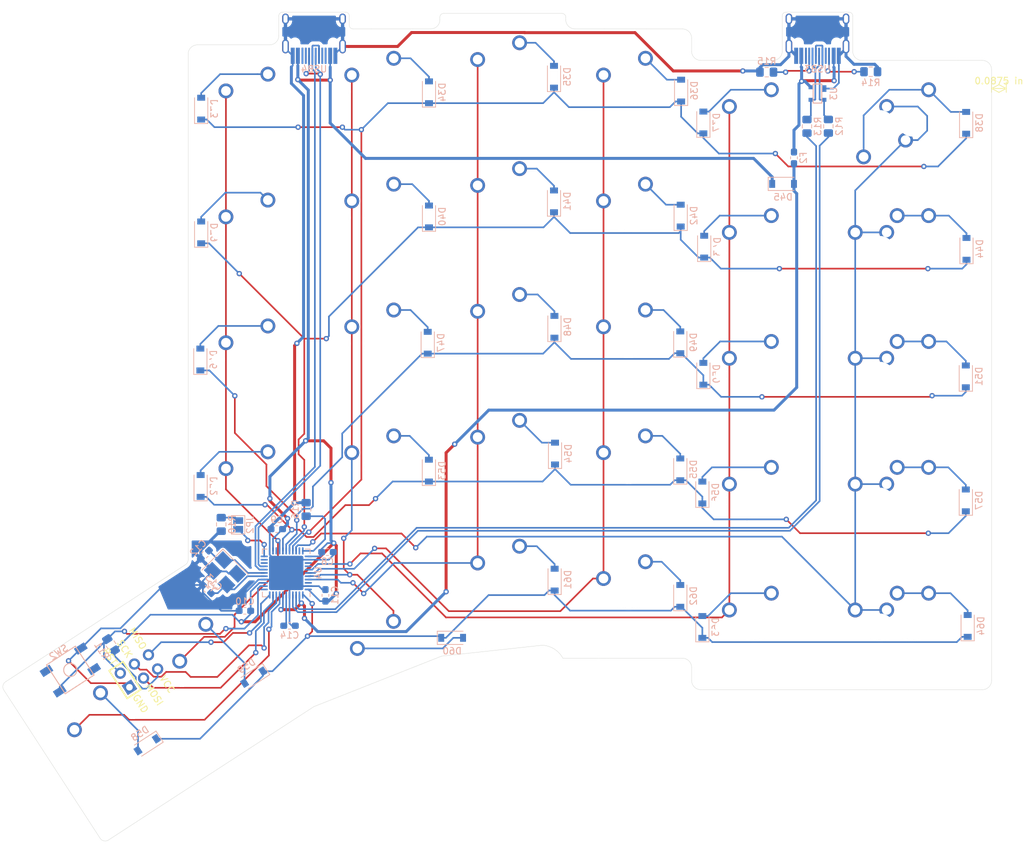
<source format=kicad_pcb>
(kicad_pcb (version 20171130) (host pcbnew 5.1.5)
  (layers (0 F.Cu signal) (31 B.Cu signal) (34 B.Paste user) (35 F.Paste user) (36 B.SilkS user) (37 F.SilkS user) (38 B.Mask user) (39 F.Mask user) (44 Edge.Cuts user))
  (net 0 "")
  (net 1 +5VA)
  (net 2 GNDA)
  (net 3 "Net-(C12-Pad1)")
  (net 4 "Net-(C13-Pad1)")
  (net 5 "Net-(C14-Pad1)")
  (net 6 "Net-(D33-Pad2)")
  (net 7 Row0_1)
  (net 8 "Net-(D34-Pad2)")
  (net 9 "Net-(D35-Pad2)")
  (net 10 "Net-(D36-Pad2)")
  (net 11 "Net-(D37-Pad2)")
  (net 12 "Net-(D38-Pad2)")
  (net 13 "Net-(D39-Pad2)")
  (net 14 Row1_1)
  (net 15 "Net-(D40-Pad2)")
  (net 16 "Net-(D41-Pad2)")
  (net 17 "Net-(D42-Pad2)")
  (net 18 "Net-(D43-Pad2)")
  (net 19 "Net-(D44-Pad2)")
  (net 20 VPP)
  (net 21 Row2_1)
  (net 22 "Net-(D46-Pad2)")
  (net 23 "Net-(D47-Pad2)")
  (net 24 "Net-(D48-Pad2)")
  (net 25 "Net-(D49-Pad2)")
  (net 26 "Net-(D50-Pad2)")
  (net 27 "Net-(D51-Pad2)")
  (net 28 "Net-(D52-Pad2)")
  (net 29 Row3_1)
  (net 30 "Net-(D53-Pad2)")
  (net 31 "Net-(D54-Pad2)")
  (net 32 "Net-(D55-Pad2)")
  (net 33 "Net-(D56-Pad2)")
  (net 34 "Net-(D57-Pad2)")
  (net 35 "Net-(D58-Pad2)")
  (net 36 Row4_1)
  (net 37 "Net-(D59-Pad2)")
  (net 38 "Net-(D60-Pad2)")
  (net 39 "Net-(D61-Pad2)")
  (net 40 "Net-(D62-Pad2)")
  (net 41 "Net-(D63-Pad2)")
  (net 42 "Net-(D64-Pad2)")
  (net 43 VDD)
  (net 44 RST_1)
  (net 45 MOSI_1)
  (net 46 SCK_1)
  (net 47 MISO_1)
  (net 48 HDETECT_1)
  (net 49 "Net-(JP2-Pad2)")
  (net 50 Col1_1)
  (net 51 Col2_1)
  (net 52 Col3_1)
  (net 53 Col4_1)
  (net 54 Col5_1)
  (net 55 Col6_1)
  (net 56 Col0_1)
  (net 57 "Net-(R12-Pad2)")
  (net 58 "Net-(R13-Pad2)")
  (net 59 "Net-(R14-Pad1)")
  (net 60 "Net-(R15-Pad1)")
  (net 61 "Net-(R16-Pad2)")
  (net 62 "Net-(U4-Pad42)")
  (net 63 "Net-(U4-Pad37)")
  (net 64 "Net-(U4-Pad36)")
  (net 65 "Net-(U4-Pad32)")
  (net 66 "Net-(U4-Pad21)")
  (net 67 "Net-(U4-Pad20)")
  (net 68 SDA_1)
  (net 69 SCL_1)
  (net 70 "Net-(USB3-Pad9)")
  (net 71 "Net-(USB3-Pad3)")
  (net 72 "Net-(USB4-Pad3)")
  (net 73 "Net-(USB4-Pad10)")
  (net 74 "Net-(USB4-Pad4)")
  (net 75 "Net-(USB4-Pad9)")
  (net 76 "Net-(U4-Pad12)")
  (net 77 D1_+)
  (net 78 D1_-)
  (net 79 "Net-(U4-Pad25)")
  (module MX_Only:MXOnly-1U-NoLED (layer F.Cu) (at 254.508 111.4425)
    (fp_text reference MX44)
    (fp_text value MX-NoLED)
    (pad "" np_thru_hole circle (at 5.08 0 48.0996) (size 1.75 1.75) (drill 1.75) (layers *.Cu *.Mask))
    (pad "" np_thru_hole circle (at -5.08 0 48.0996) (size 1.75 1.75) (drill 1.75) (layers *.Cu *.Mask))
    (pad 1 thru_hole circle (at -3.81 -2.54) (size 2.25 2.25) (drill 1.47) (layers *.Cu B.Mask) (net 50 Col1_1))
    (pad "" np_thru_hole circle (at 0 0) (size 3.9878 3.9878) (drill 3.9878) (layers *.Cu *.Mask))
    (pad 2 thru_hole circle (at 2.54 -5.08) (size 2.25 2.25) (drill 1.47) (layers *.Cu B.Mask) (net 22 "Net-(D46-Pad2)"))
  )
  (module MX_Only:MXOnly-1U-NoLED (layer F.Cu) (at 254.508 73.3298)
    (fp_text reference MX32)
    (fp_text value MX-NoLED)
    (pad "" np_thru_hole circle (at 5.08 0 48.0996) (size 1.75 1.75) (drill 1.75) (layers *.Cu *.Mask))
    (pad "" np_thru_hole circle (at -5.08 0 48.0996) (size 1.75 1.75) (drill 1.75) (layers *.Cu *.Mask))
    (pad 1 thru_hole circle (at -3.81 -2.54) (size 2.25 2.25) (drill 1.47) (layers *.Cu B.Mask) (net 50 Col1_1))
    (pad "" np_thru_hole circle (at 0 0) (size 3.9878 3.9878) (drill 3.9878) (layers *.Cu *.Mask))
    (pad 2 thru_hole circle (at 2.54 -5.08) (size 2.25 2.25) (drill 1.47) (layers *.Cu B.Mask) (net 6 "Net-(D33-Pad2)"))
  )
  (module Type-C:HRO-TYPE-C-31-M-12-HandSoldering (layer B.Cu) (at 340.233 57.277)
    (fp_text reference USB3 (at 0 10.2) (layer B.SilkS) (effects (justify mirror)))
    (fp_text value HRO-TYPE-C-31-M-12)
    (pad 12 smd rect (at 3.225 8.195) (size 0.6 2.45) (layers B.Cu B.Paste B.Mask) (net 2 GNDA))
    (pad 1 smd rect (at -3.225 8.195) (size 0.6 2.45) (layers B.Cu B.Paste B.Mask) (net 2 GNDA))
    (pad 11 smd rect (at 2.45 8.195) (size 0.6 2.45) (layers B.Cu B.Paste B.Mask) (net 43 VDD))
    (pad 2 smd rect (at -2.45 8.195) (size 0.6 2.45) (layers B.Cu B.Paste B.Mask) (net 43 VDD))
    (pad 3 smd rect (at -1.75 8.195) (size 0.3 2.45) (layers B.Cu B.Paste B.Mask) (net 71 "Net-(USB3-Pad3)"))
    (pad 10 smd rect (at 1.75 8.195) (size 0.3 2.45) (layers B.Cu B.Paste B.Mask) (net 59 "Net-(R14-Pad1)"))
    (pad 4 smd rect (at -1.25 8.195) (size 0.3 2.45) (layers B.Cu B.Paste B.Mask) (net 60 "Net-(R15-Pad1)"))
    (pad 9 smd rect (at 1.25 8.195) (size 0.3 2.45) (layers B.Cu B.Paste B.Mask) (net 70 "Net-(USB3-Pad9)"))
    (pad 5 smd rect (at -0.75 8.195) (size 0.3 2.45) (layers B.Cu B.Paste B.Mask) (net 58 "Net-(R13-Pad2)"))
    (pad 8 smd rect (at 0.75 8.195) (size 0.3 2.45) (layers B.Cu B.Paste B.Mask) (net 57 "Net-(R12-Pad2)"))
    (pad 7 smd rect (at 0.25 8.195) (size 0.3 2.45) (layers B.Cu B.Paste B.Mask) (net 58 "Net-(R13-Pad2)"))
    (pad 6 smd rect (at -0.25 8.195) (size 0.3 2.45) (layers B.Cu B.Paste B.Mask) (net 57 "Net-(R12-Pad2)"))
    (pad "" np_thru_hole circle (at 2.89 6.25) (size 0.65 0.65) (drill 0.65) (layers *.Cu *.Mask))
    (pad "" np_thru_hole circle (at -2.89 6.25) (size 0.65 0.65) (drill 0.65) (layers *.Cu *.Mask))
    (pad 13 thru_hole oval (at -4.32 6.78) (size 1 2.1) (drill oval 0.6 1.7) (layers *.Cu F.Mask) (net 2 GNDA))
    (pad 13 thru_hole oval (at 4.32 6.78) (size 1 2.1) (drill oval 0.6 1.7) (layers *.Cu F.Mask) (net 2 GNDA))
    (pad 13 thru_hole oval (at -4.32 2.6) (size 1 1.6) (drill oval 0.6 1.2) (layers *.Cu F.Mask) (net 2 GNDA))
    (pad 13 thru_hole oval (at 4.32 2.6) (size 1 1.6) (drill oval 0.6 1.2) (layers *.Cu F.Mask) (net 2 GNDA))
  )
  (module Type-C:HRO-TYPE-C-31-M-12-HandSoldering (layer B.Cu) (at 264.033 57.277)
    (fp_text reference USB4 (at 0 10.2) (layer B.SilkS) (effects (justify mirror)))
    (fp_text value HRO-TYPE-C-31-M-12)
    (pad 12 smd rect (at 3.225 8.195) (size 0.6 2.45) (layers B.Cu B.Paste B.Mask) (net 2 GNDA))
    (pad 1 smd rect (at -3.225 8.195) (size 0.6 2.45) (layers B.Cu B.Paste B.Mask) (net 2 GNDA))
    (pad 11 smd rect (at 2.45 8.195) (size 0.6 2.45) (layers B.Cu B.Paste B.Mask) (net 1 +5VA))
    (pad 2 smd rect (at -2.45 8.195) (size 0.6 2.45) (layers B.Cu B.Paste B.Mask) (net 1 +5VA))
    (pad 3 smd rect (at -1.75 8.195) (size 0.3 2.45) (layers B.Cu B.Paste B.Mask) (net 72 "Net-(USB4-Pad3)"))
    (pad 10 smd rect (at 1.75 8.195) (size 0.3 2.45) (layers B.Cu B.Paste B.Mask) (net 73 "Net-(USB4-Pad10)"))
    (pad 4 smd rect (at -1.25 8.195) (size 0.3 2.45) (layers B.Cu B.Paste B.Mask) (net 74 "Net-(USB4-Pad4)"))
    (pad 9 smd rect (at 1.25 8.195) (size 0.3 2.45) (layers B.Cu B.Paste B.Mask) (net 75 "Net-(USB4-Pad9)"))
    (pad 5 smd rect (at -0.75 8.195) (size 0.3 2.45) (layers B.Cu B.Paste B.Mask) (net 68 SDA_1))
    (pad 8 smd rect (at 0.75 8.195) (size 0.3 2.45) (layers B.Cu B.Paste B.Mask) (net 69 SCL_1))
    (pad 7 smd rect (at 0.25 8.195) (size 0.3 2.45) (layers B.Cu B.Paste B.Mask) (net 68 SDA_1))
    (pad 6 smd rect (at -0.25 8.195) (size 0.3 2.45) (layers B.Cu B.Paste B.Mask) (net 69 SCL_1))
    (pad "" np_thru_hole circle (at 2.89 6.25) (size 0.65 0.65) (drill 0.65) (layers *.Cu *.Mask))
    (pad "" np_thru_hole circle (at -2.89 6.25) (size 0.65 0.65) (drill 0.65) (layers *.Cu *.Mask))
    (pad 13 thru_hole oval (at -4.32 6.78) (size 1 2.1) (drill oval 0.6 1.7) (layers *.Cu F.Mask) (net 2 GNDA))
    (pad 13 thru_hole oval (at 4.32 6.78) (size 1 2.1) (drill oval 0.6 1.7) (layers *.Cu F.Mask) (net 2 GNDA))
    (pad 13 thru_hole oval (at -4.32 2.6) (size 1 1.6) (drill oval 0.6 1.2) (layers *.Cu F.Mask) (net 2 GNDA))
    (pad 13 thru_hole oval (at 4.32 2.6) (size 1 1.6) (drill oval 0.6 1.2) (layers *.Cu F.Mask) (net 2 GNDA))
  )
  (module Capacitor_SMD:C_0603_1608Metric_Pad1.05x0.95mm_HandSolder (layer B.Cu) (at 253.5682 149.479 180)
    (fp_text reference C10 (at 0 1.43) (layer B.SilkS) (effects (justify mirror)))
    (fp_text value 0.1uF)
    (pad 1 smd roundrect (at -0.875 0 180) (size 1.05 0.95) (layers B.Cu B.Paste B.Mask) (net 1 +5VA))
    (pad 2 smd roundrect (at 0.875 0 180) (size 1.05 0.95) (layers B.Cu B.Paste B.Mask) (net 2 GNDA))
  )
  (module MX_Only:MXOnly-1.5U-Vertical-NoLED (layer F.Cu) (at 248.285 157.1625 33)
    (fp_text reference MX57)
    (fp_text value MX-NoLED)
    (pad 2 thru_hole circle (at 2.54 -5.08 33) (size 2.25 2.25) (drill 1.47) (layers *.Cu B.Mask) (net 37 "Net-(D59-Pad2)"))
    (pad "" np_thru_hole circle (at 0 0 33) (size 3.9878 3.9878) (drill 3.9878) (layers *.Cu *.Mask))
    (pad 1 thru_hole circle (at -3.81 -2.54 33) (size 2.25 2.25) (drill 1.47) (layers *.Cu B.Mask) (net 50 Col1_1))
    (pad "" np_thru_hole circle (at -5.08 0 81.0996) (size 1.75 1.75) (drill 1.75) (layers *.Cu *.Mask))
    (pad "" np_thru_hole circle (at 5.08 0 81.0996) (size 1.75 1.75) (drill 1.75) (layers *.Cu *.Mask))
  )
  (module MX_Only:MXOnly-1U-NoLED (layer F.Cu) (at 254.508 130.4925)
    (fp_text reference MX50)
    (fp_text value MX-NoLED)
    (pad 2 thru_hole circle (at 2.54 -5.08) (size 2.25 2.25) (drill 1.47) (layers *.Cu B.Mask) (net 28 "Net-(D52-Pad2)"))
    (pad "" np_thru_hole circle (at 0 0) (size 3.9878 3.9878) (drill 3.9878) (layers *.Cu *.Mask))
    (pad 1 thru_hole circle (at -3.81 -2.54) (size 2.25 2.25) (drill 1.47) (layers *.Cu B.Mask) (net 50 Col1_1))
    (pad "" np_thru_hole circle (at -5.08 0 48.0996) (size 1.75 1.75) (drill 1.75) (layers *.Cu *.Mask))
    (pad "" np_thru_hole circle (at 5.08 0 48.0996) (size 1.75 1.75) (drill 1.75) (layers *.Cu *.Mask))
  )
  (module Capacitor_SMD:C_0603_1608Metric_Pad1.05x0.95mm_HandSolder (layer B.Cu) (at 266.065 140.589)
    (fp_text reference C8 (at 0 1.43) (layer B.SilkS) (effects (justify mirror)))
    (fp_text value 0.1uF)
    (pad 1 smd roundrect (at -0.875 0) (size 1.05 0.95) (layers B.Cu B.Paste B.Mask) (net 1 +5VA))
    (pad 2 smd roundrect (at 0.875 0) (size 1.05 0.95) (layers B.Cu B.Paste B.Mask) (net 2 GNDA))
  )
  (module Capacitor_SMD:C_0603_1608Metric_Pad1.05x0.95mm_HandSolder (layer B.Cu) (at 258.3942 137.1092 180)
    (fp_text reference C9 (at 0 1.43) (layer B.SilkS) (effects (justify mirror)))
    (fp_text value 0.1uF)
    (pad 2 smd roundrect (at 0.875 0 180) (size 1.05 0.95) (layers B.Cu B.Paste B.Mask) (net 2 GNDA))
    (pad 1 smd roundrect (at -0.875 0 180) (size 1.05 0.95) (layers B.Cu B.Paste B.Mask) (net 1 +5VA))
  )
  (module Capacitor_SMD:C_0603_1608Metric_Pad1.05x0.95mm_HandSolder (layer B.Cu) (at 265.7602 147.1422 90)
    (fp_text reference C11 (at 0 1.43 90) (layer B.SilkS) (effects (justify mirror)))
    (fp_text value 10uF)
    (pad 2 smd roundrect (at 0.875 0 90) (size 1.05 0.95) (layers B.Cu B.Paste B.Mask) (net 2 GNDA))
    (pad 1 smd roundrect (at -0.875 0 90) (size 1.05 0.95) (layers B.Cu B.Paste B.Mask) (net 1 +5VA))
  )
  (module Capacitor_SMD:C_0603_1608Metric_Pad1.05x0.95mm_HandSolder (layer B.Cu) (at 247.5103 140.9827 225)
    (fp_text reference C12 (at 0 1.43 45) (layer B.SilkS) (effects (justify mirror)))
    (fp_text value 22pF)
    (pad 1 smd roundrect (at -0.875 0 225) (size 1.05 0.95) (layers B.Cu B.Paste B.Mask) (net 3 "Net-(C12-Pad1)"))
    (pad 2 smd roundrect (at 0.875 0 225) (size 1.05 0.95) (layers B.Cu B.Paste B.Mask) (net 2 GNDA))
  )
  (module Capacitor_SMD:C_0603_1608Metric_Pad1.05x0.95mm_HandSolder (layer B.Cu) (at 247.8278 146.1897 135)
    (fp_text reference C13 (at 0 1.43 135) (layer B.SilkS) (effects (justify mirror)))
    (fp_text value 22pF)
    (pad 2 smd roundrect (at 0.875 0 135) (size 1.05 0.95) (layers B.Cu B.Paste B.Mask) (net 2 GNDA))
    (pad 1 smd roundrect (at -0.875 0 135) (size 1.05 0.95) (layers B.Cu B.Paste B.Mask) (net 4 "Net-(C13-Pad1)"))
  )
  (module Diode_SMD:D_SOD-123 (layer B.Cu) (at 246.9515 73.4685 90)
    (fp_text reference D33 (at 0 2 90) (layer B.SilkS) (effects (justify mirror)))
    (fp_text value D_Small)
    (pad 1 smd rect (at -1.65 0 90) (size 0.9 1.2) (layers B.Cu B.Paste B.Mask) (net 7 Row0_1))
    (pad 2 smd rect (at 1.65 0 90) (size 0.9 1.2) (layers B.Cu B.Paste B.Mask) (net 6 "Net-(D33-Pad2)"))
  )
  (module Diode_SMD:D_SOD-123 (layer B.Cu) (at 281.432 70.992 90)
    (fp_text reference D34 (at 0 2 90) (layer B.SilkS) (effects (justify mirror)))
    (fp_text value D_Small)
    (pad 1 smd rect (at -1.65 0 90) (size 0.9 1.2) (layers B.Cu B.Paste B.Mask) (net 7 Row0_1))
    (pad 2 smd rect (at 1.65 0 90) (size 0.9 1.2) (layers B.Cu B.Paste B.Mask) (net 8 "Net-(D34-Pad2)"))
  )
  (module Diode_SMD:D_SOD-123 (layer B.Cu) (at 300.355 68.6425 90)
    (fp_text reference D35 (at 0 2 90) (layer B.SilkS) (effects (justify mirror)))
    (fp_text value D_Small)
    (pad 2 smd rect (at 1.65 0 90) (size 0.9 1.2) (layers B.Cu B.Paste B.Mask) (net 9 "Net-(D35-Pad2)"))
    (pad 1 smd rect (at -1.65 0 90) (size 0.9 1.2) (layers B.Cu B.Paste B.Mask) (net 7 Row0_1))
  )
  (module Diode_SMD:D_SOD-123 (layer B.Cu) (at 319.5955 70.739 90)
    (fp_text reference D36 (at 0 2 90) (layer B.SilkS) (effects (justify mirror)))
    (fp_text value D_Small)
    (pad 1 smd rect (at -1.65 0 90) (size 0.9 1.2) (layers B.Cu B.Paste B.Mask) (net 7 Row0_1))
    (pad 2 smd rect (at 1.65 0 90) (size 0.9 1.2) (layers B.Cu B.Paste B.Mask) (net 10 "Net-(D36-Pad2)"))
  )
  (module Diode_SMD:D_SOD-123 (layer B.Cu) (at 322.961 75.564 90)
    (fp_text reference D37 (at 0 2 90) (layer B.SilkS) (effects (justify mirror)))
    (fp_text value D_Small)
    (pad 2 smd rect (at 1.65 0 90) (size 0.9 1.2) (layers B.Cu B.Paste B.Mask) (net 11 "Net-(D37-Pad2)"))
    (pad 1 smd rect (at -1.65 0 90) (size 0.9 1.2) (layers B.Cu B.Paste B.Mask) (net 7 Row0_1))
  )
  (module Diode_SMD:D_SOD-123 (layer B.Cu) (at 362.7374 75.6158 90)
    (fp_text reference D38 (at 0 2 90) (layer B.SilkS) (effects (justify mirror)))
    (fp_text value D_Small)
    (pad 1 smd rect (at -1.65 0 90) (size 0.9 1.2) (layers B.Cu B.Paste B.Mask) (net 7 Row0_1))
    (pad 2 smd rect (at 1.65 0 90) (size 0.9 1.2) (layers B.Cu B.Paste B.Mask) (net 12 "Net-(D38-Pad2)"))
  )
  (module Diode_SMD:D_SOD-123 (layer B.Cu) (at 246.9515 92.201 90)
    (fp_text reference D39 (at 0 2 90) (layer B.SilkS) (effects (justify mirror)))
    (fp_text value D_Small)
    (pad 1 smd rect (at -1.65 0 90) (size 0.9 1.2) (layers B.Cu B.Paste B.Mask) (net 14 Row1_1))
    (pad 2 smd rect (at 1.65 0 90) (size 0.9 1.2) (layers B.Cu B.Paste B.Mask) (net 13 "Net-(D39-Pad2)"))
  )
  (module Diode_SMD:D_SOD-123 (layer B.Cu) (at 281.432 89.788 90)
    (fp_text reference D40 (at 0 2 90) (layer B.SilkS) (effects (justify mirror)))
    (fp_text value D_Small)
    (pad 2 smd rect (at 1.65 0 90) (size 0.9 1.2) (layers B.Cu B.Paste B.Mask) (net 15 "Net-(D40-Pad2)"))
    (pad 1 smd rect (at -1.65 0 90) (size 0.9 1.2) (layers B.Cu B.Paste B.Mask) (net 14 Row1_1))
  )
  (module Diode_SMD:D_SOD-123 (layer B.Cu) (at 300.355 87.502 90)
    (fp_text reference D41 (at 0 2 90) (layer B.SilkS) (effects (justify mirror)))
    (fp_text value D_Small)
    (pad 2 smd rect (at 1.65 0 90) (size 0.9 1.2) (layers B.Cu B.Paste B.Mask) (net 16 "Net-(D41-Pad2)"))
    (pad 1 smd rect (at -1.65 0 90) (size 0.9 1.2) (layers B.Cu B.Paste B.Mask) (net 14 Row1_1))
  )
  (module Diode_SMD:D_SOD-123 (layer B.Cu) (at 319.532 89.661 90)
    (fp_text reference D42 (at 0 2 90) (layer B.SilkS) (effects (justify mirror)))
    (fp_text value D_Small)
    (pad 1 smd rect (at -1.65 0 90) (size 0.9 1.2) (layers B.Cu B.Paste B.Mask) (net 14 Row1_1))
    (pad 2 smd rect (at 1.65 0 90) (size 0.9 1.2) (layers B.Cu B.Paste B.Mask) (net 17 "Net-(D42-Pad2)"))
  )
  (module Diode_SMD:D_SOD-123 (layer B.Cu) (at 323.088 94.36 90)
    (fp_text reference D43 (at 0 2 90) (layer B.SilkS) (effects (justify mirror)))
    (fp_text value D_Small)
    (pad 2 smd rect (at 1.65 0 90) (size 0.9 1.2) (layers B.Cu B.Paste B.Mask) (net 18 "Net-(D43-Pad2)"))
    (pad 1 smd rect (at -1.65 0 90) (size 0.9 1.2) (layers B.Cu B.Paste B.Mask) (net 14 Row1_1))
  )
  (module Diode_SMD:D_SOD-123 (layer B.Cu) (at 362.7882 94.6912 90)
    (fp_text reference D44 (at 0 2 90) (layer B.SilkS) (effects (justify mirror)))
    (fp_text value D_Small)
    (pad 1 smd rect (at -1.65 0 90) (size 0.9 1.2) (layers B.Cu B.Paste B.Mask) (net 14 Row1_1))
    (pad 2 smd rect (at 1.65 0 90) (size 0.9 1.2) (layers B.Cu B.Paste B.Mask) (net 19 "Net-(D44-Pad2)"))
  )
  (module Diode_SMD:D_SOD-123 (layer B.Cu) (at 335.026 84.8614)
    (fp_text reference D45 (at 0 2) (layer B.SilkS) (effects (justify mirror)))
    (fp_text value Schottky)
    (pad 1 smd rect (at -1.65 0) (size 0.9 1.2) (layers B.Cu B.Paste B.Mask) (net 1 +5VA))
    (pad 2 smd rect (at 1.65 0) (size 0.9 1.2) (layers B.Cu B.Paste B.Mask) (net 20 VPP))
  )
  (module Diode_SMD:D_SOD-123 (layer B.Cu) (at 246.8245 111.4415 90)
    (fp_text reference D46 (at 0 2 90) (layer B.SilkS) (effects (justify mirror)))
    (fp_text value D_Small)
    (pad 2 smd rect (at 1.65 0 90) (size 0.9 1.2) (layers B.Cu B.Paste B.Mask) (net 22 "Net-(D46-Pad2)"))
    (pad 1 smd rect (at -1.65 0 90) (size 0.9 1.2) (layers B.Cu B.Paste B.Mask) (net 21 Row2_1))
  )
  (module Diode_SMD:D_SOD-123 (layer B.Cu) (at 281.2415 108.9015 90)
    (fp_text reference D47 (at 0 2 90) (layer B.SilkS) (effects (justify mirror)))
    (fp_text value D_Small)
    (pad 1 smd rect (at -1.65 0 90) (size 0.9 1.2) (layers B.Cu B.Paste B.Mask) (net 21 Row2_1))
    (pad 2 smd rect (at 1.65 0 90) (size 0.9 1.2) (layers B.Cu B.Paste B.Mask) (net 23 "Net-(D47-Pad2)"))
  )
  (module Diode_SMD:D_SOD-123 (layer B.Cu) (at 300.4185 106.4885 90)
    (fp_text reference D48 (at 0 2 90) (layer B.SilkS) (effects (justify mirror)))
    (fp_text value D_Small)
    (pad 2 smd rect (at 1.65 0 90) (size 0.9 1.2) (layers B.Cu B.Paste B.Mask) (net 24 "Net-(D48-Pad2)"))
    (pad 1 smd rect (at -1.65 0 90) (size 0.9 1.2) (layers B.Cu B.Paste B.Mask) (net 21 Row2_1))
  )
  (module Diode_SMD:D_SOD-123 (layer B.Cu) (at 319.4685 108.839 90)
    (fp_text reference D49 (at 0 2 90) (layer B.SilkS) (effects (justify mirror)))
    (fp_text value D_Small)
    (pad 1 smd rect (at -1.65 0 90) (size 0.9 1.2) (layers B.Cu B.Paste B.Mask) (net 21 Row2_1))
    (pad 2 smd rect (at 1.65 0 90) (size 0.9 1.2) (layers B.Cu B.Paste B.Mask) (net 25 "Net-(D49-Pad2)"))
  )
  (module Diode_SMD:D_SOD-123 (layer B.Cu) (at 322.961 113.6005 90)
    (fp_text reference D50 (at 0 2 90) (layer B.SilkS) (effects (justify mirror)))
    (fp_text value D_Small)
    (pad 2 smd rect (at 1.65 0 90) (size 0.9 1.2) (layers B.Cu B.Paste B.Mask) (net 26 "Net-(D50-Pad2)"))
    (pad 1 smd rect (at -1.65 0 90) (size 0.9 1.2) (layers B.Cu B.Paste B.Mask) (net 21 Row2_1))
  )
  (module Diode_SMD:D_SOD-123 (layer B.Cu) (at 362.6866 113.9952 90)
    (fp_text reference D51 (at 0 2 90) (layer B.SilkS) (effects (justify mirror)))
    (fp_text value D_Small)
    (pad 1 smd rect (at -1.65 0 90) (size 0.9 1.2) (layers B.Cu B.Paste B.Mask) (net 21 Row2_1))
    (pad 2 smd rect (at 1.65 0 90) (size 0.9 1.2) (layers B.Cu B.Paste B.Mask) (net 27 "Net-(D51-Pad2)"))
  )
  (module Diode_SMD:D_SOD-123 (layer B.Cu) (at 246.869 130.5805 90)
    (fp_text reference D52 (at 0 2 90) (layer B.SilkS) (effects (justify mirror)))
    (fp_text value D_Small)
    (pad 1 smd rect (at -1.65 0 90) (size 0.9 1.2) (layers B.Cu B.Paste B.Mask) (net 29 Row3_1))
    (pad 2 smd rect (at 1.65 0 90) (size 0.9 1.2) (layers B.Cu B.Paste B.Mask) (net 28 "Net-(D52-Pad2)"))
  )
  (module Diode_SMD:D_SOD-123 (layer B.Cu) (at 281.419 128.2575 90)
    (fp_text reference D53 (at 0 2 90) (layer B.SilkS) (effects (justify mirror)))
    (fp_text value D_Small)
    (pad 1 smd rect (at -1.65 0 90) (size 0.9 1.2) (layers B.Cu B.Paste B.Mask) (net 29 Row3_1))
    (pad 2 smd rect (at 1.65 0 90) (size 0.9 1.2) (layers B.Cu B.Paste B.Mask) (net 30 "Net-(D53-Pad2)"))
  )
  (module Diode_SMD:D_SOD-123 (layer B.Cu) (at 300.509 125.678 90)
    (fp_text reference D54 (at 0 2 90) (layer B.SilkS) (effects (justify mirror)))
    (fp_text value D_Small)
    (pad 2 smd rect (at 1.65 0 90) (size 0.9 1.2) (layers B.Cu B.Paste B.Mask) (net 31 "Net-(D54-Pad2)"))
    (pad 1 smd rect (at -1.65 0 90) (size 0.9 1.2) (layers B.Cu B.Paste B.Mask) (net 29 Row3_1))
  )
  (module Diode_SMD:D_SOD-123 (layer B.Cu) (at 319.469 128.0675 90)
    (fp_text reference D55 (at 0 2 90) (layer B.SilkS) (effects (justify mirror)))
    (fp_text value D_Small)
    (pad 1 smd rect (at -1.65 0 90) (size 0.9 1.2) (layers B.Cu B.Paste B.Mask) (net 29 Row3_1))
    (pad 2 smd rect (at 1.65 0 90) (size 0.9 1.2) (layers B.Cu B.Paste B.Mask) (net 32 "Net-(D55-Pad2)"))
  )
  (module Diode_SMD:D_SOD-123 (layer B.Cu) (at 322.8086 131.572 90)
    (fp_text reference D56 (at 0 2 90) (layer B.SilkS) (effects (justify mirror)))
    (fp_text value D_Small)
    (pad 2 smd rect (at 1.65 0 90) (size 0.9 1.2) (layers B.Cu B.Paste B.Mask) (net 33 "Net-(D56-Pad2)"))
    (pad 1 smd rect (at -1.65 0 90) (size 0.9 1.2) (layers B.Cu B.Paste B.Mask) (net 29 Row3_1))
  )
  (module Diode_SMD:D_SOD-123 (layer B.Cu) (at 362.6866 132.7658 90)
    (fp_text reference D57 (at 0 2 90) (layer B.SilkS) (effects (justify mirror)))
    (fp_text value D_Small)
    (pad 1 smd rect (at -1.65 0 90) (size 0.9 1.2) (layers B.Cu B.Paste B.Mask) (net 29 Row3_1))
    (pad 2 smd rect (at 1.65 0 90) (size 0.9 1.2) (layers B.Cu B.Paste B.Mask) (net 34 "Net-(D57-Pad2)"))
  )
  (module Diode_SMD:D_SOD-123 (layer B.Cu) (at 238.773194 169.745154 213)
    (fp_text reference D58 (at 0 2 33) (layer B.SilkS) (effects (justify mirror)))
    (fp_text value D_Small)
    (pad 1 smd rect (at -1.65 0 213) (size 0.9 1.2) (layers B.Cu B.Paste B.Mask) (net 36 Row4_1))
    (pad 2 smd rect (at 1.65 0 213) (size 0.9 1.2) (layers B.Cu B.Paste B.Mask) (net 35 "Net-(D58-Pad2)"))
  )
  (module Diode_SMD:D_SOD-123 (layer B.Cu) (at 254.902194 159.521654 213)
    (fp_text reference D59 (at 0 2 33) (layer B.SilkS) (effects (justify mirror)))
    (fp_text value D_Small)
    (pad 1 smd rect (at -1.65 0 213) (size 0.9 1.2) (layers B.Cu B.Paste B.Mask) (net 36 Row4_1))
    (pad 2 smd rect (at 1.65 0 213) (size 0.9 1.2) (layers B.Cu B.Paste B.Mask) (net 37 "Net-(D59-Pad2)"))
  )
  (module Diode_SMD:D_SOD-123 (layer B.Cu) (at 284.9372 153.5684)
    (fp_text reference D60 (at 0 2) (layer B.SilkS) (effects (justify mirror)))
    (fp_text value D_Small)
    (pad 1 smd rect (at -1.65 0) (size 0.9 1.2) (layers B.Cu B.Paste B.Mask) (net 36 Row4_1))
    (pad 2 smd rect (at 1.65 0) (size 0.9 1.2) (layers B.Cu B.Paste B.Mask) (net 38 "Net-(D60-Pad2)"))
  )
  (module Diode_SMD:D_SOD-123 (layer B.Cu) (at 300.449 144.758 90)
    (fp_text reference D61 (at 0 2 90) (layer B.SilkS) (effects (justify mirror)))
    (fp_text value D_Small)
    (pad 2 smd rect (at 1.65 0 90) (size 0.9 1.2) (layers B.Cu B.Paste B.Mask) (net 39 "Net-(D61-Pad2)"))
    (pad 1 smd rect (at -1.65 0 90) (size 0.9 1.2) (layers B.Cu B.Paste B.Mask) (net 36 Row4_1))
  )
  (module Diode_SMD:D_SOD-123 (layer B.Cu) (at 319.469 147.2175 90)
    (fp_text reference D62 (at 0 2 90) (layer B.SilkS) (effects (justify mirror)))
    (fp_text value D_Small)
    (pad 1 smd rect (at -1.65 0 90) (size 0.9 1.2) (layers B.Cu B.Paste B.Mask) (net 36 Row4_1))
    (pad 2 smd rect (at 1.65 0 90) (size 0.9 1.2) (layers B.Cu B.Paste B.Mask) (net 40 "Net-(D62-Pad2)"))
  )
  (module Diode_SMD:D_SOD-123 (layer B.Cu) (at 322.809 151.92 90)
    (fp_text reference D63 (at 0 2 90) (layer B.SilkS) (effects (justify mirror)))
    (fp_text value D_Small)
    (pad 2 smd rect (at 1.65 0 90) (size 0.9 1.2) (layers B.Cu B.Paste B.Mask) (net 41 "Net-(D63-Pad2)"))
    (pad 1 smd rect (at -1.65 0 90) (size 0.9 1.2) (layers B.Cu B.Paste B.Mask) (net 36 Row4_1))
  )
  (module Diode_SMD:D_SOD-123 (layer B.Cu) (at 362.966 151.765 90)
    (fp_text reference D64 (at 0 2 90) (layer B.SilkS) (effects (justify mirror)))
    (fp_text value D_Small)
    (pad 1 smd rect (at -1.65 0 90) (size 0.9 1.2) (layers B.Cu B.Paste B.Mask) (net 36 Row4_1))
    (pad 2 smd rect (at 1.65 0 90) (size 0.9 1.2) (layers B.Cu B.Paste B.Mask) (net 42 "Net-(D64-Pad2)"))
  )
  (module Fuse:Fuse_0603_1608Metric_Pad1.05x0.95mm_HandSolder (layer B.Cu) (at 336.677 80.913 90)
    (fp_text reference F2 (at 0 1.43 90) (layer B.SilkS) (effects (justify mirror)))
    (fp_text value 500mA)
    (pad 2 smd roundrect (at 0.875 0 90) (size 1.05 0.95) (layers B.Cu B.Paste B.Mask) (net 43 VDD))
    (pad 1 smd roundrect (at -0.875 0 90) (size 1.05 0.95) (layers B.Cu B.Paste B.Mask) (net 20 VPP))
  )
  (module Resistor_SMD:R_0805_2012Metric_Pad1.15x1.40mm_HandSolder (layer B.Cu) (at 249.9868 136.398 90)
    (fp_text reference R10 (at 0 1.65 90) (layer B.SilkS) (effects (justify mirror)))
    (fp_text value 10k)
    (pad 2 smd roundrect (at 1.025 0 90) (size 1.15 1.4) (layers B.Cu B.Paste B.Mask) (roundrect_rratio 0.217391) (net 49 "Net-(JP2-Pad2)"))
    (pad 1 smd roundrect (at -1.025 0 90) (size 1.15 1.4) (layers B.Cu B.Paste B.Mask) (roundrect_rratio 0.217391) (net 2 GNDA))
  )
  (module Resistor_SMD:R_0805_2012Metric_Pad1.15x1.40mm_HandSolder (layer B.Cu) (at 233.299 154.6225 303)
    (fp_text reference R11 (at 0 1.65 123) (layer B.SilkS) (effects (justify mirror)))
    (fp_text value 10k)
    (pad 1 smd roundrect (at -1.025 0 303) (size 1.15 1.4) (layers B.Cu B.Paste B.Mask) (roundrect_rratio 0.217391) (net 44 RST_1))
    (pad 2 smd roundrect (at 1.025 0 303) (size 1.15 1.4) (layers B.Cu B.Paste B.Mask) (roundrect_rratio 0.217391) (net 1 +5VA))
  )
  (module Resistor_SMD:R_0805_2012Metric_Pad1.15x1.40mm_HandSolder (layer B.Cu) (at 341.884 76.1365 90)
    (fp_text reference R12 (at 0 1.65 90) (layer B.SilkS) (effects (justify mirror)))
    (fp_text value 22)
    (pad 2 smd roundrect (at 1.025 0 90) (size 1.15 1.4) (layers B.Cu B.Paste B.Mask) (roundrect_rratio 0.217391) (net 57 "Net-(R12-Pad2)"))
    (pad 1 smd roundrect (at -1.025 0 90) (size 1.15 1.4) (layers B.Cu B.Paste B.Mask) (roundrect_rratio 0.217391) (net 77 D1_+))
  )
  (module Resistor_SMD:R_0805_2012Metric_Pad1.15x1.40mm_HandSolder (layer B.Cu) (at 338.6455 76.1455 90)
    (fp_text reference R13 (at 0 1.65 90) (layer B.SilkS) (effects (justify mirror)))
    (fp_text value 22)
    (pad 1 smd roundrect (at -1.025 0 90) (size 1.15 1.4) (layers B.Cu B.Paste B.Mask) (roundrect_rratio 0.217391) (net 78 D1_-))
    (pad 2 smd roundrect (at 1.025 0 90) (size 1.15 1.4) (layers B.Cu B.Paste B.Mask) (roundrect_rratio 0.217391) (net 58 "Net-(R13-Pad2)"))
  )
  (module Resistor_SMD:R_0805_2012Metric_Pad1.15x1.40mm_HandSolder (layer B.Cu) (at 348.2975 67.8815)
    (fp_text reference R14 (at 0 1.65) (layer B.SilkS) (effects (justify mirror)))
    (fp_text value 5.1k)
    (pad 2 smd roundrect (at 1.025 0) (size 1.15 1.4) (layers B.Cu B.Paste B.Mask) (roundrect_rratio 0.217391) (net 2 GNDA))
    (pad 1 smd roundrect (at -1.025 0) (size 1.15 1.4) (layers B.Cu B.Paste B.Mask) (roundrect_rratio 0.217391) (net 59 "Net-(R14-Pad1)"))
  )
  (module Resistor_SMD:R_0805_2012Metric_Pad1.15x1.40mm_HandSolder (layer B.Cu) (at 332.5495 67.945 180)
    (fp_text reference R15 (at 0 1.65) (layer B.SilkS) (effects (justify mirror)))
    (fp_text value 5.1k)
    (pad 2 smd roundrect (at 1.025 0 180) (size 1.15 1.4) (layers B.Cu B.Paste B.Mask) (roundrect_rratio 0.217391) (net 2 GNDA))
    (pad 1 smd roundrect (at -1.025 0 180) (size 1.15 1.4) (layers B.Cu B.Paste B.Mask) (roundrect_rratio 0.217391) (net 60 "Net-(R15-Pad1)"))
  )
  (module locallib:SKQGADE010 (layer B.Cu) (at 227.1395 158.4325 33)
    (fp_text reference SW2 (at -0.021036 -3.208837 33) (layer B.SilkS) (effects (justify mirror)))
    (fp_text value SW_Push)
    (pad 1 smd rect (at 3.1 -1.85 33) (size 1.8 1.1) (layers B.Cu B.Paste B.Mask) (net 2 GNDA))
    (pad 2 smd rect (at -3.1 1.85 33) (size 1.8 1.1) (layers B.Cu B.Paste B.Mask) (net 44 RST_1))
    (pad 3 smd rect (at 3.1 1.85 33) (size 1.8 1.1) (layers B.Cu B.Paste B.Mask))
    (pad 4 smd rect (at -3.1 -1.85 33) (size 1.8 1.1) (layers B.Cu B.Paste B.Mask))
  )
  (module locallib:SOT143B (layer B.Cu) (at 340.233 71.1835 270)
    (fp_text reference U3 (at 0 -2.45 90) (layer B.SilkS) (effects (justify mirror)))
    (fp_text value PRTR5V0U2X)
    (pad 1 smd rect (at -0.75 -1 270) (size 1 0.7) (layers B.Cu B.Paste B.Mask) (net 2 GNDA))
    (pad 4 smd rect (at -0.95 1 270) (size 0.6 0.7) (layers B.Cu B.Paste B.Mask) (net 43 VDD))
    (pad 2 smd rect (at 0.95 -1 270) (size 0.6 0.7) (layers B.Cu B.Paste B.Mask) (net 57 "Net-(R12-Pad2)"))
    (pad 3 smd rect (at 0.95 1 270) (size 0.6 0.7) (layers B.Cu B.Paste B.Mask) (net 58 "Net-(R13-Pad2)"))
  )
  (module Package_DFN_QFN:QFN-44-1EP_7x7mm_P0.5mm_EP5.2x5.2mm (layer B.Cu) (at 259.8235 143.7455 90)
    (fp_text reference U4 (at 0 4.82 90) (layer B.SilkS) (effects (justify mirror)))
    (fp_text value ATmega32U4-MU)
    (pad 44 smd roundrect (at -2.5 3.3375 90) (size 0.25 1.075) (layers B.Cu B.Paste B.Mask) (net 1 +5VA))
    (pad 43 smd roundrect (at -2 3.3375 90) (size 0.25 1.075) (layers B.Cu B.Paste B.Mask) (net 2 GNDA))
    (pad 42 smd roundrect (at -1.5 3.3375 90) (size 0.25 1.075) (layers B.Cu B.Paste B.Mask) (net 62 "Net-(U4-Pad42)"))
    (pad 41 smd roundrect (at -1 3.3375 90) (size 0.25 1.075) (layers B.Cu B.Paste B.Mask) (net 52 Col3_1))
    (pad 40 smd roundrect (at -0.5 3.3375 90) (size 0.25 1.075) (layers B.Cu B.Paste B.Mask) (net 51 Col2_1))
    (pad 39 smd roundrect (at 0 3.3375 90) (size 0.25 1.075) (layers B.Cu B.Paste B.Mask) (net 53 Col4_1))
    (pad 38 smd roundrect (at 0.5 3.3375 90) (size 0.25 1.075) (layers B.Cu B.Paste B.Mask) (net 54 Col5_1))
    (pad 37 smd roundrect (at 1 3.3375 90) (size 0.25 1.075) (layers B.Cu B.Paste B.Mask) (net 63 "Net-(U4-Pad37)"))
    (pad 36 smd roundrect (at 1.5 3.3375 90) (size 0.25 1.075) (layers B.Cu B.Paste B.Mask) (net 64 "Net-(U4-Pad36)"))
    (pad 35 smd roundrect (at 2 3.3375 90) (size 0.25 1.075) (layers B.Cu B.Paste B.Mask) (net 2 GNDA))
    (pad 34 smd roundrect (at 2.5 3.3375 90) (size 0.25 1.075) (layers B.Cu B.Paste B.Mask) (net 1 +5VA))
    (pad 33 smd roundrect (at 3.3375 2.5 90) (size 1.075 0.25) (layers B.Cu B.Paste B.Mask) (net 61 "Net-(R16-Pad2)"))
    (pad 32 smd roundrect (at 3.3375 2 90) (size 1.075 0.25) (layers B.Cu B.Paste B.Mask) (net 65 "Net-(U4-Pad32)"))
    (pad 31 smd roundrect (at 3.3375 1.5 90) (size 1.075 0.25) (layers B.Cu B.Paste B.Mask) (net 55 Col6_1))
    (pad 30 smd roundrect (at 3.3375 1 90) (size 1.075 0.25) (layers B.Cu B.Paste B.Mask) (net 7 Row0_1))
    (pad 29 smd roundrect (at 3.3375 0.5 90) (size 1.075 0.25) (layers B.Cu B.Paste B.Mask) (net 14 Row1_1))
    (pad 28 smd roundrect (at 3.3375 0 90) (size 1.075 0.25) (layers B.Cu B.Paste B.Mask) (net 21 Row2_1))
    (pad 27 smd roundrect (at 3.3375 -0.5 90) (size 1.075 0.25) (layers B.Cu B.Paste B.Mask) (net 29 Row3_1))
    (pad 26 smd roundrect (at 3.3375 -1 90) (size 1.075 0.25) (layers B.Cu B.Paste B.Mask) (net 50 Col1_1))
    (pad 25 smd roundrect (at 3.3375 -1.5 90) (size 1.075 0.25) (layers B.Cu B.Paste B.Mask) (net 79 "Net-(U4-Pad25)"))
    (pad 24 smd roundrect (at 3.3375 -2 90) (size 1.075 0.25) (layers B.Cu B.Paste B.Mask) (net 1 +5VA))
    (pad 23 smd roundrect (at 3.3375 -2.5 90) (size 1.075 0.25) (layers B.Cu B.Paste B.Mask) (net 2 GNDA))
    (pad 22 smd roundrect (at 2.5 -3.3375 90) (size 0.25 1.075) (layers B.Cu B.Paste B.Mask) (net 48 HDETECT_1))
    (pad 21 smd roundrect (at 2 -3.3375 90) (size 0.25 1.075) (layers B.Cu B.Paste B.Mask) (net 66 "Net-(U4-Pad21)"))
    (pad 20 smd roundrect (at 1.5 -3.3375 90) (size 0.25 1.075) (layers B.Cu B.Paste B.Mask) (net 67 "Net-(U4-Pad20)"))
    (pad 19 smd roundrect (at 1 -3.3375 90) (size 0.25 1.075) (layers B.Cu B.Paste B.Mask) (net 68 SDA_1))
    (pad 18 smd roundrect (at 0.5 -3.3375 90) (size 0.25 1.075) (layers B.Cu B.Paste B.Mask) (net 69 SCL_1))
    (pad 17 smd roundrect (at 0 -3.3375 90) (size 0.25 1.075) (layers B.Cu B.Paste B.Mask) (net 3 "Net-(C12-Pad1)"))
    (pad 16 smd roundrect (at -0.5 -3.3375 90) (size 0.25 1.075) (layers B.Cu B.Paste B.Mask) (net 4 "Net-(C13-Pad1)"))
    (pad 15 smd roundrect (at -1 -3.3375 90) (size 0.25 1.075) (layers B.Cu B.Paste B.Mask) (net 2 GNDA))
    (pad 14 smd roundrect (at -1.5 -3.3375 90) (size 0.25 1.075) (layers B.Cu B.Paste B.Mask) (net 1 +5VA))
    (pad 13 smd roundrect (at -2 -3.3375 90) (size 0.25 1.075) (layers B.Cu B.Paste B.Mask) (net 44 RST_1))
    (pad 12 smd roundrect (at -2.5 -3.3375 90) (size 0.25 1.075) (layers B.Cu B.Paste B.Mask) (net 76 "Net-(U4-Pad12)"))
    (pad 11 smd roundrect (at -3.3375 -2.5 90) (size 1.075 0.25) (layers B.Cu B.Paste B.Mask) (net 47 MISO_1))
    (pad 10 smd roundrect (at -3.3375 -2 90) (size 1.075 0.25) (layers B.Cu B.Paste B.Mask) (net 45 MOSI_1))
    (pad 9 smd roundrect (at -3.3375 -1.5 90) (size 1.075 0.25) (layers B.Cu B.Paste B.Mask) (net 46 SCK_1))
    (pad 8 smd roundrect (at -3.3375 -1 90) (size 1.075 0.25) (layers B.Cu B.Paste B.Mask) (net 56 Col0_1))
    (pad 7 smd roundrect (at -3.3375 -0.5 90) (size 1.075 0.25) (layers B.Cu B.Paste B.Mask) (net 20 VPP))
    (pad 6 smd roundrect (at -3.3375 0 90) (size 1.075 0.25) (layers B.Cu B.Paste B.Mask) (net 5 "Net-(C14-Pad1)"))
    (pad 5 smd roundrect (at -3.3375 0.5 90) (size 1.075 0.25) (layers B.Cu B.Paste B.Mask) (net 2 GNDA))
    (pad 4 smd roundrect (at -3.3375 1 90) (size 1.075 0.25) (layers B.Cu B.Paste B.Mask) (net 77 D1_+))
    (pad 3 smd roundrect (at -3.3375 1.5 90) (size 1.075 0.25) (layers B.Cu B.Paste B.Mask) (net 78 D1_-))
    (pad 2 smd roundrect (at -3.3375 2 90) (size 1.075 0.25) (layers B.Cu B.Paste B.Mask) (net 20 VPP))
    (pad 1 smd roundrect (at -3.3375 2.5 90) (size 1.075 0.25) (layers B.Cu B.Paste B.Mask) (net 36 Row4_1))
    (pad 45 smd roundrect (at 0 0 90) (size 5.2 5.2) (layers B.Cu B.Mask) (roundrect_rratio 0.048077) (net 2 GNDA))
  )
  (module Crystal:Crystal_SMD_3225-4Pin_3.2x2.5mm_HandSoldering (layer B.Cu) (at 250.5583 143.6497 315)
    (fp_text reference Y2 (at 0 3.05 135) (layer B.SilkS) (effects (justify mirror)))
    (fp_text value Crystal_GND24_Small)
    (pad 1 smd rect (at -1.45 -1.15 315) (size 2.1 1.8) (layers B.Cu B.Paste B.Mask) (net 3 "Net-(C12-Pad1)"))
    (pad 2 smd rect (at 1.45 -1.15 315) (size 2.1 1.8) (layers B.Cu B.Paste B.Mask) (net 2 GNDA))
    (pad 3 smd rect (at 1.45 1.15 315) (size 2.1 1.8) (layers B.Cu B.Paste B.Mask) (net 4 "Net-(C13-Pad1)"))
    (pad 4 smd rect (at -1.45 1.15 315) (size 2.1 1.8) (layers B.Cu B.Paste B.Mask) (net 2 GNDA))
  )
  (module Resistor_SMD:R_0805_2012Metric_Pad1.15x1.40mm_HandSolder (layer B.Cu) (at 262.8392 134.1374 270)
    (fp_text reference R16 (at 0 1.65 90) (layer B.SilkS) (effects (justify mirror)))
    (fp_text value 10k)
    (pad 1 smd roundrect (at -1.025 0 270) (size 1.15 1.4) (layers B.Cu B.Paste B.Mask) (roundrect_rratio 0.217391) (net 2 GNDA))
    (pad 2 smd roundrect (at 1.025 0 270) (size 1.15 1.4) (layers B.Cu B.Paste B.Mask) (roundrect_rratio 0.217391) (net 61 "Net-(R16-Pad2)"))
  )
  (module Capacitor_SMD:C_0603_1608Metric_Pad1.05x0.95mm_HandSolder (layer B.Cu) (at 260.3246 151.7396)
    (fp_text reference C14 (at 0 1.43) (layer B.SilkS) (effects (justify mirror)))
    (fp_text value 1uF)
    (pad 1 smd roundrect (at -0.875 0) (size 1.05 0.95) (layers B.Cu B.Paste B.Mask) (net 5 "Net-(C14-Pad1)"))
    (pad 2 smd roundrect (at 0.875 0) (size 1.05 0.95) (layers B.Cu B.Paste B.Mask) (net 2 GNDA))
  )
  (module MX_Only:MXOnly-1U-NoLED (layer F.Cu) (at 273.558 70.9295)
    (fp_text reference MX33)
    (fp_text value MX-NoLED)
    (pad "" np_thru_hole circle (at 5.08 0 48.0996) (size 1.75 1.75) (drill 1.75) (layers *.Cu *.Mask))
    (pad "" np_thru_hole circle (at -5.08 0 48.0996) (size 1.75 1.75) (drill 1.75) (layers *.Cu *.Mask))
    (pad 1 thru_hole circle (at -3.81 -2.54) (size 2.25 2.25) (drill 1.47) (layers *.Cu B.Mask) (net 51 Col2_1))
    (pad "" np_thru_hole circle (at 0 0) (size 3.9878 3.9878) (drill 3.9878) (layers *.Cu *.Mask))
    (pad 2 thru_hole circle (at 2.54 -5.08) (size 2.25 2.25) (drill 1.47) (layers *.Cu B.Mask) (net 8 "Net-(D34-Pad2)"))
  )
  (module MX_Only:MXOnly-1U-NoLED (layer F.Cu) (at 292.608 68.58)
    (fp_text reference MX34)
    (fp_text value MX-NoLED)
    (pad 2 thru_hole circle (at 2.54 -5.08) (size 2.25 2.25) (drill 1.47) (layers *.Cu B.Mask) (net 9 "Net-(D35-Pad2)"))
    (pad "" np_thru_hole circle (at 0 0) (size 3.9878 3.9878) (drill 3.9878) (layers *.Cu *.Mask))
    (pad 1 thru_hole circle (at -3.81 -2.54) (size 2.25 2.25) (drill 1.47) (layers *.Cu B.Mask) (net 52 Col3_1))
    (pad "" np_thru_hole circle (at -5.08 0 48.0996) (size 1.75 1.75) (drill 1.75) (layers *.Cu *.Mask))
    (pad "" np_thru_hole circle (at 5.08 0 48.0996) (size 1.75 1.75) (drill 1.75) (layers *.Cu *.Mask))
  )
  (module MX_Only:MXOnly-1U-NoLED (layer F.Cu) (at 311.658 70.9295)
    (fp_text reference MX35)
    (fp_text value MX-NoLED)
    (pad "" np_thru_hole circle (at 5.08 0 48.0996) (size 1.75 1.75) (drill 1.75) (layers *.Cu *.Mask))
    (pad "" np_thru_hole circle (at -5.08 0 48.0996) (size 1.75 1.75) (drill 1.75) (layers *.Cu *.Mask))
    (pad 1 thru_hole circle (at -3.81 -2.54) (size 2.25 2.25) (drill 1.47) (layers *.Cu B.Mask) (net 53 Col4_1))
    (pad "" np_thru_hole circle (at 0 0) (size 3.9878 3.9878) (drill 3.9878) (layers *.Cu *.Mask))
    (pad 2 thru_hole circle (at 2.54 -5.08) (size 2.25 2.25) (drill 1.47) (layers *.Cu B.Mask) (net 10 "Net-(D36-Pad2)"))
  )
  (module MX_Only:MXOnly-1U-NoLED (layer F.Cu) (at 330.708 75.692)
    (fp_text reference MX36)
    (fp_text value MX-NoLED)
    (pad 2 thru_hole circle (at 2.54 -5.08) (size 2.25 2.25) (drill 1.47) (layers *.Cu B.Mask) (net 11 "Net-(D37-Pad2)"))
    (pad "" np_thru_hole circle (at 0 0) (size 3.9878 3.9878) (drill 3.9878) (layers *.Cu *.Mask))
    (pad 1 thru_hole circle (at -3.81 -2.54) (size 2.25 2.25) (drill 1.47) (layers *.Cu B.Mask) (net 54 Col5_1))
    (pad "" np_thru_hole circle (at -5.08 0 48.0996) (size 1.75 1.75) (drill 1.75) (layers *.Cu *.Mask))
    (pad "" np_thru_hole circle (at 5.08 0 48.0996) (size 1.75 1.75) (drill 1.75) (layers *.Cu *.Mask))
  )
  (module MX_Only:MXOnly-1.5U-NoLED (layer F.Cu) (at 354.5205 75.692)
    (fp_text reference MX37)
    (fp_text value MX-NoLED)
    (pad 2 thru_hole circle (at 2.54 -5.08) (size 2.25 2.25) (drill 1.47) (layers *.Cu B.Mask) (net 12 "Net-(D38-Pad2)"))
    (pad "" np_thru_hole circle (at 0 0) (size 3.9878 3.9878) (drill 3.9878) (layers *.Cu *.Mask))
    (pad 1 thru_hole circle (at -3.81 -2.54) (size 2.25 2.25) (drill 1.47) (layers *.Cu B.Mask) (net 55 Col6_1))
    (pad "" np_thru_hole circle (at -5.08 0 48.0996) (size 1.75 1.75) (drill 1.75) (layers *.Cu *.Mask))
    (pad "" np_thru_hole circle (at 5.08 0 48.0996) (size 1.75 1.75) (drill 1.75) (layers *.Cu *.Mask))
  )
  (module MX_Only:MXOnly-1U-NoLED (layer F.Cu) (at 254.508 92.3925)
    (fp_text reference MX38)
    (fp_text value MX-NoLED)
    (pad 2 thru_hole circle (at 2.54 -5.08) (size 2.25 2.25) (drill 1.47) (layers *.Cu B.Mask) (net 13 "Net-(D39-Pad2)"))
    (pad "" np_thru_hole circle (at 0 0) (size 3.9878 3.9878) (drill 3.9878) (layers *.Cu *.Mask))
    (pad 1 thru_hole circle (at -3.81 -2.54) (size 2.25 2.25) (drill 1.47) (layers *.Cu B.Mask) (net 50 Col1_1))
    (pad "" np_thru_hole circle (at -5.08 0 48.0996) (size 1.75 1.75) (drill 1.75) (layers *.Cu *.Mask))
    (pad "" np_thru_hole circle (at 5.08 0 48.0996) (size 1.75 1.75) (drill 1.75) (layers *.Cu *.Mask))
  )
  (module MX_Only:MXOnly-1U-NoLED (layer F.Cu) (at 273.558 89.9795)
    (fp_text reference MX39)
    (fp_text value MX-NoLED)
    (pad 2 thru_hole circle (at 2.54 -5.08) (size 2.25 2.25) (drill 1.47) (layers *.Cu B.Mask) (net 15 "Net-(D40-Pad2)"))
    (pad "" np_thru_hole circle (at 0 0) (size 3.9878 3.9878) (drill 3.9878) (layers *.Cu *.Mask))
    (pad 1 thru_hole circle (at -3.81 -2.54) (size 2.25 2.25) (drill 1.47) (layers *.Cu B.Mask) (net 51 Col2_1))
    (pad "" np_thru_hole circle (at -5.08 0 48.0996) (size 1.75 1.75) (drill 1.75) (layers *.Cu *.Mask))
    (pad "" np_thru_hole circle (at 5.08 0 48.0996) (size 1.75 1.75) (drill 1.75) (layers *.Cu *.Mask))
  )
  (module MX_Only:MXOnly-1U-NoLED (layer F.Cu) (at 292.608 87.63)
    (fp_text reference MX40)
    (fp_text value MX-NoLED)
    (pad "" np_thru_hole circle (at 5.08 0 48.0996) (size 1.75 1.75) (drill 1.75) (layers *.Cu *.Mask))
    (pad "" np_thru_hole circle (at -5.08 0 48.0996) (size 1.75 1.75) (drill 1.75) (layers *.Cu *.Mask))
    (pad 1 thru_hole circle (at -3.81 -2.54) (size 2.25 2.25) (drill 1.47) (layers *.Cu B.Mask) (net 52 Col3_1))
    (pad "" np_thru_hole circle (at 0 0) (size 3.9878 3.9878) (drill 3.9878) (layers *.Cu *.Mask))
    (pad 2 thru_hole circle (at 2.54 -5.08) (size 2.25 2.25) (drill 1.47) (layers *.Cu B.Mask) (net 16 "Net-(D41-Pad2)"))
  )
  (module MX_Only:MXOnly-1U-NoLED (layer F.Cu) (at 311.658 89.9795)
    (fp_text reference MX41)
    (fp_text value MX-NoLED)
    (pad "" np_thru_hole circle (at 5.08 0 48.0996) (size 1.75 1.75) (drill 1.75) (layers *.Cu *.Mask))
    (pad "" np_thru_hole circle (at -5.08 0 48.0996) (size 1.75 1.75) (drill 1.75) (layers *.Cu *.Mask))
    (pad 1 thru_hole circle (at -3.81 -2.54) (size 2.25 2.25) (drill 1.47) (layers *.Cu B.Mask) (net 53 Col4_1))
    (pad "" np_thru_hole circle (at 0 0) (size 3.9878 3.9878) (drill 3.9878) (layers *.Cu *.Mask))
    (pad 2 thru_hole circle (at 2.54 -5.08) (size 2.25 2.25) (drill 1.47) (layers *.Cu B.Mask) (net 17 "Net-(D42-Pad2)"))
  )
  (module MX_Only:MXOnly-1U-NoLED (layer F.Cu) (at 330.708 94.742)
    (fp_text reference MX42)
    (fp_text value MX-NoLED)
    (pad 2 thru_hole circle (at 2.54 -5.08) (size 2.25 2.25) (drill 1.47) (layers *.Cu B.Mask) (net 18 "Net-(D43-Pad2)"))
    (pad "" np_thru_hole circle (at 0 0) (size 3.9878 3.9878) (drill 3.9878) (layers *.Cu *.Mask))
    (pad 1 thru_hole circle (at -3.81 -2.54) (size 2.25 2.25) (drill 1.47) (layers *.Cu B.Mask) (net 54 Col5_1))
    (pad "" np_thru_hole circle (at -5.08 0 48.0996) (size 1.75 1.75) (drill 1.75) (layers *.Cu *.Mask))
    (pad "" np_thru_hole circle (at 5.08 0 48.0996) (size 1.75 1.75) (drill 1.75) (layers *.Cu *.Mask))
  )
  (module MX_Only:MXOnly-1.5U-NoLED (layer F.Cu) (at 354.5205 94.742)
    (fp_text reference MX43)
    (fp_text value MX-NoLED)
    (pad 2 thru_hole circle (at 2.54 -5.08) (size 2.25 2.25) (drill 1.47) (layers *.Cu B.Mask) (net 19 "Net-(D44-Pad2)"))
    (pad "" np_thru_hole circle (at 0 0) (size 3.9878 3.9878) (drill 3.9878) (layers *.Cu *.Mask))
    (pad 1 thru_hole circle (at -3.81 -2.54) (size 2.25 2.25) (drill 1.47) (layers *.Cu B.Mask) (net 55 Col6_1))
    (pad "" np_thru_hole circle (at -5.08 0 48.0996) (size 1.75 1.75) (drill 1.75) (layers *.Cu *.Mask))
    (pad "" np_thru_hole circle (at 5.08 0 48.0996) (size 1.75 1.75) (drill 1.75) (layers *.Cu *.Mask))
  )
  (module MX_Only:MXOnly-1U-NoLED (layer F.Cu) (at 273.558 109.0295)
    (fp_text reference MX45)
    (fp_text value MX-NoLED)
    (pad "" np_thru_hole circle (at 5.08 0 48.0996) (size 1.75 1.75) (drill 1.75) (layers *.Cu *.Mask))
    (pad "" np_thru_hole circle (at -5.08 0 48.0996) (size 1.75 1.75) (drill 1.75) (layers *.Cu *.Mask))
    (pad 1 thru_hole circle (at -3.81 -2.54) (size 2.25 2.25) (drill 1.47) (layers *.Cu B.Mask) (net 51 Col2_1))
    (pad "" np_thru_hole circle (at 0 0) (size 3.9878 3.9878) (drill 3.9878) (layers *.Cu *.Mask))
    (pad 2 thru_hole circle (at 2.54 -5.08) (size 2.25 2.25) (drill 1.47) (layers *.Cu B.Mask) (net 23 "Net-(D47-Pad2)"))
  )
  (module MX_Only:MXOnly-1U-NoLED (layer F.Cu) (at 292.608 106.68)
    (fp_text reference MX46)
    (fp_text value MX-NoLED)
    (pad "" np_thru_hole circle (at 5.08 0 48.0996) (size 1.75 1.75) (drill 1.75) (layers *.Cu *.Mask))
    (pad "" np_thru_hole circle (at -5.08 0 48.0996) (size 1.75 1.75) (drill 1.75) (layers *.Cu *.Mask))
    (pad 1 thru_hole circle (at -3.81 -2.54) (size 2.25 2.25) (drill 1.47) (layers *.Cu B.Mask) (net 52 Col3_1))
    (pad "" np_thru_hole circle (at 0 0) (size 3.9878 3.9878) (drill 3.9878) (layers *.Cu *.Mask))
    (pad 2 thru_hole circle (at 2.54 -5.08) (size 2.25 2.25) (drill 1.47) (layers *.Cu B.Mask) (net 24 "Net-(D48-Pad2)"))
  )
  (module MX_Only:MXOnly-1U-NoLED (layer F.Cu) (at 311.658 109.0295)
    (fp_text reference MX47)
    (fp_text value MX-NoLED)
    (pad 2 thru_hole circle (at 2.54 -5.08) (size 2.25 2.25) (drill 1.47) (layers *.Cu B.Mask) (net 25 "Net-(D49-Pad2)"))
    (pad "" np_thru_hole circle (at 0 0) (size 3.9878 3.9878) (drill 3.9878) (layers *.Cu *.Mask))
    (pad 1 thru_hole circle (at -3.81 -2.54) (size 2.25 2.25) (drill 1.47) (layers *.Cu B.Mask) (net 53 Col4_1))
    (pad "" np_thru_hole circle (at -5.08 0 48.0996) (size 1.75 1.75) (drill 1.75) (layers *.Cu *.Mask))
    (pad "" np_thru_hole circle (at 5.08 0 48.0996) (size 1.75 1.75) (drill 1.75) (layers *.Cu *.Mask))
  )
  (module MX_Only:MXOnly-1U-NoLED (layer F.Cu) (at 330.708 113.792)
    (fp_text reference MX48)
    (fp_text value MX-NoLED)
    (pad 2 thru_hole circle (at 2.54 -5.08) (size 2.25 2.25) (drill 1.47) (layers *.Cu B.Mask) (net 26 "Net-(D50-Pad2)"))
    (pad "" np_thru_hole circle (at 0 0) (size 3.9878 3.9878) (drill 3.9878) (layers *.Cu *.Mask))
    (pad 1 thru_hole circle (at -3.81 -2.54) (size 2.25 2.25) (drill 1.47) (layers *.Cu B.Mask) (net 54 Col5_1))
    (pad "" np_thru_hole circle (at -5.08 0 48.0996) (size 1.75 1.75) (drill 1.75) (layers *.Cu *.Mask))
    (pad "" np_thru_hole circle (at 5.08 0 48.0996) (size 1.75 1.75) (drill 1.75) (layers *.Cu *.Mask))
  )
  (module MX_Only:MXOnly-1.5U-NoLED (layer F.Cu) (at 354.5205 113.792)
    (fp_text reference MX49)
    (fp_text value MX-NoLED)
    (pad "" np_thru_hole circle (at 5.08 0 48.0996) (size 1.75 1.75) (drill 1.75) (layers *.Cu *.Mask))
    (pad "" np_thru_hole circle (at -5.08 0 48.0996) (size 1.75 1.75) (drill 1.75) (layers *.Cu *.Mask))
    (pad 1 thru_hole circle (at -3.81 -2.54) (size 2.25 2.25) (drill 1.47) (layers *.Cu B.Mask) (net 55 Col6_1))
    (pad "" np_thru_hole circle (at 0 0) (size 3.9878 3.9878) (drill 3.9878) (layers *.Cu *.Mask))
    (pad 2 thru_hole circle (at 2.54 -5.08) (size 2.25 2.25) (drill 1.47) (layers *.Cu B.Mask) (net 27 "Net-(D51-Pad2)"))
  )
  (module MX_Only:MXOnly-1U-NoLED (layer F.Cu) (at 273.558 128.0795)
    (fp_text reference MX51)
    (fp_text value MX-NoLED)
    (pad "" np_thru_hole circle (at 5.08 0 48.0996) (size 1.75 1.75) (drill 1.75) (layers *.Cu *.Mask))
    (pad "" np_thru_hole circle (at -5.08 0 48.0996) (size 1.75 1.75) (drill 1.75) (layers *.Cu *.Mask))
    (pad 1 thru_hole circle (at -3.81 -2.54) (size 2.25 2.25) (drill 1.47) (layers *.Cu B.Mask) (net 51 Col2_1))
    (pad "" np_thru_hole circle (at 0 0) (size 3.9878 3.9878) (drill 3.9878) (layers *.Cu *.Mask))
    (pad 2 thru_hole circle (at 2.54 -5.08) (size 2.25 2.25) (drill 1.47) (layers *.Cu B.Mask) (net 30 "Net-(D53-Pad2)"))
  )
  (module MX_Only:MXOnly-1U-NoLED (layer F.Cu) (at 292.608 125.73)
    (fp_text reference MX52)
    (fp_text value MX-NoLED)
    (pad 2 thru_hole circle (at 2.54 -5.08) (size 2.25 2.25) (drill 1.47) (layers *.Cu B.Mask) (net 31 "Net-(D54-Pad2)"))
    (pad "" np_thru_hole circle (at 0 0) (size 3.9878 3.9878) (drill 3.9878) (layers *.Cu *.Mask))
    (pad 1 thru_hole circle (at -3.81 -2.54) (size 2.25 2.25) (drill 1.47) (layers *.Cu B.Mask) (net 52 Col3_1))
    (pad "" np_thru_hole circle (at -5.08 0 48.0996) (size 1.75 1.75) (drill 1.75) (layers *.Cu *.Mask))
    (pad "" np_thru_hole circle (at 5.08 0 48.0996) (size 1.75 1.75) (drill 1.75) (layers *.Cu *.Mask))
  )
  (module MX_Only:MXOnly-1U-NoLED (layer F.Cu) (at 311.658 128.0795)
    (fp_text reference MX53)
    (fp_text value MX-NoLED)
    (pad "" np_thru_hole circle (at 5.08 0 48.0996) (size 1.75 1.75) (drill 1.75) (layers *.Cu *.Mask))
    (pad "" np_thru_hole circle (at -5.08 0 48.0996) (size 1.75 1.75) (drill 1.75) (layers *.Cu *.Mask))
    (pad 1 thru_hole circle (at -3.81 -2.54) (size 2.25 2.25) (drill 1.47) (layers *.Cu B.Mask) (net 53 Col4_1))
    (pad "" np_thru_hole circle (at 0 0) (size 3.9878 3.9878) (drill 3.9878) (layers *.Cu *.Mask))
    (pad 2 thru_hole circle (at 2.54 -5.08) (size 2.25 2.25) (drill 1.47) (layers *.Cu B.Mask) (net 32 "Net-(D55-Pad2)"))
  )
  (module MX_Only:MXOnly-1U-NoLED (layer F.Cu) (at 330.708 132.842)
    (fp_text reference MX54)
    (fp_text value MX-NoLED)
    (pad 2 thru_hole circle (at 2.54 -5.08) (size 2.25 2.25) (drill 1.47) (layers *.Cu B.Mask) (net 33 "Net-(D56-Pad2)"))
    (pad "" np_thru_hole circle (at 0 0) (size 3.9878 3.9878) (drill 3.9878) (layers *.Cu *.Mask))
    (pad 1 thru_hole circle (at -3.81 -2.54) (size 2.25 2.25) (drill 1.47) (layers *.Cu B.Mask) (net 54 Col5_1))
    (pad "" np_thru_hole circle (at -5.08 0 48.0996) (size 1.75 1.75) (drill 1.75) (layers *.Cu *.Mask))
    (pad "" np_thru_hole circle (at 5.08 0 48.0996) (size 1.75 1.75) (drill 1.75) (layers *.Cu *.Mask))
  )
  (module MX_Only:MXOnly-1.5U-NoLED (layer F.Cu) (at 354.5205 132.842)
    (fp_text reference MX55)
    (fp_text value MX-NoLED)
    (pad "" np_thru_hole circle (at 5.08 0 48.0996) (size 1.75 1.75) (drill 1.75) (layers *.Cu *.Mask))
    (pad "" np_thru_hole circle (at -5.08 0 48.0996) (size 1.75 1.75) (drill 1.75) (layers *.Cu *.Mask))
    (pad 1 thru_hole circle (at -3.81 -2.54) (size 2.25 2.25) (drill 1.47) (layers *.Cu B.Mask) (net 55 Col6_1))
    (pad "" np_thru_hole circle (at 0 0) (size 3.9878 3.9878) (drill 3.9878) (layers *.Cu *.Mask))
    (pad 2 thru_hole circle (at 2.54 -5.08) (size 2.25 2.25) (drill 1.47) (layers *.Cu B.Mask) (net 34 "Net-(D57-Pad2)"))
  )
  (module MX_Only:MXOnly-1.5U-Vertical-NoLED (layer F.Cu) (at 232.3465 167.5384 33)
    (fp_text reference MX56)
    (fp_text value MX-NoLED)
    (pad "" np_thru_hole circle (at 5.08 0 81.0996) (size 1.75 1.75) (drill 1.75) (layers *.Cu *.Mask))
    (pad "" np_thru_hole circle (at -5.08 0 81.0996) (size 1.75 1.75) (drill 1.75) (layers *.Cu *.Mask))
    (pad 1 thru_hole circle (at -3.81 -2.54 33) (size 2.25 2.25) (drill 1.47) (layers *.Cu B.Mask) (net 56 Col0_1))
    (pad "" np_thru_hole circle (at 0 0 33) (size 3.9878 3.9878) (drill 3.9878) (layers *.Cu *.Mask))
    (pad 2 thru_hole circle (at 2.54 -5.08 33) (size 2.25 2.25) (drill 1.47) (layers *.Cu B.Mask) (net 35 "Net-(D58-Pad2)"))
  )
  (module MX_Only:MXOnly-1U-NoLED (layer F.Cu) (at 292.608 144.78)
    (fp_text reference MX59)
    (fp_text value MX-NoLED)
    (pad "" np_thru_hole circle (at 5.08 0 48.0996) (size 1.75 1.75) (drill 1.75) (layers *.Cu *.Mask))
    (pad "" np_thru_hole circle (at -5.08 0 48.0996) (size 1.75 1.75) (drill 1.75) (layers *.Cu *.Mask))
    (pad 1 thru_hole circle (at -3.81 -2.54) (size 2.25 2.25) (drill 1.47) (layers *.Cu B.Mask) (net 52 Col3_1))
    (pad "" np_thru_hole circle (at 0 0) (size 3.9878 3.9878) (drill 3.9878) (layers *.Cu *.Mask))
    (pad 2 thru_hole circle (at 2.54 -5.08) (size 2.25 2.25) (drill 1.47) (layers *.Cu B.Mask) (net 39 "Net-(D61-Pad2)"))
  )
  (module MX_Only:MXOnly-1U-NoLED (layer F.Cu) (at 311.658 147.1295)
    (fp_text reference MX60)
    (fp_text value MX-NoLED)
    (pad 2 thru_hole circle (at 2.54 -5.08) (size 2.25 2.25) (drill 1.47) (layers *.Cu B.Mask) (net 40 "Net-(D62-Pad2)"))
    (pad "" np_thru_hole circle (at 0 0) (size 3.9878 3.9878) (drill 3.9878) (layers *.Cu *.Mask))
    (pad 1 thru_hole circle (at -3.81 -2.54) (size 2.25 2.25) (drill 1.47) (layers *.Cu B.Mask) (net 53 Col4_1))
    (pad "" np_thru_hole circle (at -5.08 0 48.0996) (size 1.75 1.75) (drill 1.75) (layers *.Cu *.Mask))
    (pad "" np_thru_hole circle (at 5.08 0 48.0996) (size 1.75 1.75) (drill 1.75) (layers *.Cu *.Mask))
  )
  (module MX_Only:MXOnly-1U-NoLED (layer F.Cu) (at 330.708 151.892)
    (fp_text reference MX61)
    (fp_text value MX-NoLED)
    (pad "" np_thru_hole circle (at 5.08 0 48.0996) (size 1.75 1.75) (drill 1.75) (layers *.Cu *.Mask))
    (pad "" np_thru_hole circle (at -5.08 0 48.0996) (size 1.75 1.75) (drill 1.75) (layers *.Cu *.Mask))
    (pad 1 thru_hole circle (at -3.81 -2.54) (size 2.25 2.25) (drill 1.47) (layers *.Cu B.Mask) (net 54 Col5_1))
    (pad "" np_thru_hole circle (at 0 0) (size 3.9878 3.9878) (drill 3.9878) (layers *.Cu *.Mask))
    (pad 2 thru_hole circle (at 2.54 -5.08) (size 2.25 2.25) (drill 1.47) (layers *.Cu B.Mask) (net 41 "Net-(D63-Pad2)"))
  )
  (module MX_Only:MXOnly-1.5U-NoLED (layer F.Cu) (at 354.5205 151.892)
    (fp_text reference MX62)
    (fp_text value MX-NoLED)
    (pad "" np_thru_hole circle (at 5.08 0 48.0996) (size 1.75 1.75) (drill 1.75) (layers *.Cu *.Mask))
    (pad "" np_thru_hole circle (at -5.08 0 48.0996) (size 1.75 1.75) (drill 1.75) (layers *.Cu *.Mask))
    (pad 1 thru_hole circle (at -3.81 -2.54) (size 2.25 2.25) (drill 1.47) (layers *.Cu B.Mask) (net 55 Col6_1))
    (pad "" np_thru_hole circle (at 0 0) (size 3.9878 3.9878) (drill 3.9878) (layers *.Cu *.Mask))
    (pad 2 thru_hole circle (at 2.54 -5.08) (size 2.25 2.25) (drill 1.47) (layers *.Cu B.Mask) (net 42 "Net-(D64-Pad2)"))
  )
  (module MX_Only:MXOnly-1U-NoLED (layer F.Cu) (at 349.758 75.692 180)
    (fp_text reference MX68)
    (fp_text value MX-NoLED)
    (pad "" np_thru_hole circle (at 5.08 0 228.0996) (size 1.75 1.75) (drill 1.75) (layers *.Cu *.Mask))
    (pad "" np_thru_hole circle (at -5.08 0 228.0996) (size 1.75 1.75) (drill 1.75) (layers *.Cu *.Mask))
    (pad 1 thru_hole circle (at -3.81 -2.54 180) (size 2.25 2.25) (drill 1.47) (layers *.Cu B.Mask) (net 55 Col6_1))
    (pad "" np_thru_hole circle (at 0 0 180) (size 3.9878 3.9878) (drill 3.9878) (layers *.Cu *.Mask))
    (pad 2 thru_hole circle (at 2.54 -5.08 180) (size 2.25 2.25) (drill 1.47) (layers *.Cu B.Mask) (net 12 "Net-(D38-Pad2)"))
  )
  (module MX_Only:MXOnly-1U-NoLED (layer F.Cu) (at 349.758 94.742)
    (fp_text reference MX69)
    (fp_text value MX-NoLED)
    (pad "" np_thru_hole circle (at 5.08 0 48.0996) (size 1.75 1.75) (drill 1.75) (layers *.Cu *.Mask))
    (pad "" np_thru_hole circle (at -5.08 0 48.0996) (size 1.75 1.75) (drill 1.75) (layers *.Cu *.Mask))
    (pad 1 thru_hole circle (at -3.81 -2.54) (size 2.25 2.25) (drill 1.47) (layers *.Cu B.Mask) (net 55 Col6_1))
    (pad "" np_thru_hole circle (at 0 0) (size 3.9878 3.9878) (drill 3.9878) (layers *.Cu *.Mask))
    (pad 2 thru_hole circle (at 2.54 -5.08) (size 2.25 2.25) (drill 1.47) (layers *.Cu B.Mask) (net 19 "Net-(D44-Pad2)"))
  )
  (module MX_Only:MXOnly-1U-NoLED (layer F.Cu) (at 349.758 113.792)
    (fp_text reference MX70)
    (fp_text value MX-NoLED)
    (pad "" np_thru_hole circle (at 5.08 0 48.0996) (size 1.75 1.75) (drill 1.75) (layers *.Cu *.Mask))
    (pad "" np_thru_hole circle (at -5.08 0 48.0996) (size 1.75 1.75) (drill 1.75) (layers *.Cu *.Mask))
    (pad 1 thru_hole circle (at -3.81 -2.54) (size 2.25 2.25) (drill 1.47) (layers *.Cu B.Mask) (net 55 Col6_1))
    (pad "" np_thru_hole circle (at 0 0) (size 3.9878 3.9878) (drill 3.9878) (layers *.Cu *.Mask))
    (pad 2 thru_hole circle (at 2.54 -5.08) (size 2.25 2.25) (drill 1.47) (layers *.Cu B.Mask) (net 27 "Net-(D51-Pad2)"))
  )
  (module MX_Only:MXOnly-1U-NoLED (layer F.Cu) (at 349.758 132.842)
    (fp_text reference MX71)
    (fp_text value MX-NoLED)
    (pad 2 thru_hole circle (at 2.54 -5.08) (size 2.25 2.25) (drill 1.47) (layers *.Cu B.Mask) (net 34 "Net-(D57-Pad2)"))
    (pad "" np_thru_hole circle (at 0 0) (size 3.9878 3.9878) (drill 3.9878) (layers *.Cu *.Mask))
    (pad 1 thru_hole circle (at -3.81 -2.54) (size 2.25 2.25) (drill 1.47) (layers *.Cu B.Mask) (net 55 Col6_1))
    (pad "" np_thru_hole circle (at -5.08 0 48.0996) (size 1.75 1.75) (drill 1.75) (layers *.Cu *.Mask))
    (pad "" np_thru_hole circle (at 5.08 0 48.0996) (size 1.75 1.75) (drill 1.75) (layers *.Cu *.Mask))
  )
  (module MX_Only:MXOnly-1U-NoLED (layer F.Cu) (at 349.758 151.892)
    (fp_text reference MX72)
    (fp_text value MX-NoLED)
    (pad 2 thru_hole circle (at 2.54 -5.08) (size 2.25 2.25) (drill 1.47) (layers *.Cu B.Mask) (net 42 "Net-(D64-Pad2)"))
    (pad "" np_thru_hole circle (at 0 0) (size 3.9878 3.9878) (drill 3.9878) (layers *.Cu *.Mask))
    (pad 1 thru_hole circle (at -3.81 -2.54) (size 2.25 2.25) (drill 1.47) (layers *.Cu B.Mask) (net 55 Col6_1))
    (pad "" np_thru_hole circle (at -5.08 0 48.0996) (size 1.75 1.75) (drill 1.75) (layers *.Cu *.Mask))
    (pad "" np_thru_hole circle (at 5.08 0 48.0996) (size 1.75 1.75) (drill 1.75) (layers *.Cu *.Mask))
  )
  (module MX_Only:MXOnly-1U-NoLED (layer F.Cu) (at 271.7292 149.606 195)
    (fp_text reference MX58)
    (fp_text value MX-NoLED)
    (pad "" np_thru_hole circle (at 5.08 0 243.0996) (size 1.75 1.75) (drill 1.75) (layers *.Cu *.Mask))
    (pad "" np_thru_hole circle (at -5.08 0 243.0996) (size 1.75 1.75) (drill 1.75) (layers *.Cu *.Mask))
    (pad 1 thru_hole circle (at -3.81 -2.54 195) (size 2.25 2.25) (drill 1.47) (layers *.Cu B.Mask) (net 51 Col2_1))
    (pad "" np_thru_hole circle (at 0 0 195) (size 3.9878 3.9878) (drill 3.9878) (layers *.Cu *.Mask))
    (pad 2 thru_hole circle (at 2.54 -5.08 195) (size 2.25 2.25) (drill 1.47) (layers *.Cu B.Mask) (net 38 "Net-(D60-Pad2)"))
  )
  (module Molex-0548190589:Reset_Pretty-Mask (layer F.Cu) (at 237.534908 158.599288 303)
    (fp_text reference J2)
    (fp_text value AVR-ISP-6)
    (fp_text user GND (at 4.25 2.5 123) (layer F.SilkS))
    (fp_text user RST (at -4.25 2.5 123) (layer F.SilkS))
    (fp_text user MOSI (at 4.25 0 123) (layer F.SilkS))
    (fp_text user SCK (at -4 0 123) (layer F.SilkS))
    (fp_text user VCC (at 4 -2.5 123) (layer F.SilkS))
    (fp_text user MISO (at -4.25 -2.5 123) (layer F.SilkS))
    (pad 1 thru_hole circle (at -1.27 -2.54 303) (size 1.7 1.7) (drill 1) (layers *.Cu F.Mask) (net 47 MISO_1))
    (pad 2 thru_hole circle (at 1.27 -2.54 303) (size 1.7 1.7) (drill 1) (layers *.Cu F.Mask) (net 1 +5VA))
    (pad 3 thru_hole circle (at -1.27 0 303) (size 1.7 1.7) (drill 1) (layers *.Cu F.Mask) (net 46 SCK_1))
    (pad 4 thru_hole circle (at 1.27 0 303) (size 1.7 1.7) (drill 1) (layers *.Cu F.Mask) (net 45 MOSI_1))
    (pad 5 thru_hole circle (at -1.27 2.54 303) (size 1.7 1.7) (drill 1) (layers *.Cu F.Mask) (net 44 RST_1))
    (pad 6 thru_hole rect (at 1.27 2.54 303) (size 1.7 1.7) (drill 1) (layers *.Cu F.Mask) (net 2 GNDA))
  )
  (module Jumper:SolderJumper-2_P1.3mm_Open_Pad1.0x1.5mm (layer B.Cu) (at 252.5522 136.4742 90)
    (fp_text reference JP2 (at 0 1.8 90) (layer B.SilkS) (effects (justify mirror)))
    (fp_text value Jumper_NO)
    (pad 2 smd rect (at 0.65 0 90) (size 1 1.5) (layers B.Cu B.Mask) (net 49 "Net-(JP2-Pad2)"))
    (pad 1 smd rect (at -0.65 0 90) (size 1 1.5) (layers B.Cu B.Mask) (net 48 HDETECT_1))
  )
  (gr_line (start 308.483 156.6545) (end 301.696689 156.65005) (layer Edge.Cuts) (width 0.05))
  (gr_line (start 354.0125 161.417) (end 347.6625 161.417) (layer Edge.Cuts) (width 0.05))
  (gr_line (start 355.092 66.167) (end 361.442 66.167) (layer Edge.Cuts) (width 0.05))
  (gr_line (start 307.975 61.4045) (end 314.325 61.4045) (layer Edge.Cuts) (width 0.05))
  (gr_line (start 272.669 61.4045) (end 279.019 61.4045) (layer Edge.Cuts) (width 0.05))
  (dimension 2.2225 (width 0.12) (layer F.SilkS) (gr_text "2.223 mm" (at 367.69675 71.6915) (layer F.SilkS) (effects (font (size 1 1) (thickness 0.15)))) (feature1 (pts (xy 366.5855 69.4055) (xy 366.5855 71.007921))) (feature2 (pts (xy 368.808 69.4055) (xy 368.808 71.007921))) (crossbar (pts (xy 368.808 70.4215) (xy 366.5855 70.4215))) (arrow1a (pts (xy 366.5855 70.4215) (xy 367.712004 69.835079))) (arrow1b (pts (xy 366.5855 70.4215) (xy 367.712004 71.007921))) (arrow2a (pts (xy 368.808 70.4215) (xy 367.681496 69.835079))) (arrow2b (pts (xy 368.808 70.4215) (xy 367.681496 71.007921))))
  (gr_arc (start 269.9385 60.833) (end 269.9385 61.4045) (angle 90) (layer Edge.Cuts) (width 0.05))
  (gr_arc (start 301.5615 59.6265) (end 302.133 59.6265) (angle -90) (layer Edge.Cuts) (width 0.05))
  (gr_arc (start 283.6545 59.6265) (end 283.6545 59.055) (angle -90) (layer Edge.Cuts) (width 0.05))
  (gr_arc (start 344.9955 59.436) (end 345.567 59.436) (angle -90) (layer Edge.Cuts) (width 0.05))
  (gr_arc (start 335.4705 59.436) (end 335.4705 58.8645) (angle -90) (layer Edge.Cuts) (width 0.05))
  (gr_arc (start 259.2705 59.436) (end 259.2705 58.8645) (angle -90) (layer Edge.Cuts) (width 0.05))
  (gr_arc (start 268.7955 59.436) (end 269.367 59.436) (angle -90) (layer Edge.Cuts) (width 0.05))
  (gr_arc (start 232.422701 183.400701) (end 232.8545 184.2135) (angle 84.28945016) (layer Edge.Cuts) (width 0.05))
  (gr_arc (start 217.855799 160.985201) (end 217.043 161.417) (angle 84.28945016) (layer Edge.Cuts) (width 0.05))
  (gr_arc (start 244.0305 141.718851) (end 244.983 141.718851) (angle 61.69924423) (layer Edge.Cuts) (width 0.05))
  (gr_arc (start 298.384961 158.449726) (end 298.580253 154.685654) (angle 58.50920917) (layer Edge.Cuts) (width 0.05))
  (gr_arc (start 319.786 158.0515) (end 321.183 158.0515) (angle -90) (layer Edge.Cuts) (width 0.05))
  (gr_arc (start 322.58 160.02) (end 321.183 160.02) (angle -90) (layer Edge.Cuts) (width 0.05))
  (gr_arc (start 365.1885 160.02) (end 365.1885 161.417) (angle -90) (layer Edge.Cuts) (width 0.05))
  (gr_arc (start 246.38 65.2145) (end 246.38 63.8175) (angle -90) (layer Edge.Cuts) (width 0.05))
  (gr_arc (start 257.302 62.4205) (end 257.302 63.8175) (angle -90) (layer Edge.Cuts) (width 0.05))
  (gr_arc (start 281.686 60.0075) (end 281.686 61.4045) (angle -90) (layer Edge.Cuts) (width 0.05))
  (gr_arc (start 303.53 60.0075) (end 302.133 60.0075) (angle -90) (layer Edge.Cuts) (width 0.05))
  (gr_arc (start 319.786 62.8015) (end 321.183 62.8015) (angle -90) (layer Edge.Cuts) (width 0.05))
  (gr_arc (start 322.58 64.77) (end 321.183 64.77) (angle -90) (layer Edge.Cuts) (width 0.05))
  (gr_arc (start 333.502 64.77) (end 333.502 66.167) (angle -90) (layer Edge.Cuts) (width 0.05))
  (gr_arc (start 346.964 64.77) (end 345.567 64.77) (angle -90) (layer Edge.Cuts) (width 0.05))
  (gr_arc (start 365.1885 67.564) (end 366.5855 67.564) (angle -90) (layer Edge.Cuts) (width 0.05))
  (gr_line (start 354.0125 161.417) (end 365.1885 161.417) (layer Edge.Cuts) (width 0.05))
  (gr_line (start 361.442 66.167) (end 365.1885 66.167) (layer Edge.Cuts) (width 0.05))
  (gr_line (start 307.975 61.4045) (end 303.53 61.4045) (layer Edge.Cuts) (width 0.05))
  (gr_line (start 272.669 61.4045) (end 269.9385 61.4045) (layer Edge.Cuts) (width 0.05))
  (gr_line (start 244.983 141.718851) (end 244.983 65.2145) (layer Edge.Cuts) (width 0.05))
  (gr_line (start 217.345267 160.219401) (end 244.48208 142.5575) (layer Edge.Cuts) (width 0.05))
  (gr_line (start 231.656901 183.911233) (end 217.043 161.417) (layer Edge.Cuts) (width 0.05))
  (gr_line (start 264.0076 163.9824) (end 232.8545 184.2135) (layer Edge.Cuts) (width 0.05))
  (gr_line (start 283.337 156.337) (end 264.0076 163.9824) (layer Edge.Cuts) (width 0.05))
  (gr_line (start 298.580253 154.685654) (end 283.337 156.337) (layer Edge.Cuts) (width 0.05))
  (gr_line (start 319.786 156.6545) (end 308.483 156.6545) (layer Edge.Cuts) (width 0.05))
  (gr_line (start 321.183 160.02) (end 321.183 158.0515) (layer Edge.Cuts) (width 0.05))
  (gr_line (start 347.6625 161.417) (end 322.58 161.417) (layer Edge.Cuts) (width 0.05))
  (gr_line (start 366.5855 67.564) (end 366.5855 160.02) (layer Edge.Cuts) (width 0.05))
  (gr_line (start 346.964 66.167) (end 355.092 66.167) (layer Edge.Cuts) (width 0.05))
  (gr_line (start 345.567 64.77) (end 345.567 59.436) (layer Edge.Cuts) (width 0.05))
  (gr_line (start 335.4705 58.8645) (end 344.9955 58.8645) (layer Edge.Cuts) (width 0.05))
  (gr_line (start 334.899 64.77) (end 334.899 59.436) (layer Edge.Cuts) (width 0.05))
  (gr_line (start 322.58 66.167) (end 333.502 66.167) (layer Edge.Cuts) (width 0.05))
  (gr_line (start 321.183 62.8015) (end 321.183 64.77) (layer Edge.Cuts) (width 0.05))
  (gr_line (start 314.325 61.4045) (end 319.786 61.4045) (layer Edge.Cuts) (width 0.05))
  (gr_line (start 302.133 59.6265) (end 302.133 60.0075) (layer Edge.Cuts) (width 0.05))
  (gr_line (start 283.6545 59.055) (end 301.5615 59.055) (layer Edge.Cuts) (width 0.05))
  (gr_line (start 283.083 60.0075) (end 283.083 59.6265) (layer Edge.Cuts) (width 0.05))
  (gr_line (start 279.019 61.4045) (end 281.686 61.4045) (layer Edge.Cuts) (width 0.05))
  (gr_line (start 269.367 60.833) (end 269.367 59.436) (layer Edge.Cuts) (width 0.05))
  (gr_line (start 259.2705 58.8645) (end 268.7955 58.8645) (layer Edge.Cuts) (width 0.05))
  (gr_line (start 258.699 62.4205) (end 258.699 59.436) (layer Edge.Cuts) (width 0.05))
  (gr_line (start 246.38 63.8175) (end 257.302 63.8175) (layer Edge.Cuts) (width 0.05))
  (segment (start 264.9327 148.0172) (end 263.161 146.2455) (width 0.25) (layer B.Cu) (net 1))
  (segment (start 265.7602 148.0172) (end 264.9327 148.0172) (width 0.25) (layer B.Cu) (net 1))
  (segment (start 259.066 137.2108) (end 259.066 136.8946) (width 0.25) (layer B.Cu) (net 1))
  (segment (start 257.8235 138.5549) (end 259.2692 137.1092) (width 0.25) (layer B.Cu) (net 1))
  (segment (start 257.8235 140.408) (end 257.8235 138.5549) (width 0.25) (layer B.Cu) (net 1))
  (segment (start 265.19 141.064) (end 265.19 140.589) (width 0.25) (layer B.Cu) (net 1))
  (segment (start 265.0085 141.2455) (end 265.19 141.064) (width 0.25) (layer B.Cu) (net 1))
  (segment (start 263.161 141.2455) (end 265.0085 141.2455) (width 0.25) (layer B.Cu) (net 1))
  (segment (start 267.0175 139.2301) (end 267.0048 139.2174) (width 0.25) (layer F.Cu) (net 1))
  (via (at 267.0175 139.2301) (size 0.8) (drill 0.4) (layers F.Cu B.Cu) (net 1))
  (segment (start 266.451815 139.2301) (end 267.0175 139.2301) (width 0.25) (layer B.Cu) (net 1))
  (segment (start 265.19 140.114) (end 266.0739 139.2301) (width 0.25) (layer B.Cu) (net 1))
  (segment (start 266.0739 139.2301) (end 266.451815 139.2301) (width 0.25) (layer B.Cu) (net 1))
  (segment (start 265.19 140.589) (end 265.19 140.114) (width 0.25) (layer B.Cu) (net 1))
  (segment (start 252.73 151.13) (end 252.73 151.13) (width 0.25) (layer B.Cu) (net 1))
  (segment (start 260.0198 135.509) (end 260.0198 135.509) (width 0.25) (layer B.Cu) (net 1))
  (segment (start 257.3528 132.4864) (end 257.3528 132.4864) (width 0.25) (layer F.Cu) (net 1))
  (segment (start 257.3528 132.4864) (end 257.3528 132.4864) (width 0.25) (layer F.Cu) (net 1))
  (segment (start 257.3528 132.4864) (end 257.3528 132.4864) (width 0.25) (layer F.Cu) (net 1))
  (segment (start 266.5984 130.0734) (end 266.5984 130.0734) (width 0.25) (layer B.Cu) (net 1))
  (segment (start 237.051599 160.228401) (end 238.087798 161.2646) (width 0.25) (layer B.Cu) (net 1))
  (segment (start 237.051599 159.517164) (end 237.051599 160.228401) (width 0.25) (layer B.Cu) (net 1))
  (segment (start 233.857255 155.482137) (end 233.857255 156.32282) (width 0.25) (layer B.Cu) (net 1))
  (segment (start 233.857255 156.32282) (end 237.051599 159.517164) (width 0.25) (layer B.Cu) (net 1))
  (segment (start 240.356823 159.483097) (end 240.356823 158.281016) (width 0.25) (layer B.Cu) (net 1))
  (segment (start 238.57532 161.2646) (end 240.356823 159.483097) (width 0.25) (layer B.Cu) (net 1))
  (segment (start 238.087798 161.2646) (end 238.57532 161.2646) (width 0.25) (layer B.Cu) (net 1))
  (segment (start 254.4432 149.004) (end 254.4432 149.479) (width 0.25) (layer B.Cu) (net 1))
  (segment (start 255.764068 145.2455) (end 254.4432 146.566368) (width 0.25) (layer B.Cu) (net 1))
  (segment (start 254.4432 146.566368) (end 254.4432 149.004) (width 0.25) (layer B.Cu) (net 1))
  (segment (start 256.486 145.2455) (end 255.764068 145.2455) (width 0.25) (layer B.Cu) (net 1))
  (segment (start 253.2672 151.13) (end 253.0348 151.13) (width 0.25) (layer B.Cu) (net 1))
  (segment (start 254.4432 149.954) (end 253.2672 151.13) (width 0.25) (layer B.Cu) (net 1))
  (segment (start 254.4432 149.479) (end 254.4432 149.954) (width 0.25) (layer B.Cu) (net 1))
  (segment (start 234.363287 154.976105) (end 233.857255 155.482137) (width 0.25) (layer B.Cu) (net 1))
  (segment (start 239.270723 150.068669) (end 234.363287 154.976105) (width 0.25) (layer B.Cu) (net 1))
  (segment (start 251.668669 150.068669) (end 239.270723 150.068669) (width 0.25) (layer B.Cu) (net 1))
  (segment (start 252.73 151.13) (end 251.668669 150.068669) (width 0.25) (layer B.Cu) (net 1))
  (via (at 261.583 69.0742) (size 0.8) (drill 0.4) (layers F.Cu B.Cu) (net 1))
  (via (at 266.483 69.1526) (size 0.8) (drill 0.4) (layers F.Cu B.Cu) (net 1))
  (segment (start 261.6614 69.1526) (end 261.583 69.0742) (width 0.25) (layer F.Cu) (net 1))
  (segment (start 266.483 69.1526) (end 261.6614 69.1526) (width 0.45) (layer F.Cu) (net 1))
  (segment (start 261.583 66.947) (end 261.5692 66.9608) (width 0.25) (layer B.Cu) (net 1))
  (segment (start 261.583 65.472) (end 261.583 66.947) (width 0.25) (layer B.Cu) (net 1))
  (segment (start 266.483 65.472) (end 266.483 67.1714) (width 0.25) (layer B.Cu) (net 1))
  (segment (start 261.583 66.947) (end 261.583 69.0742) (width 0.45) (layer B.Cu) (net 1))
  (segment (start 266.483 67.1714) (end 266.483 69.1526) (width 0.45) (layer B.Cu) (net 1))
  (segment (start 330.564599 80.999999) (end 333.376 83.8114) (width 0.45) (layer B.Cu) (net 1))
  (segment (start 333.376 83.8114) (end 333.376 84.8614) (width 0.45) (layer B.Cu) (net 1))
  (segment (start 266.483 69.1526) (end 266.483 75.654602) (width 0.45) (layer B.Cu) (net 1))
  (segment (start 266.483 75.654602) (end 271.828397 80.999999) (width 0.45) (layer B.Cu) (net 1))
  (segment (start 271.828397 80.999999) (end 330.564599 80.999999) (width 0.45) (layer B.Cu) (net 1))
  (segment (start 263.162999 123.348801) (end 262.763 123.7488) (width 0.45) (layer B.Cu) (net 1))
  (segment (start 263.162999 70.654199) (end 263.162999 123.348801) (width 0.45) (layer B.Cu) (net 1))
  (segment (start 261.583 69.0742) (end 263.162999 70.654199) (width 0.45) (layer B.Cu) (net 1))
  (segment (start 257.3528 132.4864) (end 257.3528 132.4864) (width 0.25) (layer F.Cu) (net 1))
  (via (at 257.3528 132.4864) (size 0.8) (drill 0.4) (layers F.Cu B.Cu) (net 1))
  (segment (start 257.3528 129.159) (end 262.763 123.7488) (width 0.45) (layer B.Cu) (net 1))
  (segment (start 257.3528 132.4864) (end 257.3528 129.159) (width 0.45) (layer B.Cu) (net 1))
  (segment (start 266.5984 124.8664) (end 266.5984 130.0734) (width 0.45) (layer F.Cu) (net 1))
  (via (at 262.763 123.7488) (size 0.8) (drill 0.4) (layers F.Cu B.Cu) (net 1))
  (via (at 266.5984 130.0734) (size 0.8) (drill 0.4) (layers F.Cu B.Cu) (net 1))
  (segment (start 265.4808 123.7488) (end 266.5984 124.8664) (width 0.45) (layer F.Cu) (net 1))
  (segment (start 262.763 123.7488) (end 265.4808 123.7488) (width 0.45) (layer F.Cu) (net 1))
  (segment (start 260.0198 135.509) (end 260.0198 135.509) (width 0.25) (layer B.Cu) (net 1))
  (via (at 260.0198 135.509) (size 0.8) (drill 0.4) (layers F.Cu B.Cu) (net 1))
  (segment (start 257.3528 132.842) (end 260.0198 135.509) (width 0.45) (layer F.Cu) (net 1))
  (segment (start 257.3528 132.4864) (end 257.3528 132.842) (width 0.45) (layer F.Cu) (net 1))
  (segment (start 266.5984 138.811) (end 267.0175 139.2301) (width 0.45) (layer B.Cu) (net 1))
  (segment (start 266.5984 130.0734) (end 266.5984 138.811) (width 0.45) (layer B.Cu) (net 1))
  (segment (start 260.0198 136.3586) (end 259.2692 137.1092) (width 0.45) (layer B.Cu) (net 1))
  (segment (start 260.0198 135.509) (end 260.0198 136.3586) (width 0.45) (layer B.Cu) (net 1))
  (segment (start 267.4004 146.852) (end 267.4112 146.8412) (width 0.25) (layer B.Cu) (net 1))
  (via (at 267.4004 146.852) (size 0.8) (drill 0.4) (layers F.Cu B.Cu) (net 1))
  (segment (start 267.4004 139.613) (end 267.0175 139.2301) (width 0.45) (layer F.Cu) (net 1))
  (segment (start 267.4004 146.852) (end 267.4004 139.613) (width 0.45) (layer F.Cu) (net 1))
  (segment (start 266.2352 148.0172) (end 267.4004 146.852) (width 0.45) (layer B.Cu) (net 1))
  (segment (start 265.7602 148.0172) (end 266.2352 148.0172) (width 0.45) (layer B.Cu) (net 1))
  (segment (start 253.0348 151.13) (end 252.73 151.13) (width 0.25) (layer B.Cu) (net 1))
  (via (at 253.0348 151.13) (size 0.8) (drill 0.4) (layers F.Cu B.Cu) (net 1))
  (segment (start 255.1176 151.13) (end 267.0175 139.2301) (width 0.45) (layer F.Cu) (net 1))
  (segment (start 253.0348 151.13) (end 255.1176 151.13) (width 0.45) (layer F.Cu) (net 1))
  (segment (start 249.992614 143.437568) (end 248.719822 143.437568) (width 0.25) (layer B.Cu) (net 2))
  (segment (start 250.070136 143.51509) (end 249.992614 143.437568) (width 0.25) (layer B.Cu) (net 2))
  (segment (start 250.777244 143.51509) (end 250.070136 143.51509) (width 0.25) (layer B.Cu) (net 2))
  (segment (start 251.123986 143.861832) (end 250.777244 143.51509) (width 0.25) (layer B.Cu) (net 2))
  (segment (start 252.396778 143.861832) (end 251.123986 143.861832) (width 0.25) (layer B.Cu) (net 2))
  (segment (start 248.719822 143.429658) (end 248.719822 143.437568) (width 0.25) (layer B.Cu) (net 2))
  (segment (start 246.891582 141.601418) (end 248.719822 143.429658) (width 0.25) (layer B.Cu) (net 2))
  (segment (start 247.209082 144.948308) (end 248.719822 143.437568) (width 0.25) (layer B.Cu) (net 2))
  (segment (start 247.209082 145.570982) (end 247.209082 144.948308) (width 0.25) (layer B.Cu) (net 2))
  (segment (start 335.913 59.877) (end 344.553 59.877) (width 0.25) (layer B.Cu) (net 2))
  (segment (start 344.553 60.927) (end 344.553 64.057) (width 0.25) (layer B.Cu) (net 2))
  (segment (start 344.553 59.877) (end 344.553 60.927) (width 0.25) (layer B.Cu) (net 2))
  (segment (start 335.913 59.877) (end 335.913 64.057) (width 0.25) (layer B.Cu) (net 2))
  (segment (start 267.258 65.152) (end 268.353 64.057) (width 0.25) (layer B.Cu) (net 2))
  (segment (start 267.258 65.472) (end 267.258 65.152) (width 0.25) (layer B.Cu) (net 2))
  (segment (start 259.713 59.877) (end 268.353 59.877) (width 0.25) (layer B.Cu) (net 2))
  (segment (start 268.353 59.877) (end 268.353 64.057) (width 0.25) (layer B.Cu) (net 2))
  (segment (start 259.713 60.927) (end 259.713 64.057) (width 0.25) (layer B.Cu) (net 2))
  (segment (start 259.713 59.877) (end 259.713 60.927) (width 0.25) (layer B.Cu) (net 2))
  (segment (start 259.713 64.377) (end 260.808 65.472) (width 0.25) (layer B.Cu) (net 2))
  (segment (start 259.713 64.057) (end 259.713 64.377) (width 0.25) (layer B.Cu) (net 2))
  (segment (start 260.3235 144.2455) (end 259.8235 143.7455) (width 0.25) (layer B.Cu) (net 2))
  (segment (start 260.3235 147.083) (end 260.3235 144.2455) (width 0.25) (layer B.Cu) (net 2))
  (segment (start 261.8235 145.7455) (end 259.8235 143.7455) (width 0.25) (layer B.Cu) (net 2))
  (segment (start 263.161 145.7455) (end 261.8235 145.7455) (width 0.25) (layer B.Cu) (net 2))
  (segment (start 261.8235 141.7455) (end 259.8235 143.7455) (width 0.25) (layer B.Cu) (net 2))
  (segment (start 263.161 141.7455) (end 261.8235 141.7455) (width 0.25) (layer B.Cu) (net 2))
  (segment (start 259.8235 143.493522) (end 259.8235 143.7455) (width 0.25) (layer B.Cu) (net 2))
  (segment (start 257.3235 140.993522) (end 259.8235 143.493522) (width 0.25) (layer B.Cu) (net 2))
  (segment (start 257.3235 140.408) (end 257.3235 140.993522) (width 0.25) (layer B.Cu) (net 2))
  (segment (start 258.8235 144.7455) (end 259.8235 143.7455) (width 0.25) (layer B.Cu) (net 2))
  (segment (start 256.486 144.7455) (end 258.8235 144.7455) (width 0.25) (layer B.Cu) (net 2))
  (segment (start 328.93 67.7672) (end 328.93 67.7672) (width 0.25) (layer F.Cu) (net 2))
  (segment (start 260.6746 151.7396) (end 261.1996 151.7396) (width 0.25) (layer B.Cu) (net 2))
  (segment (start 260.3235 151.3885) (end 260.6746 151.7396) (width 0.25) (layer B.Cu) (net 2))
  (segment (start 260.3235 147.083) (end 260.3235 151.3885) (width 0.25) (layer B.Cu) (net 2))
  (segment (start 264.7635 145.7455) (end 263.6985 145.7455) (width 0.25) (layer B.Cu) (net 2))
  (segment (start 263.6985 145.7455) (end 263.161 145.7455) (width 0.25) (layer B.Cu) (net 2))
  (segment (start 265.2852 146.2672) (end 264.7635 145.7455) (width 0.25) (layer B.Cu) (net 2))
  (segment (start 265.7602 146.2672) (end 265.2852 146.2672) (width 0.25) (layer B.Cu) (net 2))
  (segment (start 257.3235 137.2183) (end 257.316 137.2108) (width 0.25) (layer B.Cu) (net 2))
  (segment (start 257.316 137.2108) (end 257.316 136.7358) (width 0.25) (layer B.Cu) (net 2))
  (segment (start 257.3235 137.3049) (end 257.5192 137.1092) (width 0.25) (layer B.Cu) (net 2))
  (segment (start 257.3235 140.408) (end 257.3235 137.3049) (width 0.25) (layer B.Cu) (net 2))
  (segment (start 261.4422 108.9914) (end 261.4422 108.9914) (width 0.25) (layer F.Cu) (net 2))
  (via (at 261.4422 108.9914) (size 0.8) (drill 0.4) (layers F.Cu B.Cu) (net 2))
  (segment (start 228.731797 155.192578) (end 226.876175 157.0482) (width 0.25) (layer B.Cu) (net 2))
  (segment (start 226.876175 157.0482) (end 226.876175 157.0482) (width 0.25) (layer B.Cu) (net 2))
  (via (at 226.876175 157.0482) (size 0.8) (drill 0.4) (layers F.Cu B.Cu) (net 2))
  (segment (start 235.481908 160.433315) (end 236.096376 161.047783) (width 0.25) (layer F.Cu) (net 2))
  (segment (start 230.26129 160.433315) (end 235.481908 160.433315) (width 0.25) (layer F.Cu) (net 2))
  (segment (start 226.876175 157.0482) (end 230.26129 160.433315) (width 0.25) (layer F.Cu) (net 2))
  (segment (start 255.627658 144.7455) (end 252.9472 147.425958) (width 0.25) (layer B.Cu) (net 2))
  (segment (start 256.486 144.7455) (end 255.627658 144.7455) (width 0.25) (layer B.Cu) (net 2))
  (segment (start 252.9472 149.1818) (end 252.9472 149.6568) (width 0.25) (layer B.Cu) (net 2))
  (segment (start 252.9472 147.425958) (end 252.9472 149.1818) (width 0.25) (layer B.Cu) (net 2))
  (segment (start 247.209082 146.176231) (end 247.209082 145.570982) (width 0.25) (layer B.Cu) (net 2))
  (segment (start 247.209082 146.70237) (end 247.209082 146.176231) (width 0.25) (layer B.Cu) (net 2))
  (segment (start 249.985712 149.479) (end 247.209082 146.70237) (width 0.25) (layer B.Cu) (net 2))
  (segment (start 252.6932 149.479) (end 249.985712 149.479) (width 0.25) (layer B.Cu) (net 2))
  (segment (start 231.783885 152.14049) (end 229.38241 154.541965) (width 0.25) (layer B.Cu) (net 2))
  (segment (start 229.38241 154.541965) (end 228.731797 155.192578) (width 0.25) (layer B.Cu) (net 2))
  (segment (start 234.720708 152.14049) (end 231.783885 152.14049) (width 0.25) (layer B.Cu) (net 2))
  (segment (start 241.290216 145.570982) (end 234.720708 152.14049) (width 0.25) (layer B.Cu) (net 2))
  (segment (start 247.209082 145.570982) (end 241.290216 145.570982) (width 0.25) (layer B.Cu) (net 2))
  (segment (start 260.808 66.947) (end 260.604 67.151) (width 0.25) (layer B.Cu) (net 2))
  (segment (start 260.808 65.472) (end 260.808 66.947) (width 0.25) (layer B.Cu) (net 2))
  (segment (start 261.842199 108.591401) (end 261.4422 108.9914) (width 0.45) (layer B.Cu) (net 2))
  (segment (start 262.44941 107.98419) (end 261.842199 108.591401) (width 0.45) (layer B.Cu) (net 2))
  (segment (start 262.44941 71.49221) (end 262.44941 107.98419) (width 0.45) (layer B.Cu) (net 2))
  (segment (start 260.604 69.6468) (end 262.44941 71.49221) (width 0.45) (layer B.Cu) (net 2))
  (segment (start 260.604 67.151) (end 260.604 69.6468) (width 0.45) (layer B.Cu) (net 2))
  (segment (start 276.689178 64.057) (end 269.303 64.057) (width 0.45) (layer F.Cu) (net 2))
  (segment (start 278.796179 61.949999) (end 276.689178 64.057) (width 0.45) (layer F.Cu) (net 2))
  (segment (start 295.892001 61.949999) (end 278.796179 61.949999) (width 0.45) (layer F.Cu) (net 2))
  (segment (start 295.911203 61.969201) (end 295.892001 61.949999) (width 0.45) (layer F.Cu) (net 2))
  (segment (start 312.611703 61.969201) (end 295.911203 61.969201) (width 0.45) (layer F.Cu) (net 2))
  (segment (start 318.409702 67.7672) (end 312.611703 61.969201) (width 0.45) (layer F.Cu) (net 2))
  (segment (start 269.303 64.057) (end 268.353 64.057) (width 0.45) (layer F.Cu) (net 2))
  (segment (start 328.93 67.7672) (end 318.409702 67.7672) (width 0.45) (layer F.Cu) (net 2))
  (segment (start 329.1078 67.945) (end 328.93 67.7672) (width 0.25) (layer B.Cu) (net 2))
  (via (at 328.93 67.7672) (size 0.8) (drill 0.4) (layers F.Cu B.Cu) (net 2))
  (segment (start 331.3467 67.7672) (end 331.5245 67.945) (width 0.45) (layer B.Cu) (net 2))
  (segment (start 328.93 67.7672) (end 331.3467 67.7672) (width 0.45) (layer B.Cu) (net 2))
  (segment (start 331.94951 66.81999) (end 331.5245 67.245) (width 0.45) (layer B.Cu) (net 2))
  (segment (start 334.65001 66.81999) (end 331.94951 66.81999) (width 0.45) (layer B.Cu) (net 2))
  (segment (start 331.5245 67.245) (end 331.5245 67.945) (width 0.45) (layer B.Cu) (net 2))
  (segment (start 335.913 65.557) (end 334.65001 66.81999) (width 0.45) (layer B.Cu) (net 2))
  (segment (start 335.913 64.057) (end 335.913 65.557) (width 0.45) (layer B.Cu) (net 2))
  (segment (start 335.913 64.377) (end 337.008 65.472) (width 0.45) (layer B.Cu) (net 2))
  (segment (start 335.913 64.057) (end 335.913 64.377) (width 0.45) (layer B.Cu) (net 2))
  (segment (start 344.553 64.377) (end 343.458 65.472) (width 0.45) (layer B.Cu) (net 2))
  (segment (start 344.553 64.057) (end 344.553 64.377) (width 0.45) (layer B.Cu) (net 2))
  (segment (start 246.891582 140.996169) (end 246.891582 141.601418) (width 0.45) (layer B.Cu) (net 2))
  (segment (start 246.891582 140.32861) (end 246.891582 140.996169) (width 0.45) (layer B.Cu) (net 2))
  (segment (start 249.797192 137.423) (end 246.891582 140.32861) (width 0.45) (layer B.Cu) (net 2))
  (segment (start 249.9868 137.423) (end 249.797192 137.423) (width 0.45) (layer B.Cu) (net 2))
  (segment (start 261.0956 133.1124) (end 261.0956 133.1124) (width 0.25) (layer B.Cu) (net 2))
  (via (at 261.0956 133.1124) (size 0.8) (drill 0.4) (layers F.Cu B.Cu) (net 2))
  (segment (start 261.0956 109.338) (end 261.4422 108.9914) (width 0.45) (layer F.Cu) (net 2))
  (segment (start 261.0956 133.1124) (end 261.0956 109.338) (width 0.45) (layer F.Cu) (net 2))
  (segment (start 262.8392 133.1124) (end 261.0956 133.1124) (width 0.45) (layer B.Cu) (net 2))
  (segment (start 257.5192 136.6888) (end 257.5192 137.1092) (width 0.45) (layer B.Cu) (net 2))
  (segment (start 261.0956 133.1124) (end 257.5192 136.6888) (width 0.45) (layer B.Cu) (net 2))
  (segment (start 341.833 70.4335) (end 341.233 70.4335) (width 0.25) (layer B.Cu) (net 2))
  (segment (start 342.627502 70.4335) (end 341.833 70.4335) (width 0.25) (layer B.Cu) (net 2))
  (segment (start 343.472601 69.588401) (end 342.627502 70.4335) (width 0.25) (layer B.Cu) (net 2))
  (segment (start 343.472601 66.961601) (end 343.472601 69.588401) (width 0.25) (layer B.Cu) (net 2))
  (segment (start 343.458 66.947) (end 343.472601 66.961601) (width 0.25) (layer B.Cu) (net 2))
  (segment (start 343.458 65.472) (end 343.458 66.947) (width 0.25) (layer B.Cu) (net 2))
  (segment (start 349.3225 67.1815) (end 349.3225 67.8815) (width 0.45) (layer B.Cu) (net 2))
  (segment (start 348.89749 66.75649) (end 349.3225 67.1815) (width 0.45) (layer B.Cu) (net 2))
  (segment (start 345.75249 66.75649) (end 348.89749 66.75649) (width 0.45) (layer B.Cu) (net 2))
  (segment (start 344.553 65.557) (end 345.75249 66.75649) (width 0.45) (layer B.Cu) (net 2))
  (segment (start 344.553 64.057) (end 344.553 65.557) (width 0.45) (layer B.Cu) (net 2))
  (segment (start 263.161 141.7455) (end 266.2585 141.7455) (width 0.25) (layer B.Cu) (net 2))
  (segment (start 266.94 141.064) (end 266.94 140.589) (width 0.25) (layer B.Cu) (net 2))
  (segment (start 266.2585 141.7455) (end 266.94 141.064) (width 0.25) (layer B.Cu) (net 2))
  (segment (start 249.576258 141.811222) (end 250.346168 141.811222) (width 0.25) (layer B.Cu) (net 3))
  (segment (start 248.129018 140.363982) (end 249.576258 141.811222) (width 0.25) (layer B.Cu) (net 3))
  (segment (start 251.61896 141.811222) (end 250.346168 141.811222) (width 0.25) (layer B.Cu) (net 3))
  (segment (start 254.012874 143.7455) (end 252.078596 141.811222) (width 0.25) (layer B.Cu) (net 3))
  (segment (start 252.078596 141.811222) (end 251.61896 141.811222) (width 0.25) (layer B.Cu) (net 3))
  (segment (start 256.486 143.7455) (end 254.012874 143.7455) (width 0.25) (layer B.Cu) (net 3))
  (segment (start 249.450192 146.808418) (end 250.770432 145.488178) (width 0.25) (layer B.Cu) (net 4))
  (segment (start 248.446518 146.808418) (end 249.450192 146.808418) (width 0.25) (layer B.Cu) (net 4))
  (segment (start 251.512894 146.23064) (end 250.770432 145.488178) (width 0.25) (layer B.Cu) (net 4))
  (segment (start 251.97253 146.23064) (end 251.512894 146.23064) (width 0.25) (layer B.Cu) (net 4))
  (segment (start 256.486 144.2455) (end 253.95767 144.2455) (width 0.25) (layer B.Cu) (net 4))
  (segment (start 253.95767 144.2455) (end 251.97253 146.23064) (width 0.25) (layer B.Cu) (net 4))
  (segment (start 259.8235 151.3657) (end 259.4496 151.7396) (width 0.25) (layer B.Cu) (net 5))
  (segment (start 259.8235 147.083) (end 259.8235 151.3657) (width 0.25) (layer B.Cu) (net 5))
  (segment (start 255.45701 68.2498) (end 257.048 68.2498) (width 0.25) (layer B.Cu) (net 6))
  (segment (start 246.9515 71.1185) (end 249.8202 68.2498) (width 0.25) (layer B.Cu) (net 6))
  (segment (start 249.8202 68.2498) (end 255.45701 68.2498) (width 0.25) (layer B.Cu) (net 6))
  (segment (start 246.9515 71.8185) (end 246.9515 71.1185) (width 0.25) (layer B.Cu) (net 6))
  (segment (start 298.7055 72.642) (end 300.355 70.9925) (width 0.25) (layer B.Cu) (net 7))
  (segment (start 281.432 72.642) (end 298.7055 72.642) (width 0.25) (layer B.Cu) (net 7))
  (segment (start 300.355 70.9925) (end 300.355 70.2925) (width 0.25) (layer B.Cu) (net 7))
  (segment (start 318.7455 72.389) (end 317.886099 73.248401) (width 0.25) (layer B.Cu) (net 7))
  (segment (start 302.610901 73.248401) (end 300.355 70.9925) (width 0.25) (layer B.Cu) (net 7))
  (segment (start 317.886099 73.248401) (end 302.610901 73.248401) (width 0.25) (layer B.Cu) (net 7))
  (segment (start 319.5955 72.389) (end 318.7455 72.389) (width 0.25) (layer B.Cu) (net 7))
  (segment (start 319.5955 73.089) (end 319.5955 72.389) (width 0.25) (layer B.Cu) (net 7))
  (segment (start 322.111 77.214) (end 319.5955 74.6985) (width 0.25) (layer B.Cu) (net 7))
  (segment (start 319.5955 74.6985) (end 319.5955 73.089) (width 0.25) (layer B.Cu) (net 7))
  (segment (start 322.961 77.214) (end 322.111 77.214) (width 0.25) (layer B.Cu) (net 7))
  (segment (start 260.8235 139.686068) (end 262.943168 137.5664) (width 0.25) (layer B.Cu) (net 7))
  (segment (start 260.8235 140.408) (end 260.8235 139.686068) (width 0.25) (layer B.Cu) (net 7))
  (segment (start 262.943168 137.5664) (end 263.2456 137.5664) (width 0.25) (layer B.Cu) (net 7))
  (segment (start 263.2456 137.5664) (end 263.2456 137.5664) (width 0.25) (layer B.Cu) (net 7))
  (via (at 263.2456 137.5664) (size 0.8) (drill 0.4) (layers F.Cu B.Cu) (net 7))
  (segment (start 271.198001 129.613999) (end 271.198001 76.654999) (width 0.25) (layer F.Cu) (net 7))
  (segment (start 263.2456 137.5664) (end 271.198001 129.613999) (width 0.25) (layer F.Cu) (net 7))
  (segment (start 271.198001 76.654999) (end 271.198001 76.654999) (width 0.25) (layer F.Cu) (net 7))
  (via (at 271.198001 76.654999) (size 0.8) (drill 0.4) (layers F.Cu B.Cu) (net 7))
  (segment (start 275.211 72.642) (end 271.198001 76.654999) (width 0.25) (layer B.Cu) (net 7))
  (segment (start 281.432 72.642) (end 275.211 72.642) (width 0.25) (layer B.Cu) (net 7))
  (segment (start 322.961 77.914) (end 325.311 80.264) (width 0.25) (layer B.Cu) (net 7))
  (segment (start 322.961 77.214) (end 322.961 77.914) (width 0.25) (layer B.Cu) (net 7))
  (segment (start 325.311 80.264) (end 333.8576 80.264) (width 0.25) (layer B.Cu) (net 7))
  (segment (start 333.8576 80.264) (end 333.8576 80.264) (width 0.25) (layer B.Cu) (net 7))
  (via (at 333.8576 80.264) (size 0.8) (drill 0.4) (layers F.Cu B.Cu) (net 7))
  (segment (start 333.8576 80.264) (end 335.3816 81.788) (width 0.25) (layer F.Cu) (net 7))
  (segment (start 335.815601 82.222001) (end 356.334399 82.222001) (width 0.25) (layer F.Cu) (net 7))
  (segment (start 335.3816 81.788) (end 335.815601 82.222001) (width 0.25) (layer F.Cu) (net 7))
  (segment (start 356.334399 82.222001) (end 356.334399 82.222001) (width 0.25) (layer F.Cu) (net 7))
  (via (at 356.334399 82.222001) (size 0.8) (drill 0.4) (layers F.Cu B.Cu) (net 7))
  (segment (start 362.7374 77.9658) (end 362.7374 77.2658) (width 0.25) (layer B.Cu) (net 7))
  (segment (start 358.481199 82.222001) (end 362.7374 77.9658) (width 0.25) (layer B.Cu) (net 7))
  (segment (start 356.334399 82.222001) (end 358.481199 82.222001) (width 0.25) (layer B.Cu) (net 7))
  (segment (start 247.8015 75.1185) (end 248.9592 76.2762) (width 0.25) (layer B.Cu) (net 7))
  (segment (start 246.9515 75.1185) (end 247.8015 75.1185) (width 0.25) (layer B.Cu) (net 7))
  (segment (start 248.9592 76.2762) (end 261.62 76.2762) (width 0.25) (layer B.Cu) (net 7))
  (segment (start 261.62 76.2762) (end 261.8994 76.2762) (width 0.25) (layer B.Cu) (net 7))
  (via (at 261.62 76.2762) (size 0.8) (drill 0.4) (layers F.Cu B.Cu) (net 7))
  (segment (start 261.62 76.2762) (end 268.3256 76.2762) (width 0.25) (layer F.Cu) (net 7))
  (segment (start 268.3256 76.2762) (end 268.4272 76.2762) (width 0.25) (layer F.Cu) (net 7))
  (via (at 268.3256 76.2762) (size 0.8) (drill 0.4) (layers F.Cu B.Cu) (net 7))
  (segment (start 268.704399 76.654999) (end 268.3256 76.2762) (width 0.25) (layer B.Cu) (net 7))
  (segment (start 271.198001 76.654999) (end 268.704399 76.654999) (width 0.25) (layer B.Cu) (net 7))
  (segment (start 278.6395 65.8495) (end 281.432 68.642) (width 0.25) (layer B.Cu) (net 8))
  (segment (start 281.432 68.642) (end 281.432 69.342) (width 0.25) (layer B.Cu) (net 8))
  (segment (start 276.098 65.8495) (end 278.6395 65.8495) (width 0.25) (layer B.Cu) (net 8))
  (segment (start 300.355 66.2925) (end 300.355 66.9925) (width 0.25) (layer B.Cu) (net 9))
  (segment (start 297.5625 63.5) (end 300.355 66.2925) (width 0.25) (layer B.Cu) (net 9))
  (segment (start 295.148 63.5) (end 297.5625 63.5) (width 0.25) (layer B.Cu) (net 9))
  (segment (start 317.4375 69.089) (end 319.5955 69.089) (width 0.25) (layer B.Cu) (net 10))
  (segment (start 314.198 65.8495) (end 317.4375 69.089) (width 0.25) (layer B.Cu) (net 10))
  (segment (start 327.113 70.612) (end 331.65701 70.612) (width 0.25) (layer B.Cu) (net 11))
  (segment (start 323.811 73.914) (end 327.113 70.612) (width 0.25) (layer B.Cu) (net 11))
  (segment (start 331.65701 70.612) (end 333.248 70.612) (width 0.25) (layer B.Cu) (net 11))
  (segment (start 322.961 73.914) (end 323.811 73.914) (width 0.25) (layer B.Cu) (net 11))
  (segment (start 360.4143 73.9658) (end 362.7374 73.9658) (width 0.25) (layer B.Cu) (net 12))
  (segment (start 357.0605 70.612) (end 360.4143 73.9658) (width 0.25) (layer B.Cu) (net 12))
  (segment (start 355.46951 70.612) (end 357.0605 70.612) (width 0.25) (layer B.Cu) (net 12))
  (segment (start 351.104498 70.612) (end 355.46951 70.612) (width 0.25) (layer B.Cu) (net 12))
  (segment (start 347.218 74.498498) (end 351.104498 70.612) (width 0.25) (layer B.Cu) (net 12))
  (segment (start 347.218 80.772) (end 347.218 74.498498) (width 0.25) (layer B.Cu) (net 12))
  (segment (start 250.614999 86.187501) (end 246.9515 89.851) (width 0.25) (layer B.Cu) (net 13))
  (segment (start 255.923001 86.187501) (end 250.614999 86.187501) (width 0.25) (layer B.Cu) (net 13))
  (segment (start 246.9515 89.851) (end 246.9515 90.551) (width 0.25) (layer B.Cu) (net 13))
  (segment (start 257.048 87.3125) (end 255.923001 86.187501) (width 0.25) (layer B.Cu) (net 13))
  (segment (start 298.769 91.438) (end 300.355 89.852) (width 0.25) (layer B.Cu) (net 14))
  (segment (start 281.432 91.438) (end 298.769 91.438) (width 0.25) (layer B.Cu) (net 14))
  (segment (start 300.355 89.852) (end 300.355 89.152) (width 0.25) (layer B.Cu) (net 14))
  (segment (start 319.244599 92.298401) (end 302.801401 92.298401) (width 0.25) (layer B.Cu) (net 14))
  (segment (start 302.801401 92.298401) (end 300.355 89.852) (width 0.25) (layer B.Cu) (net 14))
  (segment (start 319.532 92.011) (end 319.244599 92.298401) (width 0.25) (layer B.Cu) (net 14))
  (segment (start 319.532 91.311) (end 319.532 92.011) (width 0.25) (layer B.Cu) (net 14))
  (segment (start 322.238 96.01) (end 323.088 96.01) (width 0.25) (layer B.Cu) (net 14))
  (segment (start 319.532 93.304) (end 322.238 96.01) (width 0.25) (layer B.Cu) (net 14))
  (segment (start 319.532 91.311) (end 319.532 93.304) (width 0.25) (layer B.Cu) (net 14))
  (segment (start 260.3235 140.408) (end 260.3235 139.549658) (width 0.25) (layer B.Cu) (net 14))
  (segment (start 260.3235 139.549658) (end 262.520599 137.352559) (width 0.25) (layer B.Cu) (net 14))
  (segment (start 262.5598 136.779) (end 262.5598 136.779) (width 0.25) (layer B.Cu) (net 14))
  (via (at 262.5598 136.779) (size 0.8) (drill 0.4) (layers F.Cu B.Cu) (net 14))
  (segment (start 262.520599 136.818201) (end 262.5598 136.779) (width 0.25) (layer B.Cu) (net 14))
  (segment (start 262.520599 137.352559) (end 262.520599 136.818201) (width 0.25) (layer B.Cu) (net 14))
  (segment (start 252.7173 98.4377) (end 252.6792 98.3996) (width 0.25) (layer F.Cu) (net 14))
  (via (at 252.7173 98.4377) (size 0.8) (drill 0.4) (layers F.Cu B.Cu) (net 14))
  (segment (start 248.1306 93.851) (end 252.7173 98.4377) (width 0.25) (layer B.Cu) (net 14))
  (segment (start 246.9515 93.851) (end 248.1306 93.851) (width 0.25) (layer B.Cu) (net 14))
  (segment (start 262.5598 108.2802) (end 265.8872 108.2802) (width 0.25) (layer F.Cu) (net 14))
  (segment (start 265.8872 108.2802) (end 265.8872 108.2802) (width 0.25) (layer F.Cu) (net 14))
  (via (at 265.8872 108.2802) (size 0.8) (drill 0.4) (layers F.Cu B.Cu) (net 14))
  (segment (start 266.287199 107.880201) (end 266.287199 104.933801) (width 0.25) (layer B.Cu) (net 14))
  (segment (start 265.8872 108.2802) (end 266.287199 107.880201) (width 0.25) (layer B.Cu) (net 14))
  (segment (start 279.783 91.438) (end 281.432 91.438) (width 0.25) (layer B.Cu) (net 14))
  (segment (start 266.287199 104.933801) (end 279.783 91.438) (width 0.25) (layer B.Cu) (net 14))
  (segment (start 323.938 96.01) (end 325.6164 97.6884) (width 0.25) (layer B.Cu) (net 14))
  (segment (start 323.088 96.01) (end 323.938 96.01) (width 0.25) (layer B.Cu) (net 14))
  (segment (start 325.6164 97.6884) (end 334.4672 97.6884) (width 0.25) (layer B.Cu) (net 14))
  (segment (start 334.4672 97.6884) (end 334.4672 97.6884) (width 0.25) (layer B.Cu) (net 14))
  (via (at 334.4672 97.6884) (size 0.8) (drill 0.4) (layers F.Cu B.Cu) (net 14))
  (segment (start 334.4672 97.6884) (end 356.9462 97.6884) (width 0.25) (layer F.Cu) (net 14))
  (segment (start 356.9462 97.6884) (end 356.997 97.6884) (width 0.25) (layer F.Cu) (net 14))
  (via (at 356.9462 97.6884) (size 0.8) (drill 0.4) (layers F.Cu B.Cu) (net 14))
  (segment (start 362.7882 97.0412) (end 362.7882 96.3412) (width 0.25) (layer B.Cu) (net 14))
  (segment (start 362.141 97.6884) (end 362.7882 97.0412) (width 0.25) (layer B.Cu) (net 14))
  (segment (start 356.9462 97.6884) (end 362.141 97.6884) (width 0.25) (layer B.Cu) (net 14))
  (segment (start 262.5598 108.2802) (end 252.7173 98.4377) (width 0.25) (layer F.Cu) (net 14))
  (segment (start 262.5598 122.683112) (end 262.5598 108.2802) (width 0.25) (layer F.Cu) (net 14))
  (segment (start 261.6962 125.7808) (end 261.6962 123.546712) (width 0.25) (layer F.Cu) (net 14))
  (segment (start 262.5598 126.6444) (end 261.6962 125.7808) (width 0.25) (layer F.Cu) (net 14))
  (segment (start 261.6962 123.546712) (end 262.5598 122.683112) (width 0.25) (layer F.Cu) (net 14))
  (segment (start 262.5598 136.779) (end 262.5598 126.6444) (width 0.25) (layer F.Cu) (net 14))
  (segment (start 281.432 87.438) (end 281.432 88.138) (width 0.25) (layer B.Cu) (net 15))
  (segment (start 278.8935 84.8995) (end 281.432 87.438) (width 0.25) (layer B.Cu) (net 15))
  (segment (start 276.098 84.8995) (end 278.8935 84.8995) (width 0.25) (layer B.Cu) (net 15))
  (segment (start 300.355 85.152) (end 300.355 85.852) (width 0.25) (layer B.Cu) (net 16))
  (segment (start 297.753 82.55) (end 300.355 85.152) (width 0.25) (layer B.Cu) (net 16))
  (segment (start 295.148 82.55) (end 297.753 82.55) (width 0.25) (layer B.Cu) (net 16))
  (segment (start 317.3095 88.011) (end 319.532 88.011) (width 0.25) (layer B.Cu) (net 17))
  (segment (start 314.198 84.8995) (end 317.3095 88.011) (width 0.25) (layer B.Cu) (net 17))
  (segment (start 331.65701 89.662) (end 333.248 89.662) (width 0.25) (layer B.Cu) (net 18))
  (segment (start 325.436 89.662) (end 331.65701 89.662) (width 0.25) (layer B.Cu) (net 18))
  (segment (start 323.088 92.01) (end 325.436 89.662) (width 0.25) (layer B.Cu) (net 18))
  (segment (start 323.088 92.71) (end 323.088 92.01) (width 0.25) (layer B.Cu) (net 18))
  (segment (start 362.7882 92.3412) (end 362.7882 93.0412) (width 0.25) (layer B.Cu) (net 19))
  (segment (start 360.109 89.662) (end 362.7882 92.3412) (width 0.25) (layer B.Cu) (net 19))
  (segment (start 357.0605 89.662) (end 360.109 89.662) (width 0.25) (layer B.Cu) (net 19))
  (segment (start 353.88899 89.662) (end 357.0605 89.662) (width 0.25) (layer B.Cu) (net 19))
  (segment (start 352.298 89.662) (end 353.88899 89.662) (width 0.25) (layer B.Cu) (net 19))
  (segment (start 261.8235 147.083) (end 261.8235 148.0061) (width 0.25) (layer B.Cu) (net 20))
  (segment (start 261.8235 148.0061) (end 262.128 148.3106) (width 0.25) (layer B.Cu) (net 20))
  (segment (start 262.128 148.3106) (end 262.128 148.3106) (width 0.25) (layer B.Cu) (net 20))
  (via (at 262.128 148.3106) (size 0.8) (drill 0.4) (layers F.Cu B.Cu) (net 20))
  (segment (start 259.3235 147.083) (end 259.3235 149.0069) (width 0.25) (layer B.Cu) (net 20))
  (segment (start 259.3235 149.0069) (end 259.0292 149.3012) (width 0.25) (layer B.Cu) (net 20))
  (segment (start 259.0292 149.3012) (end 259.0292 149.3012) (width 0.25) (layer B.Cu) (net 20))
  (segment (start 285.3182 124.2568) (end 285.3182 124.2568) (width 0.25) (layer B.Cu) (net 20))
  (segment (start 262.5852 150.622) (end 262.5852 150.622) (width 0.25) (layer B.Cu) (net 20))
  (segment (start 259.0292 149.3012) (end 259.0292 149.3012) (width 0.25) (layer B.Cu) (net 20))
  (via (at 259.0292 149.3012) (size 0.8) (drill 0.4) (layers F.Cu B.Cu) (net 20))
  (segment (start 261.1374 149.3012) (end 262.128 148.3106) (width 0.45) (layer F.Cu) (net 20))
  (segment (start 259.0292 149.3012) (end 261.1374 149.3012) (width 0.45) (layer F.Cu) (net 20))
  (segment (start 262.5852 150.622) (end 262.5852 150.622) (width 0.25) (layer B.Cu) (net 20))
  (via (at 262.5852 150.622) (size 0.8) (drill 0.4) (layers F.Cu B.Cu) (net 20))
  (segment (start 262.5852 148.7678) (end 262.128 148.3106) (width 0.45) (layer F.Cu) (net 20))
  (segment (start 262.5852 150.622) (end 262.5852 148.7678) (width 0.45) (layer F.Cu) (net 20))
  (segment (start 284.0228 146.5834) (end 284.0228 146.5834) (width 0.25) (layer F.Cu) (net 20))
  (segment (start 284.0228 146.5834) (end 284.0228 146.5834) (width 0.25) (layer F.Cu) (net 20))
  (via (at 284.0228 146.5834) (size 0.8) (drill 0.4) (layers F.Cu B.Cu) (net 20))
  (segment (start 262.985199 151.021999) (end 262.5852 150.622) (width 0.45) (layer B.Cu) (net 20))
  (segment (start 264.586552 152.623352) (end 262.985199 151.021999) (width 0.45) (layer B.Cu) (net 20))
  (segment (start 277.982848 152.623352) (end 264.586552 152.623352) (width 0.45) (layer B.Cu) (net 20))
  (segment (start 284.0228 146.5834) (end 277.982848 152.623352) (width 0.45) (layer B.Cu) (net 20))
  (segment (start 285.3182 124.2568) (end 285.3182 124.2568) (width 0.25) (layer B.Cu) (net 20))
  (via (at 285.3182 124.2568) (size 0.8) (drill 0.4) (layers F.Cu B.Cu) (net 20))
  (segment (start 284.0228 125.5522) (end 285.3182 124.2568) (width 0.45) (layer F.Cu) (net 20))
  (segment (start 284.0228 146.5834) (end 284.0228 125.5522) (width 0.45) (layer F.Cu) (net 20))
  (segment (start 336.676 85.9114) (end 336.676 84.8614) (width 0.45) (layer B.Cu) (net 20))
  (segment (start 337.088001 86.323401) (end 336.676 85.9114) (width 0.45) (layer B.Cu) (net 20))
  (segment (start 337.088001 115.668801) (end 337.088001 86.323401) (width 0.45) (layer B.Cu) (net 20))
  (segment (start 333.656803 119.099999) (end 337.088001 115.668801) (width 0.45) (layer B.Cu) (net 20))
  (segment (start 290.475001 119.099999) (end 333.656803 119.099999) (width 0.45) (layer B.Cu) (net 20))
  (segment (start 285.3182 124.2568) (end 290.475001 119.099999) (width 0.45) (layer B.Cu) (net 20))
  (segment (start 336.676 81.789) (end 336.677 81.788) (width 0.45) (layer B.Cu) (net 20))
  (segment (start 336.676 84.8614) (end 336.676 81.789) (width 0.45) (layer B.Cu) (net 20))
  (segment (start 298.7055 110.5515) (end 300.4185 108.8385) (width 0.25) (layer B.Cu) (net 21))
  (segment (start 281.2415 110.5515) (end 298.7055 110.5515) (width 0.25) (layer B.Cu) (net 21))
  (segment (start 317.759099 111.348401) (end 302.928401 111.348401) (width 0.25) (layer B.Cu) (net 21))
  (segment (start 318.6185 110.489) (end 317.759099 111.348401) (width 0.25) (layer B.Cu) (net 21))
  (segment (start 300.4185 108.8385) (end 300.4185 108.1385) (width 0.25) (layer B.Cu) (net 21))
  (segment (start 302.928401 111.348401) (end 300.4185 108.8385) (width 0.25) (layer B.Cu) (net 21))
  (segment (start 319.4685 110.489) (end 318.6185 110.489) (width 0.25) (layer B.Cu) (net 21))
  (segment (start 259.8235 140.408) (end 259.8235 139.413248) (width 0.25) (layer B.Cu) (net 21))
  (segment (start 259.8235 139.413248) (end 261.4168 137.819948) (width 0.25) (layer B.Cu) (net 21))
  (segment (start 261.4168 137.819948) (end 261.4168 135.763) (width 0.25) (layer B.Cu) (net 21))
  (segment (start 261.4168 135.763) (end 261.4168 135.763) (width 0.25) (layer B.Cu) (net 21))
  (via (at 261.4168 135.763) (size 0.8) (drill 0.4) (layers F.Cu B.Cu) (net 21))
  (segment (start 256.826901 127.337403) (end 252.0442 122.554702) (width 0.25) (layer F.Cu) (net 21))
  (segment (start 256.826901 130.607416) (end 256.826901 127.337403) (width 0.25) (layer F.Cu) (net 21))
  (segment (start 261.4168 135.763) (end 261.4168 135.197315) (width 0.25) (layer F.Cu) (net 21))
  (segment (start 261.4168 135.197315) (end 256.826901 130.607416) (width 0.25) (layer F.Cu) (net 21))
  (segment (start 252.0442 122.554702) (end 252.0442 116.9416) (width 0.25) (layer F.Cu) (net 21))
  (segment (start 252.0442 116.9416) (end 252.0442 116.9416) (width 0.25) (layer F.Cu) (net 21))
  (via (at 252.0442 116.9416) (size 0.8) (drill 0.4) (layers F.Cu B.Cu) (net 21))
  (segment (start 248.1941 113.0915) (end 252.0442 116.9416) (width 0.25) (layer B.Cu) (net 21))
  (segment (start 246.8245 113.0915) (end 248.1941 113.0915) (width 0.25) (layer B.Cu) (net 21))
  (segment (start 280.3915 110.5515) (end 281.2415 110.5515) (width 0.25) (layer B.Cu) (net 21))
  (segment (start 268.297999 122.645001) (end 280.3915 110.5515) (width 0.25) (layer B.Cu) (net 21))
  (segment (start 268.297999 126.235501) (end 268.297999 122.645001) (width 0.25) (layer B.Cu) (net 21))
  (segment (start 263.52738 134.01241) (end 263.86421 133.67558) (width 0.25) (layer B.Cu) (net 21))
  (segment (start 263.86421 133.67558) (end 263.86421 130.66929) (width 0.25) (layer B.Cu) (net 21))
  (segment (start 262.401 134.01241) (end 263.52738 134.01241) (width 0.25) (layer B.Cu) (net 21))
  (segment (start 261.4168 134.99661) (end 262.401 134.01241) (width 0.25) (layer B.Cu) (net 21))
  (segment (start 263.86421 130.66929) (end 268.297999 126.235501) (width 0.25) (layer B.Cu) (net 21))
  (segment (start 261.4168 135.763) (end 261.4168 134.99661) (width 0.25) (layer B.Cu) (net 21))
  (segment (start 322.961 113.8315) (end 319.6185 110.489) (width 0.25) (layer B.Cu) (net 21))
  (segment (start 322.961 115.2505) (end 322.961 113.8315) (width 0.25) (layer B.Cu) (net 21))
  (segment (start 319.6185 110.489) (end 319.4685 110.489) (width 0.25) (layer B.Cu) (net 21))
  (segment (start 357.5812 116.9162) (end 357.5812 116.9162) (width 0.25) (layer F.Cu) (net 21))
  (via (at 357.5812 116.9162) (size 0.8) (drill 0.4) (layers F.Cu B.Cu) (net 21))
  (segment (start 362.6866 116.3452) (end 362.6866 115.6452) (width 0.25) (layer B.Cu) (net 21))
  (segment (start 362.1156 116.9162) (end 362.6866 116.3452) (width 0.25) (layer B.Cu) (net 21))
  (segment (start 357.5812 116.9162) (end 362.1156 116.9162) (width 0.25) (layer B.Cu) (net 21))
  (segment (start 323.811 115.2505) (end 325.6545 117.094) (width 0.25) (layer B.Cu) (net 21))
  (segment (start 322.961 115.2505) (end 323.811 115.2505) (width 0.25) (layer B.Cu) (net 21))
  (segment (start 325.6545 117.094) (end 331.8256 117.094) (width 0.25) (layer B.Cu) (net 21))
  (segment (start 331.8256 117.094) (end 331.8256 117.094) (width 0.25) (layer B.Cu) (net 21))
  (via (at 331.8256 117.094) (size 0.8) (drill 0.4) (layers F.Cu B.Cu) (net 21))
  (segment (start 357.4034 117.094) (end 357.5812 116.9162) (width 0.25) (layer F.Cu) (net 21))
  (segment (start 331.8256 117.094) (end 357.4034 117.094) (width 0.25) (layer F.Cu) (net 21))
  (segment (start 257.048 106.3625) (end 249.5535 106.3625) (width 0.25) (layer B.Cu) (net 22))
  (segment (start 246.8245 109.0915) (end 246.8245 109.7915) (width 0.25) (layer B.Cu) (net 22))
  (segment (start 249.5535 106.3625) (end 246.8245 109.0915) (width 0.25) (layer B.Cu) (net 22))
  (segment (start 278.6395 103.9495) (end 281.2415 106.5515) (width 0.25) (layer B.Cu) (net 23))
  (segment (start 281.2415 106.5515) (end 281.2415 107.2515) (width 0.25) (layer B.Cu) (net 23))
  (segment (start 276.098 103.9495) (end 278.6395 103.9495) (width 0.25) (layer B.Cu) (net 23))
  (segment (start 300.4185 104.1385) (end 300.4185 104.8385) (width 0.25) (layer B.Cu) (net 24))
  (segment (start 297.88 101.6) (end 300.4185 104.1385) (width 0.25) (layer B.Cu) (net 24))
  (segment (start 295.148 101.6) (end 297.88 101.6) (width 0.25) (layer B.Cu) (net 24))
  (segment (start 319.4685 106.489) (end 319.4685 107.189) (width 0.25) (layer B.Cu) (net 25))
  (segment (start 316.929 103.9495) (end 319.4685 106.489) (width 0.25) (layer B.Cu) (net 25))
  (segment (start 314.198 103.9495) (end 316.929 103.9495) (width 0.25) (layer B.Cu) (net 25))
  (segment (start 325.4995 108.712) (end 331.65701 108.712) (width 0.25) (layer B.Cu) (net 26))
  (segment (start 331.65701 108.712) (end 333.248 108.712) (width 0.25) (layer B.Cu) (net 26))
  (segment (start 322.961 111.2505) (end 325.4995 108.712) (width 0.25) (layer B.Cu) (net 26))
  (segment (start 322.961 111.9505) (end 322.961 111.2505) (width 0.25) (layer B.Cu) (net 26))
  (segment (start 362.6866 111.6452) (end 362.6866 112.3452) (width 0.25) (layer B.Cu) (net 27))
  (segment (start 359.7534 108.712) (end 362.6866 111.6452) (width 0.25) (layer B.Cu) (net 27))
  (segment (start 357.0605 108.712) (end 359.7534 108.712) (width 0.25) (layer B.Cu) (net 27))
  (segment (start 352.298 108.712) (end 357.0605 108.712) (width 0.25) (layer B.Cu) (net 27))
  (segment (start 246.869 128.2305) (end 246.869 128.9305) (width 0.25) (layer B.Cu) (net 28))
  (segment (start 249.687 125.4125) (end 246.869 128.2305) (width 0.25) (layer B.Cu) (net 28))
  (segment (start 257.048 125.4125) (end 249.687 125.4125) (width 0.25) (layer B.Cu) (net 28))
  (segment (start 302.879401 130.398401) (end 300.509 128.028) (width 0.25) (layer B.Cu) (net 29))
  (segment (start 318.619 129.7175) (end 317.938099 130.398401) (width 0.25) (layer B.Cu) (net 29))
  (segment (start 317.938099 130.398401) (end 302.879401 130.398401) (width 0.25) (layer B.Cu) (net 29))
  (segment (start 319.469 129.7175) (end 318.619 129.7175) (width 0.25) (layer B.Cu) (net 29))
  (segment (start 300.509 128.028) (end 300.509 127.328) (width 0.25) (layer B.Cu) (net 29))
  (segment (start 298.6295 129.9075) (end 300.509 128.028) (width 0.25) (layer B.Cu) (net 29))
  (segment (start 281.419 129.9075) (end 298.6295 129.9075) (width 0.25) (layer B.Cu) (net 29))
  (segment (start 259.3235 140.408) (end 259.3235 138.6945) (width 0.25) (layer B.Cu) (net 29))
  (segment (start 263.95117 138.303) (end 268.77717 133.477) (width 0.25) (layer F.Cu) (net 29))
  (segment (start 268.77717 133.477) (end 272.3642 133.477) (width 0.25) (layer F.Cu) (net 29))
  (segment (start 272.3642 133.477) (end 273.3421 132.4991) (width 0.25) (layer F.Cu) (net 29))
  (segment (start 273.3421 132.4991) (end 273.431 132.4102) (width 0.25) (layer F.Cu) (net 29))
  (via (at 273.3421 132.4991) (size 0.8) (drill 0.4) (layers F.Cu B.Cu) (net 29))
  (segment (start 275.9337 129.9075) (end 273.3421 132.4991) (width 0.25) (layer B.Cu) (net 29))
  (segment (start 281.419 129.9075) (end 275.9337 129.9075) (width 0.25) (layer B.Cu) (net 29))
  (segment (start 256.6162 133.4262) (end 256.6162 133.4262) (width 0.25) (layer F.Cu) (net 29))
  (via (at 256.6162 133.4262) (size 0.8) (drill 0.4) (layers F.Cu B.Cu) (net 29))
  (segment (start 248.9147 133.4262) (end 256.050515 133.4262) (width 0.25) (layer B.Cu) (net 29))
  (segment (start 256.050515 133.4262) (end 256.6162 133.4262) (width 0.25) (layer B.Cu) (net 29))
  (segment (start 247.719 132.2305) (end 248.9147 133.4262) (width 0.25) (layer B.Cu) (net 29))
  (segment (start 246.869 132.2305) (end 247.719 132.2305) (width 0.25) (layer B.Cu) (net 29))
  (segment (start 322.8086 132.522) (end 322.8086 133.222) (width 0.25) (layer B.Cu) (net 29))
  (segment (start 322.8086 132.2071) (end 322.8086 132.522) (width 0.25) (layer B.Cu) (net 29))
  (segment (start 320.319 129.7175) (end 322.8086 132.2071) (width 0.25) (layer B.Cu) (net 29))
  (segment (start 319.469 129.7175) (end 320.319 129.7175) (width 0.25) (layer B.Cu) (net 29))
  (segment (start 322.8086 133.922) (end 324.5226 135.636) (width 0.25) (layer B.Cu) (net 29))
  (segment (start 322.8086 133.222) (end 322.8086 133.922) (width 0.25) (layer B.Cu) (net 29))
  (segment (start 324.5226 135.636) (end 329.565 135.636) (width 0.25) (layer B.Cu) (net 29))
  (segment (start 329.565 135.636) (end 335.5086 135.636) (width 0.25) (layer B.Cu) (net 29))
  (segment (start 335.5086 135.636) (end 335.5086 135.636) (width 0.25) (layer B.Cu) (net 29))
  (via (at 335.5086 135.636) (size 0.8) (drill 0.4) (layers F.Cu B.Cu) (net 29))
  (segment (start 335.5086 135.636) (end 337.6041 137.7315) (width 0.25) (layer F.Cu) (net 29))
  (segment (start 337.6041 137.7315) (end 337.6168 137.7442) (width 0.25) (layer F.Cu) (net 29))
  (segment (start 337.6041 137.7315) (end 357.0097 137.7315) (width 0.25) (layer F.Cu) (net 29))
  (segment (start 357.0097 137.7315) (end 357.2637 137.7315) (width 0.25) (layer F.Cu) (net 29))
  (via (at 357.0097 137.7315) (size 0.8) (drill 0.4) (layers F.Cu B.Cu) (net 29))
  (segment (start 362.6866 135.1158) (end 362.6866 134.4158) (width 0.25) (layer B.Cu) (net 29))
  (segment (start 360.0709 137.7315) (end 362.6866 135.1158) (width 0.25) (layer B.Cu) (net 29))
  (segment (start 357.0097 137.7315) (end 360.0709 137.7315) (width 0.25) (layer B.Cu) (net 29))
  (segment (start 259.3235 138.6945) (end 259.3235 138.5675) (width 0.25) (layer B.Cu) (net 29))
  (segment (start 259.3235 138.5675) (end 260.6802 137.2108) (width 0.25) (layer B.Cu) (net 29))
  (segment (start 260.6802 137.2108) (end 260.6802 137.2108) (width 0.25) (layer B.Cu) (net 29))
  (via (at 260.6802 137.2108) (size 0.8) (drill 0.4) (layers F.Cu B.Cu) (net 29))
  (segment (start 256.8956 133.4262) (end 256.6162 133.4262) (width 0.25) (layer F.Cu) (net 29))
  (segment (start 260.6802 137.2108) (end 256.8956 133.4262) (width 0.25) (layer F.Cu) (net 29))
  (segment (start 262.909198 138.303) (end 263.95117 138.303) (width 0.25) (layer F.Cu) (net 29))
  (segment (start 261.816998 137.2108) (end 262.909198 138.303) (width 0.25) (layer F.Cu) (net 29))
  (segment (start 260.6802 137.2108) (end 261.816998 137.2108) (width 0.25) (layer F.Cu) (net 29))
  (segment (start 281.419 125.9075) (end 281.419 126.6075) (width 0.25) (layer B.Cu) (net 30))
  (segment (start 278.511 122.9995) (end 281.419 125.9075) (width 0.25) (layer B.Cu) (net 30))
  (segment (start 276.098 122.9995) (end 278.511 122.9995) (width 0.25) (layer B.Cu) (net 30))
  (segment (start 298.526 124.028) (end 300.509 124.028) (width 0.25) (layer B.Cu) (net 31))
  (segment (start 295.148 120.65) (end 298.526 124.028) (width 0.25) (layer B.Cu) (net 31))
  (segment (start 319.469 125.7175) (end 319.469 126.4175) (width 0.25) (layer B.Cu) (net 32))
  (segment (start 316.751 122.9995) (end 319.469 125.7175) (width 0.25) (layer B.Cu) (net 32))
  (segment (start 314.198 122.9995) (end 316.751 122.9995) (width 0.25) (layer B.Cu) (net 32))
  (segment (start 324.2686 127.762) (end 331.65701 127.762) (width 0.25) (layer B.Cu) (net 33))
  (segment (start 331.65701 127.762) (end 333.248 127.762) (width 0.25) (layer B.Cu) (net 33))
  (segment (start 322.8086 129.222) (end 324.2686 127.762) (width 0.25) (layer B.Cu) (net 33))
  (segment (start 322.8086 129.922) (end 322.8086 129.222) (width 0.25) (layer B.Cu) (net 33))
  (segment (start 362.6866 130.4158) (end 362.6866 131.1158) (width 0.25) (layer B.Cu) (net 34))
  (segment (start 360.0328 127.762) (end 362.6866 130.4158) (width 0.25) (layer B.Cu) (net 34))
  (segment (start 357.0605 127.762) (end 360.0328 127.762) (width 0.25) (layer B.Cu) (net 34))
  (segment (start 352.298 127.762) (end 357.0605 127.762) (width 0.25) (layer B.Cu) (net 34))
  (segment (start 237.389388 167.574001) (end 237.389388 170.643808) (width 0.25) (layer B.Cu) (net 35))
  (segment (start 231.709957 161.89457) (end 237.389388 167.574001) (width 0.25) (layer B.Cu) (net 35))
  (segment (start 324.299901 154.210901) (end 323.659 153.57) (width 0.25) (layer B.Cu) (net 36))
  (segment (start 361.320099 154.210901) (end 324.299901 154.210901) (width 0.25) (layer B.Cu) (net 36))
  (segment (start 362.116 153.415) (end 361.320099 154.210901) (width 0.25) (layer B.Cu) (net 36))
  (segment (start 323.659 153.57) (end 322.809 153.57) (width 0.25) (layer B.Cu) (net 36))
  (segment (start 362.966 153.415) (end 362.116 153.415) (width 0.25) (layer B.Cu) (net 36))
  (segment (start 319.619 148.8675) (end 319.469 148.8675) (width 0.25) (layer B.Cu) (net 36))
  (segment (start 322.809 152.0575) (end 319.619 148.8675) (width 0.25) (layer B.Cu) (net 36))
  (segment (start 322.809 153.57) (end 322.809 152.0575) (width 0.25) (layer B.Cu) (net 36))
  (segment (start 318.038099 149.448401) (end 302.789401 149.448401) (width 0.25) (layer B.Cu) (net 36))
  (segment (start 318.619 148.8675) (end 318.038099 149.448401) (width 0.25) (layer B.Cu) (net 36))
  (segment (start 302.789401 149.448401) (end 300.449 147.108) (width 0.25) (layer B.Cu) (net 36))
  (segment (start 319.469 148.8675) (end 318.619 148.8675) (width 0.25) (layer B.Cu) (net 36))
  (segment (start 300.449 147.108) (end 300.449 146.408) (width 0.25) (layer B.Cu) (net 36))
  (segment (start 246.777918 168.8465) (end 256.286 159.338418) (width 0.25) (layer B.Cu) (net 36))
  (segment (start 240.157 168.8465) (end 246.777918 168.8465) (width 0.25) (layer B.Cu) (net 36))
  (segment (start 256.286 159.338418) (end 256.286 158.623) (width 0.25) (layer B.Cu) (net 36))
  (segment (start 262.4485 147.083) (end 263.74025 148.37475) (width 0.25) (layer B.Cu) (net 36))
  (segment (start 262.3235 147.083) (end 262.4485 147.083) (width 0.25) (layer B.Cu) (net 36))
  (segment (start 263.74025 148.37475) (end 263.7523 148.3868) (width 0.25) (layer B.Cu) (net 36))
  (segment (start 263.7523 148.3868) (end 263.7523 148.3868) (width 0.25) (layer B.Cu) (net 36))
  (segment (start 263.7523 148.3868) (end 263.7523 148.3868) (width 0.25) (layer B.Cu) (net 36))
  (via (at 263.7523 148.3868) (size 0.8) (drill 0.4) (layers F.Cu B.Cu) (net 36))
  (segment (start 263.7523 148.3868) (end 263.7523 152.6045) (width 0.25) (layer F.Cu) (net 36))
  (segment (start 263.7523 152.6045) (end 263.0424 153.3144) (width 0.25) (layer F.Cu) (net 36))
  (segment (start 263.0424 153.3144) (end 263.0424 153.3144) (width 0.25) (layer F.Cu) (net 36))
  (via (at 263.0424 153.3144) (size 0.8) (drill 0.4) (layers F.Cu B.Cu) (net 36))
  (segment (start 257.7338 158.623) (end 263.0424 153.3144) (width 0.25) (layer B.Cu) (net 36))
  (segment (start 256.286 158.623) (end 257.7338 158.623) (width 0.25) (layer B.Cu) (net 36))
  (segment (start 283.0332 153.3144) (end 283.2872 153.5684) (width 0.25) (layer B.Cu) (net 36))
  (segment (start 263.0424 153.3144) (end 283.0332 153.3144) (width 0.25) (layer B.Cu) (net 36))
  (segment (start 299.599 146.408) (end 300.449 146.408) (width 0.25) (layer B.Cu) (net 36))
  (segment (start 298.908099 147.098901) (end 299.599 146.408) (width 0.25) (layer B.Cu) (net 36))
  (segment (start 290.456699 147.098901) (end 298.908099 147.098901) (width 0.25) (layer B.Cu) (net 36))
  (segment (start 283.9872 153.5684) (end 290.456699 147.098901) (width 0.25) (layer B.Cu) (net 36))
  (segment (start 283.2872 153.5684) (end 283.9872 153.5684) (width 0.25) (layer B.Cu) (net 36))
  (segment (start 253.518388 157.388601) (end 253.518388 160.420308) (width 0.25) (layer B.Cu) (net 37))
  (segment (start 247.648457 151.51867) (end 253.518388 157.388601) (width 0.25) (layer B.Cu) (net 37))
  (segment (start 283.513266 155.170304) (end 272.181539 155.170304) (width 0.25) (layer B.Cu) (net 38))
  (segment (start 272.181539 155.170304) (end 270.590549 155.170304) (width 0.25) (layer B.Cu) (net 38))
  (segment (start 285.11517 153.5684) (end 283.513266 155.170304) (width 0.25) (layer B.Cu) (net 38))
  (segment (start 286.5872 153.5684) (end 285.11517 153.5684) (width 0.25) (layer B.Cu) (net 38))
  (segment (start 300.449 142.408) (end 300.449 143.108) (width 0.25) (layer B.Cu) (net 39))
  (segment (start 297.741 139.7) (end 300.449 142.408) (width 0.25) (layer B.Cu) (net 39))
  (segment (start 295.148 139.7) (end 297.741 139.7) (width 0.25) (layer B.Cu) (net 39))
  (segment (start 319.469 144.8675) (end 319.469 145.5675) (width 0.25) (layer B.Cu) (net 40))
  (segment (start 316.651 142.0495) (end 319.469 144.8675) (width 0.25) (layer B.Cu) (net 40))
  (segment (start 314.198 142.0495) (end 316.651 142.0495) (width 0.25) (layer B.Cu) (net 40))
  (segment (start 327.117 146.812) (end 331.65701 146.812) (width 0.25) (layer B.Cu) (net 41))
  (segment (start 323.659 150.27) (end 327.117 146.812) (width 0.25) (layer B.Cu) (net 41))
  (segment (start 331.65701 146.812) (end 333.248 146.812) (width 0.25) (layer B.Cu) (net 41))
  (segment (start 322.809 150.27) (end 323.659 150.27) (width 0.25) (layer B.Cu) (net 41))
  (segment (start 362.966 149.415) (end 362.966 150.115) (width 0.25) (layer B.Cu) (net 42))
  (segment (start 360.363 146.812) (end 362.966 149.415) (width 0.25) (layer B.Cu) (net 42))
  (segment (start 357.0605 146.812) (end 360.363 146.812) (width 0.25) (layer B.Cu) (net 42))
  (segment (start 352.298 146.812) (end 357.0605 146.812) (width 0.25) (layer B.Cu) (net 42))
  (via (at 342.7476 69.2404) (size 0.8) (drill 0.4) (layers F.Cu B.Cu) (net 43))
  (segment (start 342.7476 69.2404) (end 337.9216 69.2404) (width 0.45) (layer F.Cu) (net 43))
  (segment (start 342.7476 67.2592) (end 342.6968 67.2084) (width 0.45) (layer B.Cu) (net 43))
  (segment (start 342.7476 69.2404) (end 342.7476 67.2592) (width 0.45) (layer B.Cu) (net 43))
  (segment (start 342.683 65.472) (end 342.6968 67.2084) (width 0.25) (layer B.Cu) (net 43))
  (segment (start 337.8338 69.3282) (end 337.8338 67.2222) (width 0.45) (layer B.Cu) (net 43))
  (segment (start 337.783 65.472) (end 337.7692 67.1576) (width 0.25) (layer B.Cu) (net 43))
  (segment (start 337.8338 67.2222) (end 337.7692 67.1576) (width 0.45) (layer B.Cu) (net 43))
  (segment (start 337.433801 69.728199) (end 337.8338 69.3282) (width 0.45) (layer B.Cu) (net 43))
  (segment (start 337.433801 75.970201) (end 337.433801 69.728199) (width 0.45) (layer B.Cu) (net 43))
  (segment (start 336.677 76.727002) (end 337.433801 75.970201) (width 0.45) (layer B.Cu) (net 43))
  (segment (start 336.677 80.038) (end 336.677 76.727002) (width 0.45) (layer B.Cu) (net 43))
  (segment (start 337.7692 67.1576) (end 337.783 67.855) (width 0.25) (layer B.Cu) (net 43))
  (via (at 337.8338 69.3282) (size 0.8) (drill 0.4) (layers F.Cu B.Cu) (net 43))
  (segment (start 337.783 68.3122) (end 337.783 69.3835) (width 0.25) (layer B.Cu) (net 43))
  (segment (start 337.783 67.855) (end 337.783 68.3122) (width 0.25) (layer B.Cu) (net 43))
  (segment (start 338.3277 69.3282) (end 339.233 70.2335) (width 0.45) (layer B.Cu) (net 43))
  (segment (start 337.8338 69.3282) (end 338.3277 69.3282) (width 0.45) (layer B.Cu) (net 43))
  (segment (start 225.547203 160.956405) (end 232.740745 153.762863) (width 0.25) (layer B.Cu) (net 44))
  (segment (start 225.547203 161.672422) (end 225.547203 160.956405) (width 0.25) (layer B.Cu) (net 44))
  (segment (start 250.698 152.1714) (end 250.698 152.1714) (width 0.25) (layer B.Cu) (net 44))
  (via (at 250.698 152.1714) (size 0.8) (drill 0.4) (layers F.Cu B.Cu) (net 44))
  (segment (start 250.698 152.1714) (end 250.698 152.0698) (width 0.25) (layer F.Cu) (net 44))
  (segment (start 249.799129 152.968671) (end 235.721871 152.968671) (width 0.25) (layer F.Cu) (net 44))
  (segment (start 250.698 152.0698) (end 249.799129 152.968671) (width 0.25) (layer F.Cu) (net 44))
  (segment (start 235.721871 152.968671) (end 235.3437 152.5905) (width 0.25) (layer F.Cu) (net 44))
  (segment (start 235.3437 152.5905) (end 235.2548 152.5016) (width 0.25) (layer F.Cu) (net 44))
  (via (at 235.3437 152.5905) (size 0.8) (drill 0.4) (layers F.Cu B.Cu) (net 44))
  (segment (start 233.913108 152.5905) (end 232.740745 153.762863) (width 0.25) (layer B.Cu) (net 44))
  (segment (start 235.3437 152.5905) (end 233.913108 152.5905) (width 0.25) (layer B.Cu) (net 44))
  (segment (start 233.862994 158.067561) (end 234.712993 158.91756) (width 0.25) (layer B.Cu) (net 44))
  (segment (start 232.234713 156.43928) (end 233.862994 158.067561) (width 0.25) (layer B.Cu) (net 44))
  (segment (start 232.234713 154.268895) (end 232.234713 156.43928) (width 0.25) (layer B.Cu) (net 44))
  (segment (start 232.740745 153.762863) (end 232.234713 154.268895) (width 0.25) (layer B.Cu) (net 44))
  (segment (start 251.263685 152.1714) (end 250.698 152.1714) (width 0.25) (layer B.Cu) (net 44))
  (segment (start 253.50311 152.1714) (end 251.263685 152.1714) (width 0.25) (layer B.Cu) (net 44))
  (segment (start 255.54721 150.1273) (end 253.50311 152.1714) (width 0.25) (layer B.Cu) (net 44))
  (segment (start 255.54721 146.098768) (end 255.54721 150.1273) (width 0.25) (layer B.Cu) (net 44))
  (segment (start 255.900478 145.7455) (end 255.54721 146.098768) (width 0.25) (layer B.Cu) (net 44))
  (segment (start 256.486 145.7455) (end 255.900478 145.7455) (width 0.25) (layer B.Cu) (net 44))
  (segment (start 256.447231 151.316757) (end 255.2192 152.544788) (width 0.25) (layer B.Cu) (net 45))
  (segment (start 256.447231 149.537347) (end 256.447231 151.316757) (width 0.25) (layer B.Cu) (net 45))
  (segment (start 257.8235 147.083) (end 257.8235 148.161078) (width 0.25) (layer B.Cu) (net 45))
  (segment (start 257.8235 148.161078) (end 256.447231 149.537347) (width 0.25) (layer B.Cu) (net 45))
  (segment (start 255.2192 152.544788) (end 255.2192 155.8036) (width 0.25) (layer B.Cu) (net 45))
  (segment (start 255.2192 155.8036) (end 255.2192 155.8036) (width 0.25) (layer B.Cu) (net 45))
  (via (at 255.2192 155.8036) (size 0.8) (drill 0.4) (layers F.Cu B.Cu) (net 45))
  (segment (start 239.076599 160.514399) (end 238.2266 159.6644) (width 0.25) (layer F.Cu) (net 45))
  (segment (start 239.691467 161.129267) (end 239.076599 160.514399) (width 0.25) (layer F.Cu) (net 45))
  (segment (start 249.893533 161.129267) (end 239.691467 161.129267) (width 0.25) (layer F.Cu) (net 45))
  (segment (start 255.2192 155.8036) (end 249.893533 161.129267) (width 0.25) (layer F.Cu) (net 45))
  (segment (start 256.475399 151.924999) (end 256.475399 155.103999) (width 0.25) (layer B.Cu) (net 46))
  (segment (start 257.150389 151.250009) (end 256.475399 151.924999) (width 0.25) (layer B.Cu) (net 46))
  (segment (start 257.150389 149.470599) (end 257.150389 151.250009) (width 0.25) (layer B.Cu) (net 46))
  (segment (start 258.3235 147.083) (end 258.3235 148.297488) (width 0.25) (layer B.Cu) (net 46))
  (segment (start 258.3235 148.297488) (end 257.150389 149.470599) (width 0.25) (layer B.Cu) (net 46))
  (segment (start 256.475399 155.103999) (end 256.475399 155.103999) (width 0.25) (layer B.Cu) (net 46))
  (via (at 256.475399 155.103999) (size 0.8) (drill 0.4) (layers F.Cu B.Cu) (net 46))
  (segment (start 237.693215 158.384175) (end 236.843216 157.534176) (width 0.25) (layer F.Cu) (net 46))
  (segment (start 238.685377 158.384175) (end 237.693215 158.384175) (width 0.25) (layer F.Cu) (net 46))
  (segment (start 239.757219 159.456017) (end 238.685377 158.384175) (width 0.25) (layer F.Cu) (net 46))
  (segment (start 240.920824 159.456017) (end 239.757219 159.456017) (width 0.25) (layer F.Cu) (net 46))
  (segment (start 241.647576 158.729265) (end 240.920824 159.456017) (width 0.25) (layer F.Cu) (net 46))
  (segment (start 244.600555 158.729265) (end 241.647576 158.729265) (width 0.25) (layer F.Cu) (net 46))
  (segment (start 245.35789 159.4866) (end 244.600555 158.729265) (width 0.25) (layer F.Cu) (net 46))
  (segment (start 249.392874 159.4866) (end 245.35789 159.4866) (width 0.25) (layer F.Cu) (net 46))
  (segment (start 254.175474 154.704) (end 249.392874 159.4866) (width 0.25) (layer F.Cu) (net 46))
  (segment (start 256.0754 154.704) (end 254.175474 154.704) (width 0.25) (layer F.Cu) (net 46))
  (segment (start 256.475399 155.103999) (end 256.0754 154.704) (width 0.25) (layer F.Cu) (net 46))
  (segment (start 255.99722 148.40928) (end 255.99722 151.11398) (width 0.25) (layer B.Cu) (net 47))
  (segment (start 257.3235 147.083) (end 255.99722 148.40928) (width 0.25) (layer B.Cu) (net 47))
  (segment (start 255.99722 151.11398) (end 254.2794 152.8318) (width 0.25) (layer B.Cu) (net 47))
  (segment (start 254.2794 152.8318) (end 254.2794 152.8318) (width 0.25) (layer B.Cu) (net 47))
  (via (at 254.2794 152.8318) (size 0.8) (drill 0.4) (layers F.Cu B.Cu) (net 47))
  (segment (start 251.747012 152.8318) (end 250.350012 154.2288) (width 0.25) (layer F.Cu) (net 47))
  (segment (start 254.2794 152.8318) (end 251.747012 152.8318) (width 0.25) (layer F.Cu) (net 47))
  (segment (start 250.350012 154.2288) (end 248.4374 154.2288) (width 0.25) (layer F.Cu) (net 47))
  (segment (start 248.4374 154.2288) (end 248.3612 154.2288) (width 0.25) (layer F.Cu) (net 47))
  (via (at 248.4374 154.2288) (size 0.8) (drill 0.4) (layers F.Cu B.Cu) (net 47))
  (segment (start 240.895433 154.2288) (end 238.97344 156.150793) (width 0.25) (layer B.Cu) (net 47))
  (segment (start 248.4374 154.2288) (end 240.895433 154.2288) (width 0.25) (layer B.Cu) (net 47))
  (segment (start 256.486 141.2455) (end 256.486 139.4428) (width 0.25) (layer B.Cu) (net 48))
  (segment (start 256.486 139.4428) (end 256.486 139.4428) (width 0.25) (layer B.Cu) (net 48))
  (via (at 256.486 139.4428) (size 0.8) (drill 0.4) (layers F.Cu B.Cu) (net 48))
  (segment (start 254 138.8364) (end 254 138.8364) (width 0.25) (layer B.Cu) (net 48))
  (via (at 254 138.8364) (size 0.8) (drill 0.4) (layers F.Cu B.Cu) (net 48))
  (segment (start 255.8796 138.8364) (end 256.486 139.4428) (width 0.25) (layer F.Cu) (net 48))
  (segment (start 254 138.8364) (end 255.8796 138.8364) (width 0.25) (layer F.Cu) (net 48))
  (segment (start 254 138.572) (end 252.5522 137.1242) (width 0.25) (layer B.Cu) (net 48))
  (segment (start 254 138.8364) (end 254 138.572) (width 0.25) (layer B.Cu) (net 48))
  (segment (start 252.101 135.373) (end 252.5522 135.8242) (width 0.25) (layer B.Cu) (net 49))
  (segment (start 249.9868 135.373) (end 252.101 135.373) (width 0.25) (layer B.Cu) (net 49))
  (segment (start 250.698 70.7898) (end 250.698 89.8525) (width 0.25) (layer F.Cu) (net 50))
  (segment (start 250.698 89.8525) (end 250.698 108.9025) (width 0.25) (layer F.Cu) (net 50))
  (segment (start 250.698 108.9025) (end 250.698 127.9525) (width 0.25) (layer F.Cu) (net 50))
  (segment (start 250.698 131.0944) (end 250.698 127.9525) (width 0.25) (layer F.Cu) (net 50))
  (segment (start 258.8235 140.408) (end 258.8235 139.1133) (width 0.25) (layer B.Cu) (net 50))
  (segment (start 258.8235 139.1133) (end 258.572 138.8618) (width 0.25) (layer B.Cu) (net 50))
  (segment (start 258.572 138.8618) (end 258.5466 138.8364) (width 0.25) (layer B.Cu) (net 50))
  (via (at 258.572 138.8618) (size 0.8) (drill 0.4) (layers F.Cu B.Cu) (net 50))
  (segment (start 258.065401 138.461801) (end 250.698 131.0944) (width 0.25) (layer F.Cu) (net 50))
  (segment (start 258.172001 138.461801) (end 258.065401 138.461801) (width 0.25) (layer F.Cu) (net 50))
  (segment (start 258.572 138.8618) (end 258.172001 138.461801) (width 0.25) (layer F.Cu) (net 50))
  (segment (start 258.572 143.4846) (end 258.572 138.8618) (width 0.25) (layer F.Cu) (net 50))
  (segment (start 247.394952 153.418681) (end 250.523721 153.418681) (width 0.25) (layer F.Cu) (net 50))
  (segment (start 243.706282 157.107351) (end 247.394952 153.418681) (width 0.25) (layer F.Cu) (net 50))
  (segment (start 252.004999 151.937403) (end 252.004999 150.051601) (width 0.25) (layer F.Cu) (net 50))
  (segment (start 250.523721 153.418681) (end 252.004999 151.937403) (width 0.25) (layer F.Cu) (net 50))
  (segment (start 252.004999 150.051601) (end 258.572 143.4846) (width 0.25) (layer F.Cu) (net 50))
  (segment (start 269.748 68.3895) (end 269.748 87.4395) (width 0.25) (layer F.Cu) (net 51))
  (segment (start 269.748 87.4395) (end 269.748 106.4895) (width 0.25) (layer F.Cu) (net 51))
  (segment (start 269.748 106.4895) (end 269.748 125.5395) (width 0.25) (layer F.Cu) (net 51))
  (segment (start 263.4245 144.2455) (end 263.4256 144.2466) (width 0.25) (layer B.Cu) (net 51))
  (segment (start 263.161 144.2455) (end 263.4245 144.2455) (width 0.25) (layer B.Cu) (net 51))
  (segment (start 263.4753 144.2455) (end 263.4996 144.2212) (width 0.25) (layer B.Cu) (net 51))
  (segment (start 263.161 144.2455) (end 263.4753 144.2455) (width 0.25) (layer B.Cu) (net 51))
  (segment (start 263.4996 144.2212) (end 264.8204 144.2212) (width 0.25) (layer B.Cu) (net 51))
  (segment (start 264.8204 144.2212) (end 265.0236 144.018) (width 0.25) (layer B.Cu) (net 51))
  (segment (start 265.0236 144.018) (end 269.4432 144.018) (width 0.25) (layer B.Cu) (net 51))
  (segment (start 269.4432 144.018) (end 269.4686 144.018) (width 0.25) (layer B.Cu) (net 51))
  (via (at 269.4432 144.018) (size 0.8) (drill 0.4) (layers F.Cu B.Cu) (net 51))
  (segment (start 276.054078 149.482361) (end 276.054078 151.073351) (width 0.25) (layer F.Cu) (net 51))
  (segment (start 269.4432 144.018) (end 270.589717 144.018) (width 0.25) (layer F.Cu) (net 51))
  (segment (start 270.589717 144.018) (end 276.054078 149.482361) (width 0.25) (layer F.Cu) (net 51))
  (segment (start 269.4432 144.018) (end 268.5288 143.1036) (width 0.25) (layer F.Cu) (net 51))
  (segment (start 268.5288 143.1036) (end 268.5288 138.5062) (width 0.25) (layer F.Cu) (net 51))
  (segment (start 268.5288 138.5062) (end 268.5288 138.5062) (width 0.25) (layer F.Cu) (net 51))
  (via (at 268.5288 138.5062) (size 0.8) (drill 0.4) (layers F.Cu B.Cu) (net 51))
  (segment (start 269.748 137.287) (end 269.748 125.5395) (width 0.25) (layer B.Cu) (net 51))
  (segment (start 268.5288 138.5062) (end 269.748 137.287) (width 0.25) (layer B.Cu) (net 51))
  (segment (start 288.798 142.24) (end 288.798 123.19) (width 0.25) (layer F.Cu) (net 52))
  (segment (start 288.798 123.19) (end 288.798 104.14) (width 0.25) (layer F.Cu) (net 52))
  (segment (start 288.798 104.14) (end 288.798 85.09) (width 0.25) (layer F.Cu) (net 52))
  (segment (start 288.798 85.09) (end 288.798 66.04) (width 0.25) (layer F.Cu) (net 52))
  (segment (start 263.161 144.7455) (end 267.6053 144.7455) (width 0.25) (layer B.Cu) (net 52))
  (segment (start 267.6053 144.7455) (end 268.097 145.2372) (width 0.25) (layer B.Cu) (net 52))
  (segment (start 268.097 145.2372) (end 269.9258 145.2372) (width 0.25) (layer B.Cu) (net 52))
  (segment (start 269.9258 145.2372) (end 270.002 145.2372) (width 0.25) (layer B.Cu) (net 52))
  (via (at 269.9258 145.2372) (size 0.8) (drill 0.4) (layers F.Cu B.Cu) (net 52))
  (segment (start 269.9258 145.2372) (end 271.5514 146.8628) (width 0.25) (layer F.Cu) (net 52))
  (segment (start 271.5514 146.8628) (end 271.5514 146.8628) (width 0.25) (layer F.Cu) (net 52))
  (via (at 271.5514 146.8628) (size 0.8) (drill 0.4) (layers F.Cu B.Cu) (net 52))
  (segment (start 276.1742 142.24) (end 288.798 142.24) (width 0.25) (layer B.Cu) (net 52))
  (segment (start 271.5514 146.8628) (end 276.1742 142.24) (width 0.25) (layer B.Cu) (net 52))
  (segment (start 307.848 68.3895) (end 307.848 87.4395) (width 0.25) (layer F.Cu) (net 53))
  (segment (start 307.848 87.4395) (end 307.848 106.4895) (width 0.25) (layer F.Cu) (net 53))
  (segment (start 307.848 106.4895) (end 307.848 125.5395) (width 0.25) (layer F.Cu) (net 53))
  (segment (start 307.848 125.5395) (end 307.848 144.5895) (width 0.25) (layer F.Cu) (net 53))
  (segment (start 263.161 143.7455) (end 264.1785 143.7455) (width 0.25) (layer B.Cu) (net 53))
  (segment (start 264.806599 143.117401) (end 270.115199 143.117401) (width 0.25) (layer B.Cu) (net 53))
  (segment (start 264.1785 143.7455) (end 264.806599 143.117401) (width 0.25) (layer B.Cu) (net 53))
  (segment (start 270.115199 143.117401) (end 273.2024 140.0302) (width 0.25) (layer B.Cu) (net 53))
  (segment (start 273.2024 140.0302) (end 273.2024 140.0302) (width 0.25) (layer B.Cu) (net 53))
  (via (at 273.2024 140.0302) (size 0.8) (drill 0.4) (layers F.Cu B.Cu) (net 53))
  (segment (start 306.25701 144.5895) (end 307.848 144.5895) (width 0.25) (layer F.Cu) (net 53))
  (segment (start 301.31671 149.5298) (end 306.25701 144.5895) (width 0.25) (layer F.Cu) (net 53))
  (segment (start 284.4292 149.5298) (end 301.31671 149.5298) (width 0.25) (layer F.Cu) (net 53))
  (segment (start 273.2024 140.0302) (end 274.9296 140.0302) (width 0.25) (layer F.Cu) (net 53))
  (segment (start 274.9296 140.0302) (end 284.4292 149.5298) (width 0.25) (layer F.Cu) (net 53))
  (segment (start 326.898 73.152) (end 326.898 92.202) (width 0.25) (layer F.Cu) (net 54))
  (segment (start 326.898 111.252) (end 326.898 130.302) (width 0.25) (layer F.Cu) (net 54))
  (segment (start 326.898 149.352) (end 326.898 130.302) (width 0.25) (layer F.Cu) (net 54))
  (segment (start 326.898 111.252) (end 326.898 92.202) (width 0.25) (layer F.Cu) (net 54))
  (segment (start 263.746522 143.2455) (end 264.599622 142.3924) (width 0.25) (layer B.Cu) (net 54))
  (segment (start 263.161 143.2455) (end 263.746522 143.2455) (width 0.25) (layer B.Cu) (net 54))
  (segment (start 264.599622 142.3924) (end 269.4686 142.3924) (width 0.25) (layer B.Cu) (net 54))
  (segment (start 269.4686 142.3924) (end 269.4686 142.3924) (width 0.25) (layer B.Cu) (net 54))
  (via (at 269.4686 142.3924) (size 0.8) (drill 0.4) (layers F.Cu B.Cu) (net 54))
  (segment (start 274.32 140.7922) (end 271.0688 140.7922) (width 0.25) (layer F.Cu) (net 54))
  (segment (start 284.004799 150.476999) (end 274.32 140.7922) (width 0.25) (layer F.Cu) (net 54))
  (segment (start 271.0688 140.7922) (end 269.4686 142.3924) (width 0.25) (layer F.Cu) (net 54))
  (segment (start 326.898 149.352) (end 325.773001 150.476999) (width 0.25) (layer F.Cu) (net 54))
  (segment (start 325.773001 150.476999) (end 284.004799 150.476999) (width 0.25) (layer F.Cu) (net 54))
  (segment (start 355.15899 78.232) (end 353.568 78.232) (width 0.25) (layer B.Cu) (net 55))
  (segment (start 355.412474 78.232) (end 355.15899 78.232) (width 0.25) (layer B.Cu) (net 55))
  (segment (start 356.839401 76.805073) (end 355.412474 78.232) (width 0.25) (layer B.Cu) (net 55))
  (segment (start 356.839401 74.578927) (end 356.839401 76.805073) (width 0.25) (layer B.Cu) (net 55))
  (segment (start 355.412474 73.152) (end 356.839401 74.578927) (width 0.25) (layer B.Cu) (net 55))
  (segment (start 350.7105 73.152) (end 355.412474 73.152) (width 0.25) (layer B.Cu) (net 55))
  (segment (start 350.7105 92.202) (end 345.948 92.202) (width 0.25) (layer B.Cu) (net 55))
  (segment (start 350.7105 111.252) (end 345.948 111.252) (width 0.25) (layer B.Cu) (net 55))
  (segment (start 350.7105 130.302) (end 345.948 130.302) (width 0.25) (layer B.Cu) (net 55))
  (segment (start 350.7105 149.352) (end 345.948 149.352) (width 0.25) (layer B.Cu) (net 55))
  (segment (start 345.948 149.352) (end 345.948 130.302) (width 0.25) (layer B.Cu) (net 55))
  (segment (start 345.948 130.302) (end 345.948 111.252) (width 0.25) (layer B.Cu) (net 55))
  (segment (start 345.948 111.252) (end 345.948 92.202) (width 0.25) (layer B.Cu) (net 55))
  (segment (start 345.948 85.852) (end 353.568 78.232) (width 0.25) (layer B.Cu) (net 55))
  (segment (start 345.948 92.202) (end 345.948 85.852) (width 0.25) (layer B.Cu) (net 55))
  (segment (start 279.4254 139.9286) (end 279.4508 139.954) (width 0.25) (layer F.Cu) (net 55))
  (via (at 279.4254 139.9286) (size 0.8) (drill 0.4) (layers F.Cu B.Cu) (net 55))
  (segment (start 344.823001 148.227001) (end 345.948 149.352) (width 0.25) (layer B.Cu) (net 55))
  (segment (start 334.845999 138.249999) (end 344.823001 148.227001) (width 0.25) (layer B.Cu) (net 55))
  (segment (start 281.104001 138.249999) (end 334.845999 138.249999) (width 0.25) (layer B.Cu) (net 55))
  (segment (start 279.4254 139.9286) (end 281.104001 138.249999) (width 0.25) (layer B.Cu) (net 55))
  (segment (start 261.600488 139.54549) (end 263.34509 139.54549) (width 0.25) (layer B.Cu) (net 55))
  (segment (start 261.3235 140.408) (end 261.3235 139.822478) (width 0.25) (layer B.Cu) (net 55))
  (segment (start 261.3235 139.822478) (end 261.600488 139.54549) (width 0.25) (layer B.Cu) (net 55))
  (segment (start 263.34509 139.54549) (end 263.85309 139.03749) (width 0.25) (layer B.Cu) (net 55))
  (via (at 263.85309 139.03749) (size 0.8) (drill 0.4) (layers F.Cu B.Cu) (net 55))
  (segment (start 279.025401 139.528601) (end 279.4254 139.9286) (width 0.25) (layer F.Cu) (net 55))
  (segment (start 265.109381 137.781199) (end 277.277999 137.781199) (width 0.25) (layer F.Cu) (net 55))
  (segment (start 277.277999 137.781199) (end 279.025401 139.528601) (width 0.25) (layer F.Cu) (net 55))
  (segment (start 263.85309 139.03749) (end 265.109381 137.781199) (width 0.25) (layer F.Cu) (net 55))
  (segment (start 258.8235 147.083) (end 258.8235 148.433898) (width 0.25) (layer B.Cu) (net 56))
  (segment (start 257.2004 152.273) (end 257.2004 152.273) (width 0.25) (layer B.Cu) (net 56))
  (segment (start 257.600399 149.656999) (end 258.8235 148.433898) (width 0.25) (layer B.Cu) (net 56))
  (segment (start 257.600399 151.873001) (end 257.600399 149.656999) (width 0.25) (layer B.Cu) (net 56))
  (segment (start 257.2004 152.273) (end 257.600399 151.873001) (width 0.25) (layer B.Cu) (net 56))
  (segment (start 236.030945 165.971635) (end 247.464165 165.971635) (width 0.25) (layer F.Cu) (net 56))
  (segment (start 235.278809 165.219499) (end 236.030945 165.971635) (width 0.25) (layer F.Cu) (net 56))
  (segment (start 227.767782 167.483251) (end 230.031534 165.219499) (width 0.25) (layer F.Cu) (net 56))
  (segment (start 230.031534 165.219499) (end 235.278809 165.219499) (width 0.25) (layer F.Cu) (net 56))
  (segment (start 257.2004 152.273) (end 257.2004 152.273) (width 0.25) (layer B.Cu) (net 56))
  (via (at 257.2004 152.273) (size 0.8) (drill 0.4) (layers F.Cu B.Cu) (net 56))
  (segment (start 257.2004 156.2354) (end 257.2004 152.273) (width 0.25) (layer F.Cu) (net 56))
  (segment (start 247.464165 165.971635) (end 257.2004 156.2354) (width 0.25) (layer F.Cu) (net 56))
  (segment (start 340.557999 67.613739) (end 340.557999 72.058499) (width 0.25) (layer B.Cu) (net 57))
  (segment (start 340.557999 72.058499) (end 340.633 72.1335) (width 0.25) (layer B.Cu) (net 57))
  (segment (start 340.983 67.188738) (end 340.557999 67.613739) (width 0.25) (layer B.Cu) (net 57))
  (segment (start 340.633 72.1335) (end 341.233 72.1335) (width 0.25) (layer B.Cu) (net 57))
  (segment (start 340.983 65.472) (end 340.983 67.188738) (width 0.25) (layer B.Cu) (net 57))
  (segment (start 340.983 63.997) (end 340.983 65.472) (width 0.25) (layer B.Cu) (net 57))
  (segment (start 340.907999 63.921999) (end 340.983 63.997) (width 0.25) (layer B.Cu) (net 57))
  (segment (start 340.072999 63.921999) (end 340.907999 63.921999) (width 0.25) (layer B.Cu) (net 57))
  (segment (start 339.983 64.011998) (end 340.072999 63.921999) (width 0.25) (layer B.Cu) (net 57))
  (segment (start 339.983 65.472) (end 339.983 64.011998) (width 0.25) (layer B.Cu) (net 57))
  (segment (start 341.233 74.4605) (end 341.884 75.1115) (width 0.25) (layer B.Cu) (net 57))
  (segment (start 341.233 72.1335) (end 341.233 74.4605) (width 0.25) (layer B.Cu) (net 57))
  (segment (start 339.483 66.947) (end 339.483 65.472) (width 0.25) (layer B.Cu) (net 58))
  (segment (start 339.908001 67.372001) (end 339.483 66.947) (width 0.25) (layer B.Cu) (net 58))
  (segment (start 339.833 72.1335) (end 339.908001 72.058499) (width 0.25) (layer B.Cu) (net 58))
  (segment (start 339.233 72.1335) (end 339.833 72.1335) (width 0.25) (layer B.Cu) (net 58))
  (segment (start 339.9155 67.5145) (end 339.9155 67.6275) (width 0.25) (layer B.Cu) (net 58))
  (segment (start 340.483 66.947) (end 339.9155 67.5145) (width 0.25) (layer B.Cu) (net 58))
  (segment (start 340.483 65.472) (end 340.483 66.947) (width 0.25) (layer B.Cu) (net 58))
  (segment (start 339.908001 72.058499) (end 339.9155 67.6275) (width 0.25) (layer B.Cu) (net 58))
  (segment (start 339.9155 67.6275) (end 339.908001 67.372001) (width 0.25) (layer B.Cu) (net 58))
  (segment (start 339.233 74.533) (end 338.6455 75.1205) (width 0.25) (layer B.Cu) (net 58))
  (segment (start 339.233 72.1335) (end 339.233 74.533) (width 0.25) (layer B.Cu) (net 58))
  (segment (start 341.983 65.7378) (end 341.9856 65.7404) (width 0.25) (layer B.Cu) (net 59))
  (segment (start 341.983 65.472) (end 341.983 65.7378) (width 0.25) (layer B.Cu) (net 59))
  (segment (start 341.983 65.472) (end 341.983 67.592) (width 0.25) (layer B.Cu) (net 59))
  (segment (start 341.983 67.592) (end 341.8078 67.7672) (width 0.25) (layer B.Cu) (net 59))
  (segment (start 341.8078 67.7672) (end 341.8078 67.7672) (width 0.25) (layer B.Cu) (net 59))
  (via (at 341.8078 67.7672) (size 0.8) (drill 0.4) (layers F.Cu B.Cu) (net 59))
  (segment (start 347.2725 67.8815) (end 345.7829 67.8815) (width 0.25) (layer B.Cu) (net 59))
  (segment (start 345.7829 67.8815) (end 345.7829 67.8815) (width 0.25) (layer B.Cu) (net 59))
  (via (at 345.7829 67.8815) (size 0.8) (drill 0.4) (layers F.Cu B.Cu) (net 59))
  (segment (start 341.9221 67.8815) (end 341.8078 67.7672) (width 0.25) (layer F.Cu) (net 59))
  (segment (start 345.7829 67.8815) (end 341.9221 67.8815) (width 0.25) (layer F.Cu) (net 59))
  (segment (start 333.5745 67.945) (end 335.407 67.945) (width 0.25) (layer B.Cu) (net 60))
  (segment (start 335.407 67.945) (end 335.4578 67.945) (width 0.25) (layer B.Cu) (net 60))
  (via (at 335.407 67.945) (size 0.8) (drill 0.4) (layers F.Cu B.Cu) (net 60))
  (segment (start 338.983 65.472) (end 338.983 67.7472) (width 0.25) (layer B.Cu) (net 60))
  (segment (start 338.983 67.7472) (end 338.983 67.7472) (width 0.25) (layer B.Cu) (net 60))
  (via (at 338.983 67.7472) (size 0.8) (drill 0.4) (layers F.Cu B.Cu) (net 60))
  (segment (start 335.6048 67.7472) (end 335.407 67.945) (width 0.25) (layer F.Cu) (net 60))
  (segment (start 338.983 67.7472) (end 335.6048 67.7472) (width 0.25) (layer F.Cu) (net 60))
  (segment (start 262.3235 140.408) (end 263.9346 140.408) (width 0.25) (layer B.Cu) (net 61))
  (segment (start 263.9346 140.408) (end 265.7094 138.6332) (width 0.25) (layer B.Cu) (net 61))
  (segment (start 265.312 135.1624) (end 265.7094 135.5598) (width 0.25) (layer B.Cu) (net 61))
  (segment (start 265.7094 138.6332) (end 265.7094 135.5598) (width 0.25) (layer B.Cu) (net 61))
  (segment (start 262.8392 135.1624) (end 265.312 135.1624) (width 0.25) (layer B.Cu) (net 61))
  (segment (start 255.62349 136.869422) (end 264.9728 127.520112) (width 0.25) (layer B.Cu) (net 68))
  (segment (start 255.62349 142.468512) (end 255.62349 136.869422) (width 0.25) (layer B.Cu) (net 68))
  (segment (start 256.486 142.7455) (end 255.900478 142.7455) (width 0.25) (layer B.Cu) (net 68))
  (segment (start 255.900478 142.7455) (end 255.62349 142.468512) (width 0.25) (layer B.Cu) (net 68))
  (segment (start 264.9728 127.520112) (end 264.9728 68.2752) (width 0.25) (layer B.Cu) (net 68))
  (segment (start 264.283 67.2806) (end 264.283 65.472) (width 0.25) (layer B.Cu) (net 68))
  (segment (start 264.9728 67.9704) (end 264.283 67.2806) (width 0.25) (layer B.Cu) (net 68))
  (segment (start 263.283 65.472) (end 263.283 67.7298) (width 0.25) (layer B.Cu) (net 68))
  (segment (start 263.283 67.7298) (end 262.8392 68.1736) (width 0.25) (layer B.Cu) (net 68))
  (segment (start 264.9728 68.2752) (end 264.9728 67.9704) (width 0.25) (layer B.Cu) (net 68))
  (via (at 264.9728 68.2752) (size 0.8) (drill 0.4) (layers F.Cu B.Cu) (net 68))
  (segment (start 262.8392 68.1736) (end 262.8392 68.1736) (width 0.25) (layer B.Cu) (net 68))
  (via (at 262.8392 68.1736) (size 0.8) (drill 0.4) (layers F.Cu B.Cu) (net 68))
  (segment (start 264.8712 68.1736) (end 264.9728 68.2752) (width 0.25) (layer F.Cu) (net 68))
  (segment (start 262.8392 68.1736) (end 264.8712 68.1736) (width 0.25) (layer F.Cu) (net 68))
  (segment (start 263.872999 63.921999) (end 264.707999 63.921999) (width 0.25) (layer B.Cu) (net 69))
  (segment (start 264.783 63.997) (end 264.783 65.472) (width 0.25) (layer B.Cu) (net 69))
  (segment (start 263.783 64.011998) (end 263.872999 63.921999) (width 0.25) (layer B.Cu) (net 69))
  (segment (start 264.707999 63.921999) (end 264.783 63.997) (width 0.25) (layer B.Cu) (net 69))
  (segment (start 263.783 65.472) (end 263.783 64.011998) (width 0.25) (layer B.Cu) (net 69))
  (segment (start 255.764068 143.2455) (end 255.173481 142.654913) (width 0.25) (layer B.Cu) (net 69))
  (segment (start 263.783 67.497601) (end 264.16 67.874601) (width 0.25) (layer B.Cu) (net 69))
  (segment (start 256.486 143.2455) (end 255.764068 143.2455) (width 0.25) (layer B.Cu) (net 69))
  (segment (start 255.173481 136.683021) (end 264.16 127.696502) (width 0.25) (layer B.Cu) (net 69))
  (segment (start 264.16 127.696502) (end 264.16 67.874601) (width 0.25) (layer B.Cu) (net 69))
  (segment (start 263.783 65.472) (end 263.783 67.497601) (width 0.25) (layer B.Cu) (net 69))
  (segment (start 255.173481 142.654913) (end 255.173481 136.683021) (width 0.25) (layer B.Cu) (net 69))
  (segment (start 260.8235 148.9111) (end 260.8235 147.083) (width 0.25) (layer B.Cu) (net 77))
  (segment (start 267.43801 149.6822) (end 261.5946 149.6822) (width 0.25) (layer B.Cu) (net 77))
  (segment (start 279.75701 137.3632) (end 267.43801 149.6822) (width 0.25) (layer B.Cu) (net 77))
  (segment (start 341.884 77.76761) (end 340.5632 79.08841) (width 0.25) (layer B.Cu) (net 77))
  (segment (start 341.884 77.1615) (end 341.884 77.76761) (width 0.25) (layer B.Cu) (net 77))
  (segment (start 261.5946 149.6822) (end 260.8235 148.9111) (width 0.25) (layer B.Cu) (net 77))
  (segment (start 340.5632 132.86881) (end 336.06881 137.3632) (width 0.25) (layer B.Cu) (net 77))
  (segment (start 340.5632 79.08841) (end 340.5632 132.86881) (width 0.25) (layer B.Cu) (net 77))
  (segment (start 336.06881 137.3632) (end 279.75701 137.3632) (width 0.25) (layer B.Cu) (net 77))
  (segment (start 261.3235 148.77469) (end 261.3235 147.083) (width 0.25) (layer B.Cu) (net 78))
  (segment (start 267.25161 149.23219) (end 261.781 149.23219) (width 0.25) (layer B.Cu) (net 78))
  (segment (start 261.781 149.23219) (end 261.3235 148.77469) (width 0.25) (layer B.Cu) (net 78))
  (segment (start 279.57061 136.91319) (end 279.5524 136.9314) (width 0.25) (layer B.Cu) (net 78))
  (segment (start 335.88241 136.91319) (end 279.57061 136.91319) (width 0.25) (layer B.Cu) (net 78))
  (segment (start 340.0298 132.7658) (end 335.88241 136.91319) (width 0.25) (layer B.Cu) (net 78))
  (segment (start 279.5524 136.9314) (end 267.25161 149.23219) (width 0.25) (layer B.Cu) (net 78))
  (segment (start 338.6455 77.7455) (end 340.0298 79.1298) (width 0.25) (layer B.Cu) (net 78))
  (segment (start 338.6455 77.1705) (end 338.6455 77.7455) (width 0.25) (layer B.Cu) (net 78))
  (segment (start 340.0298 79.1298) (end 340.0298 132.7658) (width 0.25) (layer B.Cu) (net 78))
  (zone (net 2) (net_name GNDA) (layer B.Cu) (connect_pads (clearance 0.508)) (min_thickness 0.254) (fill yes (arc_segments 32) (thermal_gap 0.508) (thermal_bridge_width 0.508))
    (polygon (pts (xy 268.7574 65.278) (xy 259.1816 65.278) (xy 259.1816 58.9026) (xy 268.7574 58.9026)))
  )
  (zone (net 2) (net_name GNDA) (layer B.Cu) (connect_pads (clearance 0.508)) (min_thickness 0.254) (fill yes (arc_segments 32) (thermal_gap 0.508) (thermal_bridge_width 0.508))
    (polygon (pts (xy 256.1844 149.2758) (xy 241.9096 149.2758) (xy 238.8108 141.9606) (xy 241.9096 138.8364) (xy 256.1844 138.8364)))
  )
  (zone (net 2) (net_name GNDA) (layer B.Cu) (connect_pads (clearance 0.508)) (min_thickness 0.254) (fill yes (arc_segments 32) (thermal_gap 0.508) (thermal_bridge_width 0.508))
    (polygon (pts (xy 345.0336 65.3542) (xy 335.4832 65.3542) (xy 335.4832 58.8518) (xy 345.0336 58.8518)))
  )
)
</source>
